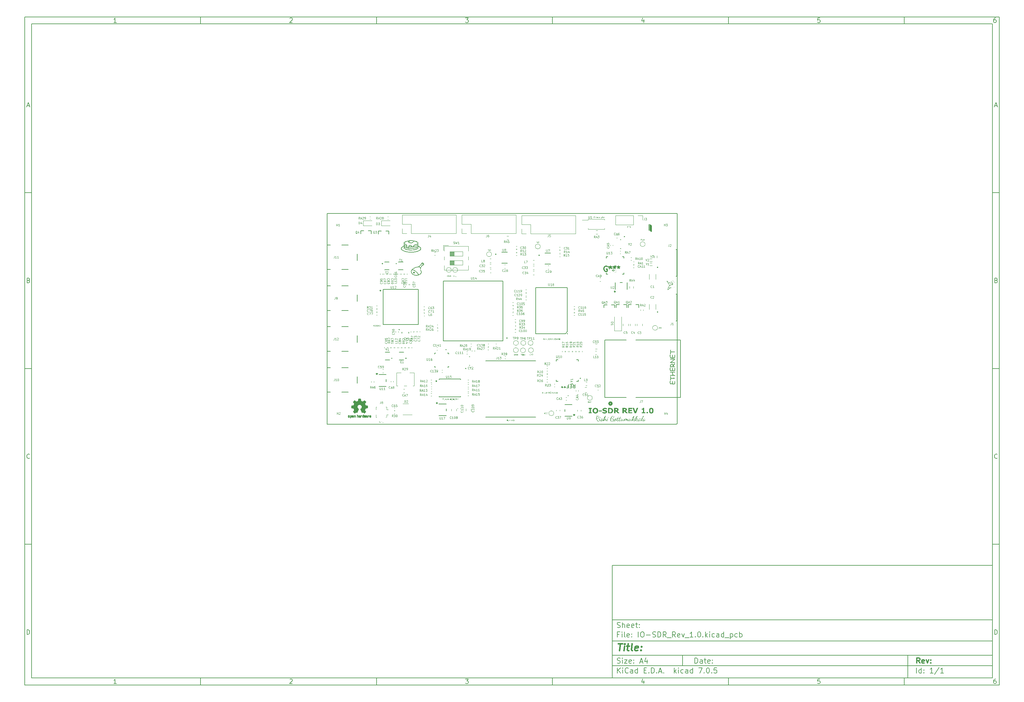
<source format=gbr>
%TF.GenerationSoftware,KiCad,Pcbnew,7.0.5*%
%TF.CreationDate,2023-12-16T19:19:43-05:00*%
%TF.ProjectId,IO-SDR_Rev_1.0,494f2d53-4452-45f5-9265-765f312e302e,rev?*%
%TF.SameCoordinates,Original*%
%TF.FileFunction,Legend,Top*%
%TF.FilePolarity,Positive*%
%FSLAX46Y46*%
G04 Gerber Fmt 4.6, Leading zero omitted, Abs format (unit mm)*
G04 Created by KiCad (PCBNEW 7.0.5) date 2023-12-16 19:19:43*
%MOMM*%
%LPD*%
G01*
G04 APERTURE LIST*
%ADD10C,0.100000*%
%ADD11C,0.150000*%
%ADD12C,0.300000*%
%ADD13C,0.400000*%
%ADD14C,0.275000*%
%ADD15C,0.120000*%
%ADD16C,0.152400*%
%ADD17C,0.127000*%
%ADD18C,0.200000*%
%ADD19C,0.508000*%
%ADD20C,0.254000*%
%ADD21C,0.010000*%
%TA.AperFunction,Profile*%
%ADD22C,0.200000*%
%TD*%
G04 APERTURE END LIST*
D10*
D11*
X177002200Y-166007200D02*
X285002200Y-166007200D01*
X285002200Y-198007200D01*
X177002200Y-198007200D01*
X177002200Y-166007200D01*
D10*
D11*
X10000000Y-10000000D02*
X287002200Y-10000000D01*
X287002200Y-200007200D01*
X10000000Y-200007200D01*
X10000000Y-10000000D01*
D10*
D11*
X12000000Y-12000000D02*
X285002200Y-12000000D01*
X285002200Y-198007200D01*
X12000000Y-198007200D01*
X12000000Y-12000000D01*
D10*
D11*
X60000000Y-12000000D02*
X60000000Y-10000000D01*
D10*
D11*
X110000000Y-12000000D02*
X110000000Y-10000000D01*
D10*
D11*
X160000000Y-12000000D02*
X160000000Y-10000000D01*
D10*
D11*
X210000000Y-12000000D02*
X210000000Y-10000000D01*
D10*
D11*
X260000000Y-12000000D02*
X260000000Y-10000000D01*
D10*
D11*
X36089160Y-11593604D02*
X35346303Y-11593604D01*
X35717731Y-11593604D02*
X35717731Y-10293604D01*
X35717731Y-10293604D02*
X35593922Y-10479319D01*
X35593922Y-10479319D02*
X35470112Y-10603128D01*
X35470112Y-10603128D02*
X35346303Y-10665033D01*
D10*
D11*
X85346303Y-10417414D02*
X85408207Y-10355509D01*
X85408207Y-10355509D02*
X85532017Y-10293604D01*
X85532017Y-10293604D02*
X85841541Y-10293604D01*
X85841541Y-10293604D02*
X85965350Y-10355509D01*
X85965350Y-10355509D02*
X86027255Y-10417414D01*
X86027255Y-10417414D02*
X86089160Y-10541223D01*
X86089160Y-10541223D02*
X86089160Y-10665033D01*
X86089160Y-10665033D02*
X86027255Y-10850747D01*
X86027255Y-10850747D02*
X85284398Y-11593604D01*
X85284398Y-11593604D02*
X86089160Y-11593604D01*
D10*
D11*
X135284398Y-10293604D02*
X136089160Y-10293604D01*
X136089160Y-10293604D02*
X135655826Y-10788842D01*
X135655826Y-10788842D02*
X135841541Y-10788842D01*
X135841541Y-10788842D02*
X135965350Y-10850747D01*
X135965350Y-10850747D02*
X136027255Y-10912652D01*
X136027255Y-10912652D02*
X136089160Y-11036461D01*
X136089160Y-11036461D02*
X136089160Y-11345985D01*
X136089160Y-11345985D02*
X136027255Y-11469795D01*
X136027255Y-11469795D02*
X135965350Y-11531700D01*
X135965350Y-11531700D02*
X135841541Y-11593604D01*
X135841541Y-11593604D02*
X135470112Y-11593604D01*
X135470112Y-11593604D02*
X135346303Y-11531700D01*
X135346303Y-11531700D02*
X135284398Y-11469795D01*
D10*
D11*
X185965350Y-10726938D02*
X185965350Y-11593604D01*
X185655826Y-10231700D02*
X185346303Y-11160271D01*
X185346303Y-11160271D02*
X186151064Y-11160271D01*
D10*
D11*
X236027255Y-10293604D02*
X235408207Y-10293604D01*
X235408207Y-10293604D02*
X235346303Y-10912652D01*
X235346303Y-10912652D02*
X235408207Y-10850747D01*
X235408207Y-10850747D02*
X235532017Y-10788842D01*
X235532017Y-10788842D02*
X235841541Y-10788842D01*
X235841541Y-10788842D02*
X235965350Y-10850747D01*
X235965350Y-10850747D02*
X236027255Y-10912652D01*
X236027255Y-10912652D02*
X236089160Y-11036461D01*
X236089160Y-11036461D02*
X236089160Y-11345985D01*
X236089160Y-11345985D02*
X236027255Y-11469795D01*
X236027255Y-11469795D02*
X235965350Y-11531700D01*
X235965350Y-11531700D02*
X235841541Y-11593604D01*
X235841541Y-11593604D02*
X235532017Y-11593604D01*
X235532017Y-11593604D02*
X235408207Y-11531700D01*
X235408207Y-11531700D02*
X235346303Y-11469795D01*
D10*
D11*
X285965350Y-10293604D02*
X285717731Y-10293604D01*
X285717731Y-10293604D02*
X285593922Y-10355509D01*
X285593922Y-10355509D02*
X285532017Y-10417414D01*
X285532017Y-10417414D02*
X285408207Y-10603128D01*
X285408207Y-10603128D02*
X285346303Y-10850747D01*
X285346303Y-10850747D02*
X285346303Y-11345985D01*
X285346303Y-11345985D02*
X285408207Y-11469795D01*
X285408207Y-11469795D02*
X285470112Y-11531700D01*
X285470112Y-11531700D02*
X285593922Y-11593604D01*
X285593922Y-11593604D02*
X285841541Y-11593604D01*
X285841541Y-11593604D02*
X285965350Y-11531700D01*
X285965350Y-11531700D02*
X286027255Y-11469795D01*
X286027255Y-11469795D02*
X286089160Y-11345985D01*
X286089160Y-11345985D02*
X286089160Y-11036461D01*
X286089160Y-11036461D02*
X286027255Y-10912652D01*
X286027255Y-10912652D02*
X285965350Y-10850747D01*
X285965350Y-10850747D02*
X285841541Y-10788842D01*
X285841541Y-10788842D02*
X285593922Y-10788842D01*
X285593922Y-10788842D02*
X285470112Y-10850747D01*
X285470112Y-10850747D02*
X285408207Y-10912652D01*
X285408207Y-10912652D02*
X285346303Y-11036461D01*
D10*
D11*
X60000000Y-198007200D02*
X60000000Y-200007200D01*
D10*
D11*
X110000000Y-198007200D02*
X110000000Y-200007200D01*
D10*
D11*
X160000000Y-198007200D02*
X160000000Y-200007200D01*
D10*
D11*
X210000000Y-198007200D02*
X210000000Y-200007200D01*
D10*
D11*
X260000000Y-198007200D02*
X260000000Y-200007200D01*
D10*
D11*
X36089160Y-199600804D02*
X35346303Y-199600804D01*
X35717731Y-199600804D02*
X35717731Y-198300804D01*
X35717731Y-198300804D02*
X35593922Y-198486519D01*
X35593922Y-198486519D02*
X35470112Y-198610328D01*
X35470112Y-198610328D02*
X35346303Y-198672233D01*
D10*
D11*
X85346303Y-198424614D02*
X85408207Y-198362709D01*
X85408207Y-198362709D02*
X85532017Y-198300804D01*
X85532017Y-198300804D02*
X85841541Y-198300804D01*
X85841541Y-198300804D02*
X85965350Y-198362709D01*
X85965350Y-198362709D02*
X86027255Y-198424614D01*
X86027255Y-198424614D02*
X86089160Y-198548423D01*
X86089160Y-198548423D02*
X86089160Y-198672233D01*
X86089160Y-198672233D02*
X86027255Y-198857947D01*
X86027255Y-198857947D02*
X85284398Y-199600804D01*
X85284398Y-199600804D02*
X86089160Y-199600804D01*
D10*
D11*
X135284398Y-198300804D02*
X136089160Y-198300804D01*
X136089160Y-198300804D02*
X135655826Y-198796042D01*
X135655826Y-198796042D02*
X135841541Y-198796042D01*
X135841541Y-198796042D02*
X135965350Y-198857947D01*
X135965350Y-198857947D02*
X136027255Y-198919852D01*
X136027255Y-198919852D02*
X136089160Y-199043661D01*
X136089160Y-199043661D02*
X136089160Y-199353185D01*
X136089160Y-199353185D02*
X136027255Y-199476995D01*
X136027255Y-199476995D02*
X135965350Y-199538900D01*
X135965350Y-199538900D02*
X135841541Y-199600804D01*
X135841541Y-199600804D02*
X135470112Y-199600804D01*
X135470112Y-199600804D02*
X135346303Y-199538900D01*
X135346303Y-199538900D02*
X135284398Y-199476995D01*
D10*
D11*
X185965350Y-198734138D02*
X185965350Y-199600804D01*
X185655826Y-198238900D02*
X185346303Y-199167471D01*
X185346303Y-199167471D02*
X186151064Y-199167471D01*
D10*
D11*
X236027255Y-198300804D02*
X235408207Y-198300804D01*
X235408207Y-198300804D02*
X235346303Y-198919852D01*
X235346303Y-198919852D02*
X235408207Y-198857947D01*
X235408207Y-198857947D02*
X235532017Y-198796042D01*
X235532017Y-198796042D02*
X235841541Y-198796042D01*
X235841541Y-198796042D02*
X235965350Y-198857947D01*
X235965350Y-198857947D02*
X236027255Y-198919852D01*
X236027255Y-198919852D02*
X236089160Y-199043661D01*
X236089160Y-199043661D02*
X236089160Y-199353185D01*
X236089160Y-199353185D02*
X236027255Y-199476995D01*
X236027255Y-199476995D02*
X235965350Y-199538900D01*
X235965350Y-199538900D02*
X235841541Y-199600804D01*
X235841541Y-199600804D02*
X235532017Y-199600804D01*
X235532017Y-199600804D02*
X235408207Y-199538900D01*
X235408207Y-199538900D02*
X235346303Y-199476995D01*
D10*
D11*
X285965350Y-198300804D02*
X285717731Y-198300804D01*
X285717731Y-198300804D02*
X285593922Y-198362709D01*
X285593922Y-198362709D02*
X285532017Y-198424614D01*
X285532017Y-198424614D02*
X285408207Y-198610328D01*
X285408207Y-198610328D02*
X285346303Y-198857947D01*
X285346303Y-198857947D02*
X285346303Y-199353185D01*
X285346303Y-199353185D02*
X285408207Y-199476995D01*
X285408207Y-199476995D02*
X285470112Y-199538900D01*
X285470112Y-199538900D02*
X285593922Y-199600804D01*
X285593922Y-199600804D02*
X285841541Y-199600804D01*
X285841541Y-199600804D02*
X285965350Y-199538900D01*
X285965350Y-199538900D02*
X286027255Y-199476995D01*
X286027255Y-199476995D02*
X286089160Y-199353185D01*
X286089160Y-199353185D02*
X286089160Y-199043661D01*
X286089160Y-199043661D02*
X286027255Y-198919852D01*
X286027255Y-198919852D02*
X285965350Y-198857947D01*
X285965350Y-198857947D02*
X285841541Y-198796042D01*
X285841541Y-198796042D02*
X285593922Y-198796042D01*
X285593922Y-198796042D02*
X285470112Y-198857947D01*
X285470112Y-198857947D02*
X285408207Y-198919852D01*
X285408207Y-198919852D02*
X285346303Y-199043661D01*
D10*
D11*
X10000000Y-60000000D02*
X12000000Y-60000000D01*
D10*
D11*
X10000000Y-110000000D02*
X12000000Y-110000000D01*
D10*
D11*
X10000000Y-160000000D02*
X12000000Y-160000000D01*
D10*
D11*
X10690476Y-35222176D02*
X11309523Y-35222176D01*
X10566666Y-35593604D02*
X10999999Y-34293604D01*
X10999999Y-34293604D02*
X11433333Y-35593604D01*
D10*
D11*
X11092857Y-84912652D02*
X11278571Y-84974557D01*
X11278571Y-84974557D02*
X11340476Y-85036461D01*
X11340476Y-85036461D02*
X11402380Y-85160271D01*
X11402380Y-85160271D02*
X11402380Y-85345985D01*
X11402380Y-85345985D02*
X11340476Y-85469795D01*
X11340476Y-85469795D02*
X11278571Y-85531700D01*
X11278571Y-85531700D02*
X11154761Y-85593604D01*
X11154761Y-85593604D02*
X10659523Y-85593604D01*
X10659523Y-85593604D02*
X10659523Y-84293604D01*
X10659523Y-84293604D02*
X11092857Y-84293604D01*
X11092857Y-84293604D02*
X11216666Y-84355509D01*
X11216666Y-84355509D02*
X11278571Y-84417414D01*
X11278571Y-84417414D02*
X11340476Y-84541223D01*
X11340476Y-84541223D02*
X11340476Y-84665033D01*
X11340476Y-84665033D02*
X11278571Y-84788842D01*
X11278571Y-84788842D02*
X11216666Y-84850747D01*
X11216666Y-84850747D02*
X11092857Y-84912652D01*
X11092857Y-84912652D02*
X10659523Y-84912652D01*
D10*
D11*
X11402380Y-135469795D02*
X11340476Y-135531700D01*
X11340476Y-135531700D02*
X11154761Y-135593604D01*
X11154761Y-135593604D02*
X11030952Y-135593604D01*
X11030952Y-135593604D02*
X10845238Y-135531700D01*
X10845238Y-135531700D02*
X10721428Y-135407890D01*
X10721428Y-135407890D02*
X10659523Y-135284080D01*
X10659523Y-135284080D02*
X10597619Y-135036461D01*
X10597619Y-135036461D02*
X10597619Y-134850747D01*
X10597619Y-134850747D02*
X10659523Y-134603128D01*
X10659523Y-134603128D02*
X10721428Y-134479319D01*
X10721428Y-134479319D02*
X10845238Y-134355509D01*
X10845238Y-134355509D02*
X11030952Y-134293604D01*
X11030952Y-134293604D02*
X11154761Y-134293604D01*
X11154761Y-134293604D02*
X11340476Y-134355509D01*
X11340476Y-134355509D02*
X11402380Y-134417414D01*
D10*
D11*
X10659523Y-185593604D02*
X10659523Y-184293604D01*
X10659523Y-184293604D02*
X10969047Y-184293604D01*
X10969047Y-184293604D02*
X11154761Y-184355509D01*
X11154761Y-184355509D02*
X11278571Y-184479319D01*
X11278571Y-184479319D02*
X11340476Y-184603128D01*
X11340476Y-184603128D02*
X11402380Y-184850747D01*
X11402380Y-184850747D02*
X11402380Y-185036461D01*
X11402380Y-185036461D02*
X11340476Y-185284080D01*
X11340476Y-185284080D02*
X11278571Y-185407890D01*
X11278571Y-185407890D02*
X11154761Y-185531700D01*
X11154761Y-185531700D02*
X10969047Y-185593604D01*
X10969047Y-185593604D02*
X10659523Y-185593604D01*
D10*
D11*
X287002200Y-60000000D02*
X285002200Y-60000000D01*
D10*
D11*
X287002200Y-110000000D02*
X285002200Y-110000000D01*
D10*
D11*
X287002200Y-160000000D02*
X285002200Y-160000000D01*
D10*
D11*
X285692676Y-35222176D02*
X286311723Y-35222176D01*
X285568866Y-35593604D02*
X286002199Y-34293604D01*
X286002199Y-34293604D02*
X286435533Y-35593604D01*
D10*
D11*
X286095057Y-84912652D02*
X286280771Y-84974557D01*
X286280771Y-84974557D02*
X286342676Y-85036461D01*
X286342676Y-85036461D02*
X286404580Y-85160271D01*
X286404580Y-85160271D02*
X286404580Y-85345985D01*
X286404580Y-85345985D02*
X286342676Y-85469795D01*
X286342676Y-85469795D02*
X286280771Y-85531700D01*
X286280771Y-85531700D02*
X286156961Y-85593604D01*
X286156961Y-85593604D02*
X285661723Y-85593604D01*
X285661723Y-85593604D02*
X285661723Y-84293604D01*
X285661723Y-84293604D02*
X286095057Y-84293604D01*
X286095057Y-84293604D02*
X286218866Y-84355509D01*
X286218866Y-84355509D02*
X286280771Y-84417414D01*
X286280771Y-84417414D02*
X286342676Y-84541223D01*
X286342676Y-84541223D02*
X286342676Y-84665033D01*
X286342676Y-84665033D02*
X286280771Y-84788842D01*
X286280771Y-84788842D02*
X286218866Y-84850747D01*
X286218866Y-84850747D02*
X286095057Y-84912652D01*
X286095057Y-84912652D02*
X285661723Y-84912652D01*
D10*
D11*
X286404580Y-135469795D02*
X286342676Y-135531700D01*
X286342676Y-135531700D02*
X286156961Y-135593604D01*
X286156961Y-135593604D02*
X286033152Y-135593604D01*
X286033152Y-135593604D02*
X285847438Y-135531700D01*
X285847438Y-135531700D02*
X285723628Y-135407890D01*
X285723628Y-135407890D02*
X285661723Y-135284080D01*
X285661723Y-135284080D02*
X285599819Y-135036461D01*
X285599819Y-135036461D02*
X285599819Y-134850747D01*
X285599819Y-134850747D02*
X285661723Y-134603128D01*
X285661723Y-134603128D02*
X285723628Y-134479319D01*
X285723628Y-134479319D02*
X285847438Y-134355509D01*
X285847438Y-134355509D02*
X286033152Y-134293604D01*
X286033152Y-134293604D02*
X286156961Y-134293604D01*
X286156961Y-134293604D02*
X286342676Y-134355509D01*
X286342676Y-134355509D02*
X286404580Y-134417414D01*
D10*
D11*
X285661723Y-185593604D02*
X285661723Y-184293604D01*
X285661723Y-184293604D02*
X285971247Y-184293604D01*
X285971247Y-184293604D02*
X286156961Y-184355509D01*
X286156961Y-184355509D02*
X286280771Y-184479319D01*
X286280771Y-184479319D02*
X286342676Y-184603128D01*
X286342676Y-184603128D02*
X286404580Y-184850747D01*
X286404580Y-184850747D02*
X286404580Y-185036461D01*
X286404580Y-185036461D02*
X286342676Y-185284080D01*
X286342676Y-185284080D02*
X286280771Y-185407890D01*
X286280771Y-185407890D02*
X286156961Y-185531700D01*
X286156961Y-185531700D02*
X285971247Y-185593604D01*
X285971247Y-185593604D02*
X285661723Y-185593604D01*
D10*
D11*
X200458026Y-193793328D02*
X200458026Y-192293328D01*
X200458026Y-192293328D02*
X200815169Y-192293328D01*
X200815169Y-192293328D02*
X201029455Y-192364757D01*
X201029455Y-192364757D02*
X201172312Y-192507614D01*
X201172312Y-192507614D02*
X201243741Y-192650471D01*
X201243741Y-192650471D02*
X201315169Y-192936185D01*
X201315169Y-192936185D02*
X201315169Y-193150471D01*
X201315169Y-193150471D02*
X201243741Y-193436185D01*
X201243741Y-193436185D02*
X201172312Y-193579042D01*
X201172312Y-193579042D02*
X201029455Y-193721900D01*
X201029455Y-193721900D02*
X200815169Y-193793328D01*
X200815169Y-193793328D02*
X200458026Y-193793328D01*
X202600884Y-193793328D02*
X202600884Y-193007614D01*
X202600884Y-193007614D02*
X202529455Y-192864757D01*
X202529455Y-192864757D02*
X202386598Y-192793328D01*
X202386598Y-192793328D02*
X202100884Y-192793328D01*
X202100884Y-192793328D02*
X201958026Y-192864757D01*
X202600884Y-193721900D02*
X202458026Y-193793328D01*
X202458026Y-193793328D02*
X202100884Y-193793328D01*
X202100884Y-193793328D02*
X201958026Y-193721900D01*
X201958026Y-193721900D02*
X201886598Y-193579042D01*
X201886598Y-193579042D02*
X201886598Y-193436185D01*
X201886598Y-193436185D02*
X201958026Y-193293328D01*
X201958026Y-193293328D02*
X202100884Y-193221900D01*
X202100884Y-193221900D02*
X202458026Y-193221900D01*
X202458026Y-193221900D02*
X202600884Y-193150471D01*
X203100884Y-192793328D02*
X203672312Y-192793328D01*
X203315169Y-192293328D02*
X203315169Y-193579042D01*
X203315169Y-193579042D02*
X203386598Y-193721900D01*
X203386598Y-193721900D02*
X203529455Y-193793328D01*
X203529455Y-193793328D02*
X203672312Y-193793328D01*
X204743741Y-193721900D02*
X204600884Y-193793328D01*
X204600884Y-193793328D02*
X204315170Y-193793328D01*
X204315170Y-193793328D02*
X204172312Y-193721900D01*
X204172312Y-193721900D02*
X204100884Y-193579042D01*
X204100884Y-193579042D02*
X204100884Y-193007614D01*
X204100884Y-193007614D02*
X204172312Y-192864757D01*
X204172312Y-192864757D02*
X204315170Y-192793328D01*
X204315170Y-192793328D02*
X204600884Y-192793328D01*
X204600884Y-192793328D02*
X204743741Y-192864757D01*
X204743741Y-192864757D02*
X204815170Y-193007614D01*
X204815170Y-193007614D02*
X204815170Y-193150471D01*
X204815170Y-193150471D02*
X204100884Y-193293328D01*
X205458026Y-193650471D02*
X205529455Y-193721900D01*
X205529455Y-193721900D02*
X205458026Y-193793328D01*
X205458026Y-193793328D02*
X205386598Y-193721900D01*
X205386598Y-193721900D02*
X205458026Y-193650471D01*
X205458026Y-193650471D02*
X205458026Y-193793328D01*
X205458026Y-192864757D02*
X205529455Y-192936185D01*
X205529455Y-192936185D02*
X205458026Y-193007614D01*
X205458026Y-193007614D02*
X205386598Y-192936185D01*
X205386598Y-192936185D02*
X205458026Y-192864757D01*
X205458026Y-192864757D02*
X205458026Y-193007614D01*
D10*
D11*
X177002200Y-194507200D02*
X285002200Y-194507200D01*
D10*
D11*
X178458026Y-196593328D02*
X178458026Y-195093328D01*
X179315169Y-196593328D02*
X178672312Y-195736185D01*
X179315169Y-195093328D02*
X178458026Y-195950471D01*
X179958026Y-196593328D02*
X179958026Y-195593328D01*
X179958026Y-195093328D02*
X179886598Y-195164757D01*
X179886598Y-195164757D02*
X179958026Y-195236185D01*
X179958026Y-195236185D02*
X180029455Y-195164757D01*
X180029455Y-195164757D02*
X179958026Y-195093328D01*
X179958026Y-195093328D02*
X179958026Y-195236185D01*
X181529455Y-196450471D02*
X181458027Y-196521900D01*
X181458027Y-196521900D02*
X181243741Y-196593328D01*
X181243741Y-196593328D02*
X181100884Y-196593328D01*
X181100884Y-196593328D02*
X180886598Y-196521900D01*
X180886598Y-196521900D02*
X180743741Y-196379042D01*
X180743741Y-196379042D02*
X180672312Y-196236185D01*
X180672312Y-196236185D02*
X180600884Y-195950471D01*
X180600884Y-195950471D02*
X180600884Y-195736185D01*
X180600884Y-195736185D02*
X180672312Y-195450471D01*
X180672312Y-195450471D02*
X180743741Y-195307614D01*
X180743741Y-195307614D02*
X180886598Y-195164757D01*
X180886598Y-195164757D02*
X181100884Y-195093328D01*
X181100884Y-195093328D02*
X181243741Y-195093328D01*
X181243741Y-195093328D02*
X181458027Y-195164757D01*
X181458027Y-195164757D02*
X181529455Y-195236185D01*
X182815170Y-196593328D02*
X182815170Y-195807614D01*
X182815170Y-195807614D02*
X182743741Y-195664757D01*
X182743741Y-195664757D02*
X182600884Y-195593328D01*
X182600884Y-195593328D02*
X182315170Y-195593328D01*
X182315170Y-195593328D02*
X182172312Y-195664757D01*
X182815170Y-196521900D02*
X182672312Y-196593328D01*
X182672312Y-196593328D02*
X182315170Y-196593328D01*
X182315170Y-196593328D02*
X182172312Y-196521900D01*
X182172312Y-196521900D02*
X182100884Y-196379042D01*
X182100884Y-196379042D02*
X182100884Y-196236185D01*
X182100884Y-196236185D02*
X182172312Y-196093328D01*
X182172312Y-196093328D02*
X182315170Y-196021900D01*
X182315170Y-196021900D02*
X182672312Y-196021900D01*
X182672312Y-196021900D02*
X182815170Y-195950471D01*
X184172313Y-196593328D02*
X184172313Y-195093328D01*
X184172313Y-196521900D02*
X184029455Y-196593328D01*
X184029455Y-196593328D02*
X183743741Y-196593328D01*
X183743741Y-196593328D02*
X183600884Y-196521900D01*
X183600884Y-196521900D02*
X183529455Y-196450471D01*
X183529455Y-196450471D02*
X183458027Y-196307614D01*
X183458027Y-196307614D02*
X183458027Y-195879042D01*
X183458027Y-195879042D02*
X183529455Y-195736185D01*
X183529455Y-195736185D02*
X183600884Y-195664757D01*
X183600884Y-195664757D02*
X183743741Y-195593328D01*
X183743741Y-195593328D02*
X184029455Y-195593328D01*
X184029455Y-195593328D02*
X184172313Y-195664757D01*
X186029455Y-195807614D02*
X186529455Y-195807614D01*
X186743741Y-196593328D02*
X186029455Y-196593328D01*
X186029455Y-196593328D02*
X186029455Y-195093328D01*
X186029455Y-195093328D02*
X186743741Y-195093328D01*
X187386598Y-196450471D02*
X187458027Y-196521900D01*
X187458027Y-196521900D02*
X187386598Y-196593328D01*
X187386598Y-196593328D02*
X187315170Y-196521900D01*
X187315170Y-196521900D02*
X187386598Y-196450471D01*
X187386598Y-196450471D02*
X187386598Y-196593328D01*
X188100884Y-196593328D02*
X188100884Y-195093328D01*
X188100884Y-195093328D02*
X188458027Y-195093328D01*
X188458027Y-195093328D02*
X188672313Y-195164757D01*
X188672313Y-195164757D02*
X188815170Y-195307614D01*
X188815170Y-195307614D02*
X188886599Y-195450471D01*
X188886599Y-195450471D02*
X188958027Y-195736185D01*
X188958027Y-195736185D02*
X188958027Y-195950471D01*
X188958027Y-195950471D02*
X188886599Y-196236185D01*
X188886599Y-196236185D02*
X188815170Y-196379042D01*
X188815170Y-196379042D02*
X188672313Y-196521900D01*
X188672313Y-196521900D02*
X188458027Y-196593328D01*
X188458027Y-196593328D02*
X188100884Y-196593328D01*
X189600884Y-196450471D02*
X189672313Y-196521900D01*
X189672313Y-196521900D02*
X189600884Y-196593328D01*
X189600884Y-196593328D02*
X189529456Y-196521900D01*
X189529456Y-196521900D02*
X189600884Y-196450471D01*
X189600884Y-196450471D02*
X189600884Y-196593328D01*
X190243742Y-196164757D02*
X190958028Y-196164757D01*
X190100885Y-196593328D02*
X190600885Y-195093328D01*
X190600885Y-195093328D02*
X191100885Y-196593328D01*
X191600884Y-196450471D02*
X191672313Y-196521900D01*
X191672313Y-196521900D02*
X191600884Y-196593328D01*
X191600884Y-196593328D02*
X191529456Y-196521900D01*
X191529456Y-196521900D02*
X191600884Y-196450471D01*
X191600884Y-196450471D02*
X191600884Y-196593328D01*
X194600884Y-196593328D02*
X194600884Y-195093328D01*
X194743742Y-196021900D02*
X195172313Y-196593328D01*
X195172313Y-195593328D02*
X194600884Y-196164757D01*
X195815170Y-196593328D02*
X195815170Y-195593328D01*
X195815170Y-195093328D02*
X195743742Y-195164757D01*
X195743742Y-195164757D02*
X195815170Y-195236185D01*
X195815170Y-195236185D02*
X195886599Y-195164757D01*
X195886599Y-195164757D02*
X195815170Y-195093328D01*
X195815170Y-195093328D02*
X195815170Y-195236185D01*
X197172314Y-196521900D02*
X197029456Y-196593328D01*
X197029456Y-196593328D02*
X196743742Y-196593328D01*
X196743742Y-196593328D02*
X196600885Y-196521900D01*
X196600885Y-196521900D02*
X196529456Y-196450471D01*
X196529456Y-196450471D02*
X196458028Y-196307614D01*
X196458028Y-196307614D02*
X196458028Y-195879042D01*
X196458028Y-195879042D02*
X196529456Y-195736185D01*
X196529456Y-195736185D02*
X196600885Y-195664757D01*
X196600885Y-195664757D02*
X196743742Y-195593328D01*
X196743742Y-195593328D02*
X197029456Y-195593328D01*
X197029456Y-195593328D02*
X197172314Y-195664757D01*
X198458028Y-196593328D02*
X198458028Y-195807614D01*
X198458028Y-195807614D02*
X198386599Y-195664757D01*
X198386599Y-195664757D02*
X198243742Y-195593328D01*
X198243742Y-195593328D02*
X197958028Y-195593328D01*
X197958028Y-195593328D02*
X197815170Y-195664757D01*
X198458028Y-196521900D02*
X198315170Y-196593328D01*
X198315170Y-196593328D02*
X197958028Y-196593328D01*
X197958028Y-196593328D02*
X197815170Y-196521900D01*
X197815170Y-196521900D02*
X197743742Y-196379042D01*
X197743742Y-196379042D02*
X197743742Y-196236185D01*
X197743742Y-196236185D02*
X197815170Y-196093328D01*
X197815170Y-196093328D02*
X197958028Y-196021900D01*
X197958028Y-196021900D02*
X198315170Y-196021900D01*
X198315170Y-196021900D02*
X198458028Y-195950471D01*
X199815171Y-196593328D02*
X199815171Y-195093328D01*
X199815171Y-196521900D02*
X199672313Y-196593328D01*
X199672313Y-196593328D02*
X199386599Y-196593328D01*
X199386599Y-196593328D02*
X199243742Y-196521900D01*
X199243742Y-196521900D02*
X199172313Y-196450471D01*
X199172313Y-196450471D02*
X199100885Y-196307614D01*
X199100885Y-196307614D02*
X199100885Y-195879042D01*
X199100885Y-195879042D02*
X199172313Y-195736185D01*
X199172313Y-195736185D02*
X199243742Y-195664757D01*
X199243742Y-195664757D02*
X199386599Y-195593328D01*
X199386599Y-195593328D02*
X199672313Y-195593328D01*
X199672313Y-195593328D02*
X199815171Y-195664757D01*
X201529456Y-195093328D02*
X202529456Y-195093328D01*
X202529456Y-195093328D02*
X201886599Y-196593328D01*
X203100884Y-196450471D02*
X203172313Y-196521900D01*
X203172313Y-196521900D02*
X203100884Y-196593328D01*
X203100884Y-196593328D02*
X203029456Y-196521900D01*
X203029456Y-196521900D02*
X203100884Y-196450471D01*
X203100884Y-196450471D02*
X203100884Y-196593328D01*
X204100885Y-195093328D02*
X204243742Y-195093328D01*
X204243742Y-195093328D02*
X204386599Y-195164757D01*
X204386599Y-195164757D02*
X204458028Y-195236185D01*
X204458028Y-195236185D02*
X204529456Y-195379042D01*
X204529456Y-195379042D02*
X204600885Y-195664757D01*
X204600885Y-195664757D02*
X204600885Y-196021900D01*
X204600885Y-196021900D02*
X204529456Y-196307614D01*
X204529456Y-196307614D02*
X204458028Y-196450471D01*
X204458028Y-196450471D02*
X204386599Y-196521900D01*
X204386599Y-196521900D02*
X204243742Y-196593328D01*
X204243742Y-196593328D02*
X204100885Y-196593328D01*
X204100885Y-196593328D02*
X203958028Y-196521900D01*
X203958028Y-196521900D02*
X203886599Y-196450471D01*
X203886599Y-196450471D02*
X203815170Y-196307614D01*
X203815170Y-196307614D02*
X203743742Y-196021900D01*
X203743742Y-196021900D02*
X203743742Y-195664757D01*
X203743742Y-195664757D02*
X203815170Y-195379042D01*
X203815170Y-195379042D02*
X203886599Y-195236185D01*
X203886599Y-195236185D02*
X203958028Y-195164757D01*
X203958028Y-195164757D02*
X204100885Y-195093328D01*
X205243741Y-196450471D02*
X205315170Y-196521900D01*
X205315170Y-196521900D02*
X205243741Y-196593328D01*
X205243741Y-196593328D02*
X205172313Y-196521900D01*
X205172313Y-196521900D02*
X205243741Y-196450471D01*
X205243741Y-196450471D02*
X205243741Y-196593328D01*
X206672313Y-195093328D02*
X205958027Y-195093328D01*
X205958027Y-195093328D02*
X205886599Y-195807614D01*
X205886599Y-195807614D02*
X205958027Y-195736185D01*
X205958027Y-195736185D02*
X206100885Y-195664757D01*
X206100885Y-195664757D02*
X206458027Y-195664757D01*
X206458027Y-195664757D02*
X206600885Y-195736185D01*
X206600885Y-195736185D02*
X206672313Y-195807614D01*
X206672313Y-195807614D02*
X206743742Y-195950471D01*
X206743742Y-195950471D02*
X206743742Y-196307614D01*
X206743742Y-196307614D02*
X206672313Y-196450471D01*
X206672313Y-196450471D02*
X206600885Y-196521900D01*
X206600885Y-196521900D02*
X206458027Y-196593328D01*
X206458027Y-196593328D02*
X206100885Y-196593328D01*
X206100885Y-196593328D02*
X205958027Y-196521900D01*
X205958027Y-196521900D02*
X205886599Y-196450471D01*
D10*
D11*
X177002200Y-191507200D02*
X285002200Y-191507200D01*
D10*
D12*
X264413853Y-193785528D02*
X263913853Y-193071242D01*
X263556710Y-193785528D02*
X263556710Y-192285528D01*
X263556710Y-192285528D02*
X264128139Y-192285528D01*
X264128139Y-192285528D02*
X264270996Y-192356957D01*
X264270996Y-192356957D02*
X264342425Y-192428385D01*
X264342425Y-192428385D02*
X264413853Y-192571242D01*
X264413853Y-192571242D02*
X264413853Y-192785528D01*
X264413853Y-192785528D02*
X264342425Y-192928385D01*
X264342425Y-192928385D02*
X264270996Y-192999814D01*
X264270996Y-192999814D02*
X264128139Y-193071242D01*
X264128139Y-193071242D02*
X263556710Y-193071242D01*
X265628139Y-193714100D02*
X265485282Y-193785528D01*
X265485282Y-193785528D02*
X265199568Y-193785528D01*
X265199568Y-193785528D02*
X265056710Y-193714100D01*
X265056710Y-193714100D02*
X264985282Y-193571242D01*
X264985282Y-193571242D02*
X264985282Y-192999814D01*
X264985282Y-192999814D02*
X265056710Y-192856957D01*
X265056710Y-192856957D02*
X265199568Y-192785528D01*
X265199568Y-192785528D02*
X265485282Y-192785528D01*
X265485282Y-192785528D02*
X265628139Y-192856957D01*
X265628139Y-192856957D02*
X265699568Y-192999814D01*
X265699568Y-192999814D02*
X265699568Y-193142671D01*
X265699568Y-193142671D02*
X264985282Y-193285528D01*
X266199567Y-192785528D02*
X266556710Y-193785528D01*
X266556710Y-193785528D02*
X266913853Y-192785528D01*
X267485281Y-193642671D02*
X267556710Y-193714100D01*
X267556710Y-193714100D02*
X267485281Y-193785528D01*
X267485281Y-193785528D02*
X267413853Y-193714100D01*
X267413853Y-193714100D02*
X267485281Y-193642671D01*
X267485281Y-193642671D02*
X267485281Y-193785528D01*
X267485281Y-192856957D02*
X267556710Y-192928385D01*
X267556710Y-192928385D02*
X267485281Y-192999814D01*
X267485281Y-192999814D02*
X267413853Y-192928385D01*
X267413853Y-192928385D02*
X267485281Y-192856957D01*
X267485281Y-192856957D02*
X267485281Y-192999814D01*
D10*
D11*
X178386598Y-193721900D02*
X178600884Y-193793328D01*
X178600884Y-193793328D02*
X178958026Y-193793328D01*
X178958026Y-193793328D02*
X179100884Y-193721900D01*
X179100884Y-193721900D02*
X179172312Y-193650471D01*
X179172312Y-193650471D02*
X179243741Y-193507614D01*
X179243741Y-193507614D02*
X179243741Y-193364757D01*
X179243741Y-193364757D02*
X179172312Y-193221900D01*
X179172312Y-193221900D02*
X179100884Y-193150471D01*
X179100884Y-193150471D02*
X178958026Y-193079042D01*
X178958026Y-193079042D02*
X178672312Y-193007614D01*
X178672312Y-193007614D02*
X178529455Y-192936185D01*
X178529455Y-192936185D02*
X178458026Y-192864757D01*
X178458026Y-192864757D02*
X178386598Y-192721900D01*
X178386598Y-192721900D02*
X178386598Y-192579042D01*
X178386598Y-192579042D02*
X178458026Y-192436185D01*
X178458026Y-192436185D02*
X178529455Y-192364757D01*
X178529455Y-192364757D02*
X178672312Y-192293328D01*
X178672312Y-192293328D02*
X179029455Y-192293328D01*
X179029455Y-192293328D02*
X179243741Y-192364757D01*
X179886597Y-193793328D02*
X179886597Y-192793328D01*
X179886597Y-192293328D02*
X179815169Y-192364757D01*
X179815169Y-192364757D02*
X179886597Y-192436185D01*
X179886597Y-192436185D02*
X179958026Y-192364757D01*
X179958026Y-192364757D02*
X179886597Y-192293328D01*
X179886597Y-192293328D02*
X179886597Y-192436185D01*
X180458026Y-192793328D02*
X181243741Y-192793328D01*
X181243741Y-192793328D02*
X180458026Y-193793328D01*
X180458026Y-193793328D02*
X181243741Y-193793328D01*
X182386598Y-193721900D02*
X182243741Y-193793328D01*
X182243741Y-193793328D02*
X181958027Y-193793328D01*
X181958027Y-193793328D02*
X181815169Y-193721900D01*
X181815169Y-193721900D02*
X181743741Y-193579042D01*
X181743741Y-193579042D02*
X181743741Y-193007614D01*
X181743741Y-193007614D02*
X181815169Y-192864757D01*
X181815169Y-192864757D02*
X181958027Y-192793328D01*
X181958027Y-192793328D02*
X182243741Y-192793328D01*
X182243741Y-192793328D02*
X182386598Y-192864757D01*
X182386598Y-192864757D02*
X182458027Y-193007614D01*
X182458027Y-193007614D02*
X182458027Y-193150471D01*
X182458027Y-193150471D02*
X181743741Y-193293328D01*
X183100883Y-193650471D02*
X183172312Y-193721900D01*
X183172312Y-193721900D02*
X183100883Y-193793328D01*
X183100883Y-193793328D02*
X183029455Y-193721900D01*
X183029455Y-193721900D02*
X183100883Y-193650471D01*
X183100883Y-193650471D02*
X183100883Y-193793328D01*
X183100883Y-192864757D02*
X183172312Y-192936185D01*
X183172312Y-192936185D02*
X183100883Y-193007614D01*
X183100883Y-193007614D02*
X183029455Y-192936185D01*
X183029455Y-192936185D02*
X183100883Y-192864757D01*
X183100883Y-192864757D02*
X183100883Y-193007614D01*
X184886598Y-193364757D02*
X185600884Y-193364757D01*
X184743741Y-193793328D02*
X185243741Y-192293328D01*
X185243741Y-192293328D02*
X185743741Y-193793328D01*
X186886598Y-192793328D02*
X186886598Y-193793328D01*
X186529455Y-192221900D02*
X186172312Y-193293328D01*
X186172312Y-193293328D02*
X187100883Y-193293328D01*
D10*
D11*
X263458026Y-196593328D02*
X263458026Y-195093328D01*
X264815170Y-196593328D02*
X264815170Y-195093328D01*
X264815170Y-196521900D02*
X264672312Y-196593328D01*
X264672312Y-196593328D02*
X264386598Y-196593328D01*
X264386598Y-196593328D02*
X264243741Y-196521900D01*
X264243741Y-196521900D02*
X264172312Y-196450471D01*
X264172312Y-196450471D02*
X264100884Y-196307614D01*
X264100884Y-196307614D02*
X264100884Y-195879042D01*
X264100884Y-195879042D02*
X264172312Y-195736185D01*
X264172312Y-195736185D02*
X264243741Y-195664757D01*
X264243741Y-195664757D02*
X264386598Y-195593328D01*
X264386598Y-195593328D02*
X264672312Y-195593328D01*
X264672312Y-195593328D02*
X264815170Y-195664757D01*
X265529455Y-196450471D02*
X265600884Y-196521900D01*
X265600884Y-196521900D02*
X265529455Y-196593328D01*
X265529455Y-196593328D02*
X265458027Y-196521900D01*
X265458027Y-196521900D02*
X265529455Y-196450471D01*
X265529455Y-196450471D02*
X265529455Y-196593328D01*
X265529455Y-195664757D02*
X265600884Y-195736185D01*
X265600884Y-195736185D02*
X265529455Y-195807614D01*
X265529455Y-195807614D02*
X265458027Y-195736185D01*
X265458027Y-195736185D02*
X265529455Y-195664757D01*
X265529455Y-195664757D02*
X265529455Y-195807614D01*
X268172313Y-196593328D02*
X267315170Y-196593328D01*
X267743741Y-196593328D02*
X267743741Y-195093328D01*
X267743741Y-195093328D02*
X267600884Y-195307614D01*
X267600884Y-195307614D02*
X267458027Y-195450471D01*
X267458027Y-195450471D02*
X267315170Y-195521900D01*
X269886598Y-195021900D02*
X268600884Y-196950471D01*
X271172313Y-196593328D02*
X270315170Y-196593328D01*
X270743741Y-196593328D02*
X270743741Y-195093328D01*
X270743741Y-195093328D02*
X270600884Y-195307614D01*
X270600884Y-195307614D02*
X270458027Y-195450471D01*
X270458027Y-195450471D02*
X270315170Y-195521900D01*
D10*
D11*
X177002200Y-187507200D02*
X285002200Y-187507200D01*
D10*
D13*
X178693928Y-188211638D02*
X179836785Y-188211638D01*
X179015357Y-190211638D02*
X179265357Y-188211638D01*
X180253452Y-190211638D02*
X180420119Y-188878304D01*
X180503452Y-188211638D02*
X180396309Y-188306876D01*
X180396309Y-188306876D02*
X180479643Y-188402114D01*
X180479643Y-188402114D02*
X180586786Y-188306876D01*
X180586786Y-188306876D02*
X180503452Y-188211638D01*
X180503452Y-188211638D02*
X180479643Y-188402114D01*
X181086786Y-188878304D02*
X181848690Y-188878304D01*
X181455833Y-188211638D02*
X181241548Y-189925923D01*
X181241548Y-189925923D02*
X181312976Y-190116400D01*
X181312976Y-190116400D02*
X181491548Y-190211638D01*
X181491548Y-190211638D02*
X181682024Y-190211638D01*
X182634405Y-190211638D02*
X182455833Y-190116400D01*
X182455833Y-190116400D02*
X182384405Y-189925923D01*
X182384405Y-189925923D02*
X182598690Y-188211638D01*
X184170119Y-190116400D02*
X183967738Y-190211638D01*
X183967738Y-190211638D02*
X183586785Y-190211638D01*
X183586785Y-190211638D02*
X183408214Y-190116400D01*
X183408214Y-190116400D02*
X183336785Y-189925923D01*
X183336785Y-189925923D02*
X183432024Y-189164019D01*
X183432024Y-189164019D02*
X183551071Y-188973542D01*
X183551071Y-188973542D02*
X183753452Y-188878304D01*
X183753452Y-188878304D02*
X184134404Y-188878304D01*
X184134404Y-188878304D02*
X184312976Y-188973542D01*
X184312976Y-188973542D02*
X184384404Y-189164019D01*
X184384404Y-189164019D02*
X184360595Y-189354495D01*
X184360595Y-189354495D02*
X183384404Y-189544971D01*
X185134405Y-190021161D02*
X185217738Y-190116400D01*
X185217738Y-190116400D02*
X185110595Y-190211638D01*
X185110595Y-190211638D02*
X185027262Y-190116400D01*
X185027262Y-190116400D02*
X185134405Y-190021161D01*
X185134405Y-190021161D02*
X185110595Y-190211638D01*
X185265357Y-188973542D02*
X185348690Y-189068780D01*
X185348690Y-189068780D02*
X185241548Y-189164019D01*
X185241548Y-189164019D02*
X185158214Y-189068780D01*
X185158214Y-189068780D02*
X185265357Y-188973542D01*
X185265357Y-188973542D02*
X185241548Y-189164019D01*
D10*
D11*
X178958026Y-185607614D02*
X178458026Y-185607614D01*
X178458026Y-186393328D02*
X178458026Y-184893328D01*
X178458026Y-184893328D02*
X179172312Y-184893328D01*
X179743740Y-186393328D02*
X179743740Y-185393328D01*
X179743740Y-184893328D02*
X179672312Y-184964757D01*
X179672312Y-184964757D02*
X179743740Y-185036185D01*
X179743740Y-185036185D02*
X179815169Y-184964757D01*
X179815169Y-184964757D02*
X179743740Y-184893328D01*
X179743740Y-184893328D02*
X179743740Y-185036185D01*
X180672312Y-186393328D02*
X180529455Y-186321900D01*
X180529455Y-186321900D02*
X180458026Y-186179042D01*
X180458026Y-186179042D02*
X180458026Y-184893328D01*
X181815169Y-186321900D02*
X181672312Y-186393328D01*
X181672312Y-186393328D02*
X181386598Y-186393328D01*
X181386598Y-186393328D02*
X181243740Y-186321900D01*
X181243740Y-186321900D02*
X181172312Y-186179042D01*
X181172312Y-186179042D02*
X181172312Y-185607614D01*
X181172312Y-185607614D02*
X181243740Y-185464757D01*
X181243740Y-185464757D02*
X181386598Y-185393328D01*
X181386598Y-185393328D02*
X181672312Y-185393328D01*
X181672312Y-185393328D02*
X181815169Y-185464757D01*
X181815169Y-185464757D02*
X181886598Y-185607614D01*
X181886598Y-185607614D02*
X181886598Y-185750471D01*
X181886598Y-185750471D02*
X181172312Y-185893328D01*
X182529454Y-186250471D02*
X182600883Y-186321900D01*
X182600883Y-186321900D02*
X182529454Y-186393328D01*
X182529454Y-186393328D02*
X182458026Y-186321900D01*
X182458026Y-186321900D02*
X182529454Y-186250471D01*
X182529454Y-186250471D02*
X182529454Y-186393328D01*
X182529454Y-185464757D02*
X182600883Y-185536185D01*
X182600883Y-185536185D02*
X182529454Y-185607614D01*
X182529454Y-185607614D02*
X182458026Y-185536185D01*
X182458026Y-185536185D02*
X182529454Y-185464757D01*
X182529454Y-185464757D02*
X182529454Y-185607614D01*
X184386597Y-186393328D02*
X184386597Y-184893328D01*
X185386598Y-184893328D02*
X185672312Y-184893328D01*
X185672312Y-184893328D02*
X185815169Y-184964757D01*
X185815169Y-184964757D02*
X185958026Y-185107614D01*
X185958026Y-185107614D02*
X186029455Y-185393328D01*
X186029455Y-185393328D02*
X186029455Y-185893328D01*
X186029455Y-185893328D02*
X185958026Y-186179042D01*
X185958026Y-186179042D02*
X185815169Y-186321900D01*
X185815169Y-186321900D02*
X185672312Y-186393328D01*
X185672312Y-186393328D02*
X185386598Y-186393328D01*
X185386598Y-186393328D02*
X185243741Y-186321900D01*
X185243741Y-186321900D02*
X185100883Y-186179042D01*
X185100883Y-186179042D02*
X185029455Y-185893328D01*
X185029455Y-185893328D02*
X185029455Y-185393328D01*
X185029455Y-185393328D02*
X185100883Y-185107614D01*
X185100883Y-185107614D02*
X185243741Y-184964757D01*
X185243741Y-184964757D02*
X185386598Y-184893328D01*
X186672312Y-185821900D02*
X187815170Y-185821900D01*
X188458027Y-186321900D02*
X188672313Y-186393328D01*
X188672313Y-186393328D02*
X189029455Y-186393328D01*
X189029455Y-186393328D02*
X189172313Y-186321900D01*
X189172313Y-186321900D02*
X189243741Y-186250471D01*
X189243741Y-186250471D02*
X189315170Y-186107614D01*
X189315170Y-186107614D02*
X189315170Y-185964757D01*
X189315170Y-185964757D02*
X189243741Y-185821900D01*
X189243741Y-185821900D02*
X189172313Y-185750471D01*
X189172313Y-185750471D02*
X189029455Y-185679042D01*
X189029455Y-185679042D02*
X188743741Y-185607614D01*
X188743741Y-185607614D02*
X188600884Y-185536185D01*
X188600884Y-185536185D02*
X188529455Y-185464757D01*
X188529455Y-185464757D02*
X188458027Y-185321900D01*
X188458027Y-185321900D02*
X188458027Y-185179042D01*
X188458027Y-185179042D02*
X188529455Y-185036185D01*
X188529455Y-185036185D02*
X188600884Y-184964757D01*
X188600884Y-184964757D02*
X188743741Y-184893328D01*
X188743741Y-184893328D02*
X189100884Y-184893328D01*
X189100884Y-184893328D02*
X189315170Y-184964757D01*
X189958026Y-186393328D02*
X189958026Y-184893328D01*
X189958026Y-184893328D02*
X190315169Y-184893328D01*
X190315169Y-184893328D02*
X190529455Y-184964757D01*
X190529455Y-184964757D02*
X190672312Y-185107614D01*
X190672312Y-185107614D02*
X190743741Y-185250471D01*
X190743741Y-185250471D02*
X190815169Y-185536185D01*
X190815169Y-185536185D02*
X190815169Y-185750471D01*
X190815169Y-185750471D02*
X190743741Y-186036185D01*
X190743741Y-186036185D02*
X190672312Y-186179042D01*
X190672312Y-186179042D02*
X190529455Y-186321900D01*
X190529455Y-186321900D02*
X190315169Y-186393328D01*
X190315169Y-186393328D02*
X189958026Y-186393328D01*
X192315169Y-186393328D02*
X191815169Y-185679042D01*
X191458026Y-186393328D02*
X191458026Y-184893328D01*
X191458026Y-184893328D02*
X192029455Y-184893328D01*
X192029455Y-184893328D02*
X192172312Y-184964757D01*
X192172312Y-184964757D02*
X192243741Y-185036185D01*
X192243741Y-185036185D02*
X192315169Y-185179042D01*
X192315169Y-185179042D02*
X192315169Y-185393328D01*
X192315169Y-185393328D02*
X192243741Y-185536185D01*
X192243741Y-185536185D02*
X192172312Y-185607614D01*
X192172312Y-185607614D02*
X192029455Y-185679042D01*
X192029455Y-185679042D02*
X191458026Y-185679042D01*
X192600884Y-186536185D02*
X193743741Y-186536185D01*
X194958026Y-186393328D02*
X194458026Y-185679042D01*
X194100883Y-186393328D02*
X194100883Y-184893328D01*
X194100883Y-184893328D02*
X194672312Y-184893328D01*
X194672312Y-184893328D02*
X194815169Y-184964757D01*
X194815169Y-184964757D02*
X194886598Y-185036185D01*
X194886598Y-185036185D02*
X194958026Y-185179042D01*
X194958026Y-185179042D02*
X194958026Y-185393328D01*
X194958026Y-185393328D02*
X194886598Y-185536185D01*
X194886598Y-185536185D02*
X194815169Y-185607614D01*
X194815169Y-185607614D02*
X194672312Y-185679042D01*
X194672312Y-185679042D02*
X194100883Y-185679042D01*
X196172312Y-186321900D02*
X196029455Y-186393328D01*
X196029455Y-186393328D02*
X195743741Y-186393328D01*
X195743741Y-186393328D02*
X195600883Y-186321900D01*
X195600883Y-186321900D02*
X195529455Y-186179042D01*
X195529455Y-186179042D02*
X195529455Y-185607614D01*
X195529455Y-185607614D02*
X195600883Y-185464757D01*
X195600883Y-185464757D02*
X195743741Y-185393328D01*
X195743741Y-185393328D02*
X196029455Y-185393328D01*
X196029455Y-185393328D02*
X196172312Y-185464757D01*
X196172312Y-185464757D02*
X196243741Y-185607614D01*
X196243741Y-185607614D02*
X196243741Y-185750471D01*
X196243741Y-185750471D02*
X195529455Y-185893328D01*
X196743740Y-185393328D02*
X197100883Y-186393328D01*
X197100883Y-186393328D02*
X197458026Y-185393328D01*
X197672312Y-186536185D02*
X198815169Y-186536185D01*
X199958026Y-186393328D02*
X199100883Y-186393328D01*
X199529454Y-186393328D02*
X199529454Y-184893328D01*
X199529454Y-184893328D02*
X199386597Y-185107614D01*
X199386597Y-185107614D02*
X199243740Y-185250471D01*
X199243740Y-185250471D02*
X199100883Y-185321900D01*
X200600882Y-186250471D02*
X200672311Y-186321900D01*
X200672311Y-186321900D02*
X200600882Y-186393328D01*
X200600882Y-186393328D02*
X200529454Y-186321900D01*
X200529454Y-186321900D02*
X200600882Y-186250471D01*
X200600882Y-186250471D02*
X200600882Y-186393328D01*
X201600883Y-184893328D02*
X201743740Y-184893328D01*
X201743740Y-184893328D02*
X201886597Y-184964757D01*
X201886597Y-184964757D02*
X201958026Y-185036185D01*
X201958026Y-185036185D02*
X202029454Y-185179042D01*
X202029454Y-185179042D02*
X202100883Y-185464757D01*
X202100883Y-185464757D02*
X202100883Y-185821900D01*
X202100883Y-185821900D02*
X202029454Y-186107614D01*
X202029454Y-186107614D02*
X201958026Y-186250471D01*
X201958026Y-186250471D02*
X201886597Y-186321900D01*
X201886597Y-186321900D02*
X201743740Y-186393328D01*
X201743740Y-186393328D02*
X201600883Y-186393328D01*
X201600883Y-186393328D02*
X201458026Y-186321900D01*
X201458026Y-186321900D02*
X201386597Y-186250471D01*
X201386597Y-186250471D02*
X201315168Y-186107614D01*
X201315168Y-186107614D02*
X201243740Y-185821900D01*
X201243740Y-185821900D02*
X201243740Y-185464757D01*
X201243740Y-185464757D02*
X201315168Y-185179042D01*
X201315168Y-185179042D02*
X201386597Y-185036185D01*
X201386597Y-185036185D02*
X201458026Y-184964757D01*
X201458026Y-184964757D02*
X201600883Y-184893328D01*
X202743739Y-186250471D02*
X202815168Y-186321900D01*
X202815168Y-186321900D02*
X202743739Y-186393328D01*
X202743739Y-186393328D02*
X202672311Y-186321900D01*
X202672311Y-186321900D02*
X202743739Y-186250471D01*
X202743739Y-186250471D02*
X202743739Y-186393328D01*
X203458025Y-186393328D02*
X203458025Y-184893328D01*
X203600883Y-185821900D02*
X204029454Y-186393328D01*
X204029454Y-185393328D02*
X203458025Y-185964757D01*
X204672311Y-186393328D02*
X204672311Y-185393328D01*
X204672311Y-184893328D02*
X204600883Y-184964757D01*
X204600883Y-184964757D02*
X204672311Y-185036185D01*
X204672311Y-185036185D02*
X204743740Y-184964757D01*
X204743740Y-184964757D02*
X204672311Y-184893328D01*
X204672311Y-184893328D02*
X204672311Y-185036185D01*
X206029455Y-186321900D02*
X205886597Y-186393328D01*
X205886597Y-186393328D02*
X205600883Y-186393328D01*
X205600883Y-186393328D02*
X205458026Y-186321900D01*
X205458026Y-186321900D02*
X205386597Y-186250471D01*
X205386597Y-186250471D02*
X205315169Y-186107614D01*
X205315169Y-186107614D02*
X205315169Y-185679042D01*
X205315169Y-185679042D02*
X205386597Y-185536185D01*
X205386597Y-185536185D02*
X205458026Y-185464757D01*
X205458026Y-185464757D02*
X205600883Y-185393328D01*
X205600883Y-185393328D02*
X205886597Y-185393328D01*
X205886597Y-185393328D02*
X206029455Y-185464757D01*
X207315169Y-186393328D02*
X207315169Y-185607614D01*
X207315169Y-185607614D02*
X207243740Y-185464757D01*
X207243740Y-185464757D02*
X207100883Y-185393328D01*
X207100883Y-185393328D02*
X206815169Y-185393328D01*
X206815169Y-185393328D02*
X206672311Y-185464757D01*
X207315169Y-186321900D02*
X207172311Y-186393328D01*
X207172311Y-186393328D02*
X206815169Y-186393328D01*
X206815169Y-186393328D02*
X206672311Y-186321900D01*
X206672311Y-186321900D02*
X206600883Y-186179042D01*
X206600883Y-186179042D02*
X206600883Y-186036185D01*
X206600883Y-186036185D02*
X206672311Y-185893328D01*
X206672311Y-185893328D02*
X206815169Y-185821900D01*
X206815169Y-185821900D02*
X207172311Y-185821900D01*
X207172311Y-185821900D02*
X207315169Y-185750471D01*
X208672312Y-186393328D02*
X208672312Y-184893328D01*
X208672312Y-186321900D02*
X208529454Y-186393328D01*
X208529454Y-186393328D02*
X208243740Y-186393328D01*
X208243740Y-186393328D02*
X208100883Y-186321900D01*
X208100883Y-186321900D02*
X208029454Y-186250471D01*
X208029454Y-186250471D02*
X207958026Y-186107614D01*
X207958026Y-186107614D02*
X207958026Y-185679042D01*
X207958026Y-185679042D02*
X208029454Y-185536185D01*
X208029454Y-185536185D02*
X208100883Y-185464757D01*
X208100883Y-185464757D02*
X208243740Y-185393328D01*
X208243740Y-185393328D02*
X208529454Y-185393328D01*
X208529454Y-185393328D02*
X208672312Y-185464757D01*
X209029455Y-186536185D02*
X210172312Y-186536185D01*
X210529454Y-185393328D02*
X210529454Y-186893328D01*
X210529454Y-185464757D02*
X210672312Y-185393328D01*
X210672312Y-185393328D02*
X210958026Y-185393328D01*
X210958026Y-185393328D02*
X211100883Y-185464757D01*
X211100883Y-185464757D02*
X211172312Y-185536185D01*
X211172312Y-185536185D02*
X211243740Y-185679042D01*
X211243740Y-185679042D02*
X211243740Y-186107614D01*
X211243740Y-186107614D02*
X211172312Y-186250471D01*
X211172312Y-186250471D02*
X211100883Y-186321900D01*
X211100883Y-186321900D02*
X210958026Y-186393328D01*
X210958026Y-186393328D02*
X210672312Y-186393328D01*
X210672312Y-186393328D02*
X210529454Y-186321900D01*
X212529455Y-186321900D02*
X212386597Y-186393328D01*
X212386597Y-186393328D02*
X212100883Y-186393328D01*
X212100883Y-186393328D02*
X211958026Y-186321900D01*
X211958026Y-186321900D02*
X211886597Y-186250471D01*
X211886597Y-186250471D02*
X211815169Y-186107614D01*
X211815169Y-186107614D02*
X211815169Y-185679042D01*
X211815169Y-185679042D02*
X211886597Y-185536185D01*
X211886597Y-185536185D02*
X211958026Y-185464757D01*
X211958026Y-185464757D02*
X212100883Y-185393328D01*
X212100883Y-185393328D02*
X212386597Y-185393328D01*
X212386597Y-185393328D02*
X212529455Y-185464757D01*
X213172311Y-186393328D02*
X213172311Y-184893328D01*
X213172311Y-185464757D02*
X213315169Y-185393328D01*
X213315169Y-185393328D02*
X213600883Y-185393328D01*
X213600883Y-185393328D02*
X213743740Y-185464757D01*
X213743740Y-185464757D02*
X213815169Y-185536185D01*
X213815169Y-185536185D02*
X213886597Y-185679042D01*
X213886597Y-185679042D02*
X213886597Y-186107614D01*
X213886597Y-186107614D02*
X213815169Y-186250471D01*
X213815169Y-186250471D02*
X213743740Y-186321900D01*
X213743740Y-186321900D02*
X213600883Y-186393328D01*
X213600883Y-186393328D02*
X213315169Y-186393328D01*
X213315169Y-186393328D02*
X213172311Y-186321900D01*
D10*
D11*
X177002200Y-181507200D02*
X285002200Y-181507200D01*
D10*
D11*
X178386598Y-183621900D02*
X178600884Y-183693328D01*
X178600884Y-183693328D02*
X178958026Y-183693328D01*
X178958026Y-183693328D02*
X179100884Y-183621900D01*
X179100884Y-183621900D02*
X179172312Y-183550471D01*
X179172312Y-183550471D02*
X179243741Y-183407614D01*
X179243741Y-183407614D02*
X179243741Y-183264757D01*
X179243741Y-183264757D02*
X179172312Y-183121900D01*
X179172312Y-183121900D02*
X179100884Y-183050471D01*
X179100884Y-183050471D02*
X178958026Y-182979042D01*
X178958026Y-182979042D02*
X178672312Y-182907614D01*
X178672312Y-182907614D02*
X178529455Y-182836185D01*
X178529455Y-182836185D02*
X178458026Y-182764757D01*
X178458026Y-182764757D02*
X178386598Y-182621900D01*
X178386598Y-182621900D02*
X178386598Y-182479042D01*
X178386598Y-182479042D02*
X178458026Y-182336185D01*
X178458026Y-182336185D02*
X178529455Y-182264757D01*
X178529455Y-182264757D02*
X178672312Y-182193328D01*
X178672312Y-182193328D02*
X179029455Y-182193328D01*
X179029455Y-182193328D02*
X179243741Y-182264757D01*
X179886597Y-183693328D02*
X179886597Y-182193328D01*
X180529455Y-183693328D02*
X180529455Y-182907614D01*
X180529455Y-182907614D02*
X180458026Y-182764757D01*
X180458026Y-182764757D02*
X180315169Y-182693328D01*
X180315169Y-182693328D02*
X180100883Y-182693328D01*
X180100883Y-182693328D02*
X179958026Y-182764757D01*
X179958026Y-182764757D02*
X179886597Y-182836185D01*
X181815169Y-183621900D02*
X181672312Y-183693328D01*
X181672312Y-183693328D02*
X181386598Y-183693328D01*
X181386598Y-183693328D02*
X181243740Y-183621900D01*
X181243740Y-183621900D02*
X181172312Y-183479042D01*
X181172312Y-183479042D02*
X181172312Y-182907614D01*
X181172312Y-182907614D02*
X181243740Y-182764757D01*
X181243740Y-182764757D02*
X181386598Y-182693328D01*
X181386598Y-182693328D02*
X181672312Y-182693328D01*
X181672312Y-182693328D02*
X181815169Y-182764757D01*
X181815169Y-182764757D02*
X181886598Y-182907614D01*
X181886598Y-182907614D02*
X181886598Y-183050471D01*
X181886598Y-183050471D02*
X181172312Y-183193328D01*
X183100883Y-183621900D02*
X182958026Y-183693328D01*
X182958026Y-183693328D02*
X182672312Y-183693328D01*
X182672312Y-183693328D02*
X182529454Y-183621900D01*
X182529454Y-183621900D02*
X182458026Y-183479042D01*
X182458026Y-183479042D02*
X182458026Y-182907614D01*
X182458026Y-182907614D02*
X182529454Y-182764757D01*
X182529454Y-182764757D02*
X182672312Y-182693328D01*
X182672312Y-182693328D02*
X182958026Y-182693328D01*
X182958026Y-182693328D02*
X183100883Y-182764757D01*
X183100883Y-182764757D02*
X183172312Y-182907614D01*
X183172312Y-182907614D02*
X183172312Y-183050471D01*
X183172312Y-183050471D02*
X182458026Y-183193328D01*
X183600883Y-182693328D02*
X184172311Y-182693328D01*
X183815168Y-182193328D02*
X183815168Y-183479042D01*
X183815168Y-183479042D02*
X183886597Y-183621900D01*
X183886597Y-183621900D02*
X184029454Y-183693328D01*
X184029454Y-183693328D02*
X184172311Y-183693328D01*
X184672311Y-183550471D02*
X184743740Y-183621900D01*
X184743740Y-183621900D02*
X184672311Y-183693328D01*
X184672311Y-183693328D02*
X184600883Y-183621900D01*
X184600883Y-183621900D02*
X184672311Y-183550471D01*
X184672311Y-183550471D02*
X184672311Y-183693328D01*
X184672311Y-182764757D02*
X184743740Y-182836185D01*
X184743740Y-182836185D02*
X184672311Y-182907614D01*
X184672311Y-182907614D02*
X184600883Y-182836185D01*
X184600883Y-182836185D02*
X184672311Y-182764757D01*
X184672311Y-182764757D02*
X184672311Y-182907614D01*
D10*
D12*
D10*
D11*
D10*
D11*
D10*
D11*
D10*
D11*
D10*
D11*
X197002200Y-191507200D02*
X197002200Y-194507200D01*
D10*
D11*
X261002200Y-191507200D02*
X261002200Y-198007200D01*
D10*
G36*
X170166280Y-119744505D02*
G01*
X170161123Y-119744435D01*
X170156034Y-119744225D01*
X170151012Y-119743876D01*
X170146057Y-119743387D01*
X170141169Y-119742759D01*
X170136348Y-119741991D01*
X170131594Y-119741083D01*
X170126908Y-119740035D01*
X170122289Y-119738848D01*
X170117737Y-119737521D01*
X170113252Y-119736054D01*
X170108834Y-119734448D01*
X170104484Y-119732702D01*
X170100200Y-119730816D01*
X170095984Y-119728791D01*
X170091835Y-119726626D01*
X170087289Y-119723960D01*
X170082932Y-119721163D01*
X170078765Y-119718235D01*
X170074787Y-119715177D01*
X170070998Y-119711989D01*
X170067398Y-119708670D01*
X170063988Y-119705220D01*
X170060767Y-119701640D01*
X170057735Y-119697930D01*
X170054893Y-119694088D01*
X170052240Y-119690117D01*
X170049776Y-119686015D01*
X170047502Y-119681782D01*
X170045416Y-119677419D01*
X170043521Y-119672925D01*
X170041814Y-119668301D01*
X170040739Y-119664222D01*
X170040211Y-119660239D01*
X170040153Y-119658434D01*
X170040445Y-119654284D01*
X170041321Y-119650410D01*
X170043081Y-119646237D01*
X170045222Y-119642958D01*
X170047946Y-119639954D01*
X170048457Y-119639480D01*
X170051701Y-119636924D01*
X170055130Y-119634896D01*
X170058744Y-119633398D01*
X170062544Y-119632428D01*
X170066529Y-119631987D01*
X170067899Y-119631958D01*
X170071899Y-119632315D01*
X170075693Y-119633386D01*
X170079281Y-119635172D01*
X170082663Y-119637673D01*
X170085839Y-119640888D01*
X170086852Y-119642118D01*
X170099455Y-119661169D01*
X170102029Y-119664457D01*
X170104816Y-119667532D01*
X170107817Y-119670392D01*
X170111032Y-119673039D01*
X170114461Y-119675473D01*
X170118103Y-119677692D01*
X170121959Y-119679698D01*
X170126029Y-119681490D01*
X170130332Y-119683070D01*
X170134840Y-119684439D01*
X170139552Y-119685598D01*
X170144469Y-119686546D01*
X170149591Y-119687283D01*
X170153566Y-119687698D01*
X170157656Y-119687994D01*
X170161862Y-119688172D01*
X170166182Y-119688231D01*
X170171740Y-119688067D01*
X170177165Y-119687575D01*
X170182458Y-119686755D01*
X170187619Y-119685607D01*
X170192648Y-119684131D01*
X170197544Y-119682327D01*
X170202308Y-119680195D01*
X170206940Y-119677735D01*
X170211440Y-119674947D01*
X170215808Y-119671831D01*
X170218646Y-119669571D01*
X170222923Y-119665811D01*
X170226780Y-119661895D01*
X170230216Y-119657822D01*
X170233232Y-119653593D01*
X170235826Y-119649208D01*
X170238000Y-119644666D01*
X170239753Y-119639969D01*
X170241086Y-119635114D01*
X170241997Y-119630104D01*
X170242488Y-119624938D01*
X170242581Y-119621406D01*
X170242462Y-119616306D01*
X170242105Y-119611336D01*
X170241510Y-119606496D01*
X170240676Y-119601788D01*
X170239605Y-119597209D01*
X170238295Y-119592761D01*
X170236747Y-119588444D01*
X170234961Y-119584257D01*
X170232937Y-119580201D01*
X170230675Y-119576275D01*
X170228174Y-119572480D01*
X170225436Y-119568815D01*
X170222459Y-119565280D01*
X170219244Y-119561877D01*
X170215791Y-119558603D01*
X170212100Y-119555461D01*
X170208661Y-119552863D01*
X170205086Y-119550396D01*
X170201374Y-119548058D01*
X170197525Y-119545850D01*
X170193539Y-119543771D01*
X170189417Y-119541823D01*
X170185159Y-119540004D01*
X170180764Y-119538315D01*
X170176232Y-119536756D01*
X170171563Y-119535326D01*
X170166758Y-119534026D01*
X170161816Y-119532856D01*
X170156738Y-119531816D01*
X170151523Y-119530905D01*
X170146172Y-119530124D01*
X170140683Y-119529473D01*
X170135236Y-119528742D01*
X170130324Y-119527685D01*
X170125949Y-119526301D01*
X170122109Y-119524592D01*
X170117822Y-119521804D01*
X170114488Y-119518437D01*
X170112107Y-119514489D01*
X170110678Y-119509961D01*
X170110202Y-119504854D01*
X170110576Y-119500943D01*
X170112095Y-119496389D01*
X170114152Y-119493014D01*
X170116957Y-119489877D01*
X170120510Y-119486978D01*
X170124811Y-119484317D01*
X170128528Y-119482478D01*
X170132665Y-119480773D01*
X170134138Y-119480234D01*
X170199692Y-119464114D01*
X170204284Y-119462329D01*
X170208583Y-119460395D01*
X170212588Y-119458312D01*
X170216301Y-119456078D01*
X170219720Y-119453695D01*
X170222847Y-119451163D01*
X170226342Y-119447787D01*
X170228220Y-119445649D01*
X170231014Y-119441892D01*
X170233349Y-119437887D01*
X170235227Y-119433634D01*
X170236646Y-119429132D01*
X170237608Y-119424383D01*
X170238048Y-119420405D01*
X170238185Y-119417317D01*
X170238121Y-119412875D01*
X170237708Y-119408598D01*
X170236946Y-119404485D01*
X170235836Y-119400538D01*
X170234377Y-119396755D01*
X170232569Y-119393137D01*
X170230413Y-119389684D01*
X170227909Y-119386396D01*
X170225055Y-119383273D01*
X170221853Y-119380314D01*
X170219525Y-119378434D01*
X170215626Y-119375692D01*
X170211441Y-119373221D01*
X170206969Y-119371019D01*
X170202210Y-119369087D01*
X170197164Y-119367424D01*
X170191831Y-119366031D01*
X170186212Y-119364908D01*
X170182306Y-119364308D01*
X170178273Y-119363829D01*
X170174113Y-119363470D01*
X170169825Y-119363230D01*
X170165409Y-119363110D01*
X170163154Y-119363095D01*
X170158505Y-119363249D01*
X170153891Y-119363712D01*
X170149310Y-119364483D01*
X170144762Y-119365562D01*
X170140248Y-119366950D01*
X170135768Y-119368646D01*
X170131321Y-119370650D01*
X170126908Y-119372963D01*
X170095938Y-119394260D01*
X170092658Y-119396419D01*
X170089152Y-119398372D01*
X170085154Y-119399991D01*
X170081381Y-119400611D01*
X170077355Y-119400295D01*
X170073555Y-119399347D01*
X170069408Y-119397442D01*
X170066099Y-119395125D01*
X170063017Y-119392176D01*
X170062526Y-119391623D01*
X170059870Y-119388130D01*
X170057763Y-119384465D01*
X170056206Y-119380628D01*
X170055198Y-119376620D01*
X170054740Y-119372440D01*
X170054710Y-119371009D01*
X170055079Y-119366646D01*
X170056187Y-119362314D01*
X170058033Y-119358014D01*
X170060618Y-119353744D01*
X170063941Y-119349505D01*
X170068002Y-119345297D01*
X170071120Y-119342508D01*
X170074566Y-119339734D01*
X170078340Y-119336973D01*
X170082443Y-119334226D01*
X170086874Y-119331493D01*
X170091633Y-119328774D01*
X170096720Y-119326068D01*
X170101237Y-119323737D01*
X170105653Y-119321557D01*
X170109968Y-119319527D01*
X170114183Y-119317648D01*
X170118297Y-119315918D01*
X170122310Y-119314340D01*
X170126223Y-119312911D01*
X170130034Y-119311633D01*
X170135563Y-119309998D01*
X170140865Y-119308701D01*
X170145940Y-119307743D01*
X170150789Y-119307122D01*
X170155411Y-119306840D01*
X170156901Y-119306822D01*
X170164194Y-119306925D01*
X170171295Y-119307235D01*
X170178204Y-119307752D01*
X170184922Y-119308476D01*
X170191448Y-119309407D01*
X170197783Y-119310545D01*
X170203926Y-119311889D01*
X170209877Y-119313441D01*
X170215637Y-119315199D01*
X170221206Y-119317164D01*
X170226582Y-119319336D01*
X170231768Y-119321714D01*
X170236761Y-119324300D01*
X170241563Y-119327092D01*
X170246174Y-119330091D01*
X170250593Y-119333297D01*
X170255088Y-119336946D01*
X170259294Y-119340785D01*
X170263209Y-119344814D01*
X170266835Y-119349033D01*
X170270170Y-119353442D01*
X170273216Y-119358041D01*
X170275971Y-119362830D01*
X170278436Y-119367809D01*
X170280612Y-119372978D01*
X170282497Y-119378337D01*
X170284092Y-119383887D01*
X170285397Y-119389626D01*
X170286412Y-119395555D01*
X170287137Y-119401675D01*
X170287573Y-119407984D01*
X170287718Y-119414484D01*
X170287667Y-119418537D01*
X170287513Y-119422504D01*
X170286901Y-119430175D01*
X170285880Y-119437497D01*
X170284451Y-119444471D01*
X170282613Y-119451095D01*
X170280367Y-119457371D01*
X170277713Y-119463298D01*
X170274651Y-119468877D01*
X170271180Y-119474106D01*
X170267300Y-119478987D01*
X170263013Y-119483519D01*
X170258317Y-119487702D01*
X170253213Y-119491536D01*
X170247700Y-119495021D01*
X170241779Y-119498158D01*
X170235450Y-119500946D01*
X170231800Y-119502411D01*
X170228092Y-119503755D01*
X170224801Y-119504854D01*
X170229296Y-119506604D01*
X170233647Y-119508461D01*
X170237853Y-119510424D01*
X170241916Y-119512492D01*
X170245834Y-119514667D01*
X170249608Y-119516948D01*
X170253238Y-119519335D01*
X170256723Y-119521829D01*
X170260064Y-119524428D01*
X170263261Y-119527133D01*
X170266314Y-119529945D01*
X170269222Y-119532862D01*
X170271986Y-119535886D01*
X170274606Y-119539016D01*
X170277082Y-119542251D01*
X170279413Y-119545593D01*
X170281614Y-119549029D01*
X170283672Y-119552571D01*
X170285589Y-119556219D01*
X170287363Y-119559973D01*
X170288996Y-119563833D01*
X170290487Y-119567800D01*
X170291835Y-119571872D01*
X170293042Y-119576050D01*
X170294107Y-119580335D01*
X170295030Y-119584726D01*
X170295810Y-119589222D01*
X170296449Y-119593825D01*
X170296946Y-119598534D01*
X170297301Y-119603349D01*
X170297514Y-119608270D01*
X170297585Y-119613297D01*
X170297436Y-119620072D01*
X170296988Y-119626719D01*
X170296242Y-119633237D01*
X170295198Y-119639627D01*
X170293855Y-119645889D01*
X170292213Y-119652022D01*
X170290273Y-119658028D01*
X170288035Y-119663905D01*
X170285498Y-119669653D01*
X170282663Y-119675274D01*
X170279530Y-119680767D01*
X170276098Y-119686131D01*
X170272367Y-119691367D01*
X170268338Y-119696474D01*
X170264011Y-119701454D01*
X170259385Y-119706305D01*
X170254545Y-119710931D01*
X170249574Y-119715258D01*
X170244473Y-119719287D01*
X170239241Y-119723017D01*
X170233879Y-119726449D01*
X170228386Y-119729583D01*
X170222763Y-119732418D01*
X170217009Y-119734955D01*
X170211125Y-119737193D01*
X170205110Y-119739133D01*
X170198965Y-119740774D01*
X170192689Y-119742117D01*
X170186282Y-119743162D01*
X170179745Y-119743908D01*
X170173078Y-119744356D01*
X170166280Y-119744505D01*
G37*
G36*
X170540657Y-119307093D02*
G01*
X170545089Y-119308095D01*
X170549259Y-119309836D01*
X170552625Y-119311917D01*
X170555799Y-119314540D01*
X170558631Y-119317534D01*
X170560900Y-119320727D01*
X170562836Y-119324704D01*
X170564004Y-119328952D01*
X170564396Y-119332809D01*
X170563589Y-119337075D01*
X170561910Y-119340629D01*
X170559318Y-119344750D01*
X170556774Y-119348214D01*
X170553718Y-119351997D01*
X170550148Y-119356100D01*
X170547483Y-119359013D01*
X170544589Y-119362067D01*
X170541467Y-119365264D01*
X170538117Y-119368602D01*
X170536357Y-119370325D01*
X170480279Y-119424156D01*
X170477519Y-119427017D01*
X170474809Y-119430054D01*
X170472149Y-119433269D01*
X170469538Y-119436661D01*
X170466977Y-119440230D01*
X170464465Y-119443976D01*
X170462004Y-119447899D01*
X170459591Y-119452000D01*
X170457229Y-119456277D01*
X170454916Y-119460731D01*
X170452652Y-119465363D01*
X170450438Y-119470171D01*
X170448274Y-119475157D01*
X170446159Y-119480319D01*
X170444094Y-119485659D01*
X170442079Y-119491176D01*
X170446513Y-119489156D01*
X170450839Y-119487235D01*
X170455056Y-119485414D01*
X170459165Y-119483693D01*
X170463166Y-119482071D01*
X170467059Y-119480549D01*
X170470844Y-119479127D01*
X170475722Y-119477385D01*
X170480408Y-119475820D01*
X170483796Y-119474763D01*
X170488168Y-119473504D01*
X170492344Y-119472412D01*
X170496325Y-119471489D01*
X170501027Y-119470570D01*
X170505423Y-119469914D01*
X170509515Y-119469521D01*
X170513300Y-119469390D01*
X170517289Y-119469422D01*
X170521219Y-119469521D01*
X170528903Y-119469915D01*
X170536353Y-119470571D01*
X170543568Y-119471490D01*
X170550549Y-119472672D01*
X170557296Y-119474116D01*
X170563809Y-119475822D01*
X170570087Y-119477792D01*
X170576131Y-119480023D01*
X170581940Y-119482518D01*
X170587515Y-119485275D01*
X170592856Y-119488294D01*
X170597963Y-119491576D01*
X170602835Y-119495121D01*
X170607473Y-119498928D01*
X170611877Y-119502997D01*
X170616041Y-119507294D01*
X170619937Y-119511807D01*
X170623564Y-119516536D01*
X170626922Y-119521480D01*
X170630012Y-119526641D01*
X170632833Y-119532018D01*
X170635385Y-119537611D01*
X170637669Y-119543420D01*
X170639684Y-119549444D01*
X170641430Y-119555685D01*
X170642908Y-119562142D01*
X170644117Y-119568815D01*
X170645057Y-119575704D01*
X170645729Y-119582808D01*
X170646132Y-119590129D01*
X170646266Y-119597666D01*
X170646230Y-119601655D01*
X170646121Y-119605597D01*
X170645686Y-119613343D01*
X170644961Y-119620905D01*
X170643946Y-119628282D01*
X170642641Y-119635474D01*
X170641045Y-119642481D01*
X170639160Y-119649304D01*
X170636985Y-119655942D01*
X170634520Y-119662396D01*
X170631764Y-119668664D01*
X170628719Y-119674748D01*
X170625383Y-119680647D01*
X170621758Y-119686362D01*
X170617842Y-119691892D01*
X170613637Y-119697237D01*
X170609141Y-119702397D01*
X170604203Y-119707496D01*
X170599060Y-119712266D01*
X170593713Y-119716707D01*
X170588161Y-119720819D01*
X170582404Y-119724602D01*
X170576443Y-119728057D01*
X170570278Y-119731182D01*
X170563907Y-119733978D01*
X170557333Y-119736445D01*
X170550553Y-119738583D01*
X170543570Y-119740393D01*
X170536381Y-119741873D01*
X170528988Y-119743024D01*
X170521391Y-119743847D01*
X170513589Y-119744340D01*
X170509611Y-119744464D01*
X170505582Y-119744505D01*
X170501137Y-119744455D01*
X170496767Y-119744304D01*
X170492470Y-119744053D01*
X170488247Y-119743702D01*
X170484098Y-119743250D01*
X170480024Y-119742698D01*
X170476023Y-119742046D01*
X170472096Y-119741293D01*
X170468244Y-119740440D01*
X170460761Y-119738432D01*
X170453574Y-119736024D01*
X170446683Y-119733213D01*
X170440089Y-119730001D01*
X170433790Y-119726388D01*
X170427788Y-119722373D01*
X170422082Y-119717957D01*
X170416672Y-119713140D01*
X170411558Y-119707920D01*
X170406741Y-119702300D01*
X170402219Y-119696278D01*
X170400069Y-119693116D01*
X170396674Y-119687730D01*
X170393498Y-119682124D01*
X170390540Y-119676296D01*
X170387802Y-119670249D01*
X170385283Y-119663981D01*
X170382983Y-119657492D01*
X170380902Y-119650782D01*
X170379040Y-119643852D01*
X170377397Y-119636702D01*
X170375973Y-119629330D01*
X170374768Y-119621739D01*
X170374248Y-119617860D01*
X170373783Y-119613926D01*
X170373372Y-119609938D01*
X170373016Y-119605893D01*
X170372715Y-119601794D01*
X170372468Y-119597640D01*
X170372277Y-119593431D01*
X170372140Y-119589166D01*
X170372058Y-119584846D01*
X170372030Y-119580471D01*
X170372053Y-119578713D01*
X170425666Y-119578713D01*
X170425730Y-119584266D01*
X170425924Y-119589690D01*
X170426246Y-119594985D01*
X170426698Y-119600151D01*
X170427278Y-119605188D01*
X170427988Y-119610096D01*
X170428826Y-119614876D01*
X170429794Y-119619526D01*
X170430890Y-119624047D01*
X170432115Y-119628439D01*
X170433470Y-119632702D01*
X170434953Y-119636836D01*
X170436566Y-119640842D01*
X170438307Y-119644718D01*
X170440177Y-119648465D01*
X170442177Y-119652083D01*
X170444881Y-119656461D01*
X170447767Y-119660555D01*
X170450834Y-119664368D01*
X170454084Y-119667898D01*
X170457514Y-119671146D01*
X170461127Y-119674111D01*
X170464921Y-119676794D01*
X170468897Y-119679194D01*
X170473054Y-119681312D01*
X170477394Y-119683148D01*
X170481914Y-119684701D01*
X170486617Y-119685972D01*
X170491501Y-119686960D01*
X170496567Y-119687666D01*
X170501814Y-119688090D01*
X170507243Y-119688231D01*
X170512360Y-119688125D01*
X170517330Y-119687807D01*
X170522154Y-119687276D01*
X170526831Y-119686534D01*
X170531362Y-119685579D01*
X170535746Y-119684412D01*
X170539984Y-119683033D01*
X170544075Y-119681441D01*
X170548019Y-119679638D01*
X170551817Y-119677622D01*
X170555469Y-119675394D01*
X170558974Y-119672954D01*
X170562332Y-119670301D01*
X170565544Y-119667437D01*
X170568609Y-119664360D01*
X170571528Y-119661071D01*
X170574095Y-119657869D01*
X170576497Y-119654539D01*
X170578733Y-119651082D01*
X170580803Y-119647498D01*
X170582708Y-119643785D01*
X170584447Y-119639946D01*
X170586020Y-119635979D01*
X170587428Y-119631884D01*
X170588670Y-119627662D01*
X170589747Y-119623313D01*
X170590658Y-119618836D01*
X170591403Y-119614232D01*
X170591983Y-119609500D01*
X170592397Y-119604641D01*
X170592645Y-119599654D01*
X170592728Y-119594540D01*
X170592643Y-119590296D01*
X170592389Y-119586188D01*
X170591966Y-119582215D01*
X170591012Y-119576508D01*
X170589678Y-119571106D01*
X170587962Y-119566008D01*
X170585866Y-119561213D01*
X170583387Y-119556723D01*
X170580528Y-119552536D01*
X170577288Y-119548653D01*
X170573666Y-119545075D01*
X170571039Y-119542858D01*
X170566779Y-119539785D01*
X170562133Y-119537014D01*
X170557101Y-119534546D01*
X170551682Y-119532380D01*
X170547854Y-119531104D01*
X170543855Y-119529962D01*
X170539684Y-119528954D01*
X170535342Y-119528081D01*
X170530827Y-119527342D01*
X170526141Y-119526738D01*
X170521284Y-119526268D01*
X170516254Y-119525932D01*
X170511053Y-119525730D01*
X170505680Y-119525663D01*
X170501290Y-119525729D01*
X170496986Y-119525928D01*
X170492767Y-119526258D01*
X170488635Y-119526721D01*
X170484588Y-119527316D01*
X170480627Y-119528043D01*
X170476753Y-119528903D01*
X170472964Y-119529895D01*
X170468045Y-119531423D01*
X170463279Y-119533186D01*
X170459121Y-119535147D01*
X170454880Y-119537326D01*
X170450725Y-119539536D01*
X170447164Y-119541466D01*
X170443222Y-119543630D01*
X170438898Y-119546028D01*
X170434193Y-119548659D01*
X170429107Y-119551523D01*
X170427327Y-119552530D01*
X170426848Y-119556672D01*
X170426451Y-119560796D01*
X170426135Y-119564900D01*
X170425899Y-119568986D01*
X170425745Y-119573052D01*
X170425672Y-119577099D01*
X170425666Y-119578713D01*
X170372053Y-119578713D01*
X170372138Y-119572207D01*
X170372461Y-119564012D01*
X170372999Y-119555886D01*
X170373752Y-119547828D01*
X170374721Y-119539839D01*
X170375905Y-119531919D01*
X170377304Y-119524067D01*
X170378918Y-119516284D01*
X170380747Y-119508570D01*
X170382792Y-119500924D01*
X170385052Y-119493348D01*
X170387527Y-119485839D01*
X170390218Y-119478400D01*
X170393124Y-119471029D01*
X170396245Y-119463727D01*
X170399581Y-119456494D01*
X170403132Y-119449329D01*
X170406899Y-119442233D01*
X170410881Y-119435206D01*
X170415078Y-119428247D01*
X170419490Y-119421357D01*
X170424118Y-119414536D01*
X170428961Y-119407783D01*
X170434019Y-119401099D01*
X170439292Y-119394484D01*
X170444781Y-119387938D01*
X170450485Y-119381460D01*
X170456404Y-119375051D01*
X170462538Y-119368710D01*
X170468888Y-119362439D01*
X170475453Y-119356236D01*
X170482233Y-119350101D01*
X170508025Y-119324602D01*
X170511497Y-119321425D01*
X170514806Y-119318560D01*
X170517952Y-119316007D01*
X170521892Y-119313090D01*
X170525543Y-119310728D01*
X170529699Y-119308558D01*
X170533401Y-119307256D01*
X170536650Y-119306822D01*
X170540657Y-119307093D01*
G37*
G36*
X171041939Y-119350785D02*
G01*
X171038807Y-119355495D01*
X171035785Y-119360247D01*
X171032872Y-119365039D01*
X171030069Y-119369873D01*
X171027377Y-119374748D01*
X171024794Y-119379664D01*
X171022321Y-119384621D01*
X171019958Y-119389620D01*
X171017704Y-119394660D01*
X171015561Y-119399741D01*
X171014193Y-119403151D01*
X170993286Y-119464407D01*
X170919330Y-119667617D01*
X170917700Y-119672080D01*
X170916037Y-119676530D01*
X170914339Y-119680968D01*
X170912607Y-119685392D01*
X170910840Y-119689803D01*
X170909039Y-119694201D01*
X170907204Y-119698587D01*
X170905334Y-119702959D01*
X170903431Y-119707318D01*
X170901492Y-119711665D01*
X170899520Y-119715998D01*
X170897513Y-119720319D01*
X170895471Y-119724626D01*
X170893396Y-119728921D01*
X170891286Y-119733202D01*
X170889141Y-119737471D01*
X170885593Y-119739861D01*
X170881544Y-119741757D01*
X170877786Y-119742959D01*
X170873680Y-119743818D01*
X170869226Y-119744333D01*
X170864424Y-119744505D01*
X170859345Y-119744309D01*
X170854660Y-119743723D01*
X170850369Y-119742746D01*
X170846472Y-119741378D01*
X170842969Y-119739620D01*
X170839143Y-119736872D01*
X170835933Y-119733514D01*
X170834822Y-119732000D01*
X170832738Y-119726621D01*
X170830640Y-119721096D01*
X170828527Y-119715427D01*
X170826400Y-119709612D01*
X170824258Y-119703651D01*
X170822101Y-119697545D01*
X170819929Y-119691294D01*
X170817743Y-119684897D01*
X170815542Y-119678355D01*
X170813326Y-119671668D01*
X170811096Y-119664835D01*
X170808851Y-119657857D01*
X170806591Y-119650733D01*
X170804317Y-119643464D01*
X170802028Y-119636049D01*
X170799724Y-119628489D01*
X170797405Y-119620784D01*
X170795072Y-119612933D01*
X170792724Y-119604937D01*
X170790362Y-119596796D01*
X170787984Y-119588509D01*
X170785592Y-119580077D01*
X170783186Y-119571499D01*
X170780765Y-119562776D01*
X170778328Y-119553907D01*
X170775878Y-119544893D01*
X170773412Y-119535734D01*
X170770932Y-119526429D01*
X170768437Y-119516979D01*
X170765928Y-119507384D01*
X170763404Y-119497643D01*
X170760865Y-119487757D01*
X170739176Y-119410967D01*
X170737212Y-119403870D01*
X170735375Y-119397086D01*
X170733665Y-119390616D01*
X170732081Y-119384460D01*
X170730624Y-119378618D01*
X170729293Y-119373089D01*
X170728090Y-119367874D01*
X170727013Y-119362973D01*
X170726063Y-119358385D01*
X170725239Y-119354112D01*
X170724542Y-119350151D01*
X170723734Y-119344799D01*
X170723212Y-119340153D01*
X170722974Y-119336213D01*
X170722958Y-119335056D01*
X170723267Y-119330488D01*
X170724195Y-119326236D01*
X170725740Y-119322300D01*
X170727904Y-119318680D01*
X170730686Y-119315375D01*
X170731751Y-119314344D01*
X170734839Y-119311788D01*
X170738745Y-119309474D01*
X170742979Y-119307879D01*
X170746868Y-119307086D01*
X170750997Y-119306822D01*
X170755969Y-119307179D01*
X170760480Y-119308250D01*
X170764530Y-119310036D01*
X170768119Y-119312537D01*
X170771247Y-119315752D01*
X170773913Y-119319681D01*
X170776119Y-119324325D01*
X170777471Y-119328276D01*
X170777864Y-119329683D01*
X170788025Y-119378238D01*
X170814403Y-119473200D01*
X170816050Y-119479662D01*
X170817695Y-119486069D01*
X170819337Y-119492420D01*
X170820976Y-119498714D01*
X170822613Y-119504952D01*
X170824247Y-119511135D01*
X170825878Y-119517261D01*
X170827506Y-119523331D01*
X170829132Y-119529345D01*
X170830756Y-119535302D01*
X170832376Y-119541204D01*
X170833994Y-119547050D01*
X170835609Y-119552839D01*
X170837222Y-119558573D01*
X170838832Y-119564250D01*
X170840439Y-119569871D01*
X170842044Y-119575436D01*
X170843646Y-119580945D01*
X170845245Y-119586398D01*
X170846841Y-119591795D01*
X170848435Y-119597136D01*
X170850026Y-119602420D01*
X170851615Y-119607649D01*
X170853201Y-119612821D01*
X170854784Y-119617938D01*
X170856365Y-119622998D01*
X170857942Y-119628002D01*
X170859518Y-119632950D01*
X170861090Y-119637842D01*
X170862660Y-119642678D01*
X170864227Y-119647457D01*
X170865792Y-119652181D01*
X170867452Y-119647687D01*
X170941116Y-119444965D01*
X170964466Y-119376577D01*
X170966427Y-119371766D01*
X170968404Y-119367104D01*
X170970396Y-119362589D01*
X170972404Y-119358222D01*
X170974426Y-119354004D01*
X170976464Y-119349933D01*
X170978517Y-119346011D01*
X170980586Y-119342237D01*
X170982669Y-119338611D01*
X170984768Y-119335132D01*
X170986883Y-119331802D01*
X170990083Y-119327085D01*
X170993317Y-119322700D01*
X170996585Y-119318649D01*
X170997683Y-119317373D01*
X171000601Y-119314333D01*
X171003676Y-119311809D01*
X171007575Y-119309459D01*
X171011700Y-119307852D01*
X171016051Y-119306986D01*
X171019078Y-119306822D01*
X171023132Y-119307110D01*
X171027015Y-119307976D01*
X171030725Y-119309418D01*
X171034264Y-119311438D01*
X171037631Y-119314034D01*
X171038715Y-119315028D01*
X171041670Y-119318222D01*
X171044014Y-119321650D01*
X171045746Y-119325311D01*
X171046867Y-119329206D01*
X171047377Y-119333335D01*
X171047411Y-119334763D01*
X171047069Y-119338769D01*
X171046043Y-119342774D01*
X171044333Y-119346780D01*
X171042276Y-119350285D01*
X171041939Y-119350785D01*
G37*
G36*
X157539341Y-101400807D02*
G01*
X157544347Y-101401520D01*
X157548807Y-101402710D01*
X157552721Y-101404375D01*
X157556088Y-101406515D01*
X157559729Y-101410109D01*
X157562399Y-101414549D01*
X157563764Y-101418434D01*
X157564583Y-101422795D01*
X157564856Y-101427631D01*
X157564856Y-101656926D01*
X157568973Y-101656736D01*
X157572935Y-101656651D01*
X157576092Y-101656633D01*
X157582220Y-101656745D01*
X157587953Y-101657082D01*
X157593290Y-101657643D01*
X157598232Y-101658428D01*
X157602779Y-101659438D01*
X157606930Y-101660672D01*
X157610686Y-101662131D01*
X157615579Y-101664740D01*
X157619582Y-101667853D01*
X157622696Y-101671471D01*
X157624920Y-101675595D01*
X157626254Y-101680223D01*
X157626699Y-101685356D01*
X157626372Y-101690342D01*
X157625392Y-101694845D01*
X157623759Y-101698866D01*
X157621472Y-101702404D01*
X157618532Y-101705460D01*
X157614938Y-101708034D01*
X157610692Y-101710125D01*
X157605792Y-101711734D01*
X157601525Y-101712560D01*
X157596767Y-101713054D01*
X157592175Y-101713321D01*
X157586883Y-101713476D01*
X157582455Y-101713518D01*
X157577634Y-101713497D01*
X157572420Y-101713412D01*
X157566813Y-101713263D01*
X157564856Y-101713200D01*
X157564856Y-101813144D01*
X157564637Y-101817631D01*
X157563977Y-101821677D01*
X157562414Y-101826385D01*
X157560069Y-101830308D01*
X157556943Y-101833446D01*
X157553035Y-101835800D01*
X157548346Y-101837369D01*
X157544316Y-101838031D01*
X157539846Y-101838252D01*
X157534643Y-101837911D01*
X157529952Y-101836889D01*
X157525772Y-101835184D01*
X157522105Y-101832798D01*
X157518949Y-101829730D01*
X157516305Y-101825980D01*
X157514172Y-101821548D01*
X157512552Y-101816435D01*
X157511443Y-101810640D01*
X157510988Y-101806398D01*
X157510761Y-101801853D01*
X157510732Y-101799466D01*
X157510815Y-101795313D01*
X157511009Y-101790991D01*
X157511247Y-101786970D01*
X157511318Y-101785886D01*
X157511575Y-101781838D01*
X157511792Y-101777757D01*
X157511905Y-101773870D01*
X157511612Y-101713200D01*
X157390369Y-101709780D01*
X157385758Y-101709769D01*
X157381326Y-101709736D01*
X157377075Y-101709681D01*
X157373004Y-101709603D01*
X157367235Y-101709446D01*
X157361871Y-101709238D01*
X157356912Y-101708981D01*
X157352359Y-101708674D01*
X157348211Y-101708317D01*
X157343311Y-101707763D01*
X157339131Y-101707121D01*
X157338199Y-101706947D01*
X157333729Y-101706059D01*
X157329699Y-101704970D01*
X157325010Y-101703205D01*
X157321102Y-101701083D01*
X157317976Y-101698604D01*
X157315167Y-101695003D01*
X157313579Y-101690844D01*
X157313189Y-101687115D01*
X157313558Y-101683042D01*
X157314667Y-101678641D01*
X157316087Y-101674882D01*
X157317980Y-101670913D01*
X157320346Y-101666734D01*
X157323185Y-101662343D01*
X157325625Y-101658913D01*
X157327140Y-101656926D01*
X157397013Y-101656926D01*
X157511612Y-101656926D01*
X157511612Y-101478727D01*
X157507057Y-101486105D01*
X157502566Y-101493367D01*
X157498137Y-101500513D01*
X157493771Y-101507541D01*
X157489468Y-101514453D01*
X157485228Y-101521248D01*
X157481050Y-101527926D01*
X157476935Y-101534487D01*
X157472883Y-101540932D01*
X157468894Y-101547260D01*
X157464967Y-101553471D01*
X157461104Y-101559565D01*
X157457303Y-101565542D01*
X157453565Y-101571403D01*
X157449889Y-101577147D01*
X157446277Y-101582774D01*
X157442727Y-101588284D01*
X157439240Y-101593678D01*
X157435815Y-101598955D01*
X157432454Y-101604115D01*
X157429155Y-101609158D01*
X157425919Y-101614085D01*
X157422746Y-101618894D01*
X157419636Y-101623587D01*
X157416588Y-101628163D01*
X157413603Y-101632623D01*
X157410681Y-101636965D01*
X157407822Y-101641191D01*
X157405026Y-101645300D01*
X157402292Y-101649292D01*
X157399621Y-101653168D01*
X157397013Y-101656926D01*
X157327140Y-101656926D01*
X157328332Y-101655363D01*
X157351974Y-101626836D01*
X157487090Y-101426556D01*
X157489436Y-101423409D01*
X157493098Y-101419070D01*
X157496933Y-101415187D01*
X157500938Y-101411761D01*
X157505116Y-101408792D01*
X157509466Y-101406279D01*
X157513987Y-101404223D01*
X157518680Y-101402625D01*
X157523544Y-101401483D01*
X157528581Y-101400797D01*
X157533789Y-101400569D01*
X157539341Y-101400807D01*
G37*
G36*
X157998729Y-101660248D02*
G01*
X157997630Y-101665460D01*
X157996458Y-101670606D01*
X157995211Y-101675687D01*
X157993892Y-101680702D01*
X157992499Y-101685651D01*
X157991032Y-101690534D01*
X157989492Y-101695351D01*
X157987879Y-101700102D01*
X157986192Y-101704788D01*
X157984432Y-101709408D01*
X157982598Y-101713961D01*
X157980691Y-101718449D01*
X157978710Y-101722872D01*
X157976656Y-101727228D01*
X157974528Y-101731519D01*
X157972327Y-101735743D01*
X157970052Y-101739902D01*
X157967704Y-101743995D01*
X157965283Y-101748023D01*
X157962788Y-101751984D01*
X157960219Y-101755880D01*
X157957577Y-101759709D01*
X157954862Y-101763473D01*
X157952073Y-101767171D01*
X157949211Y-101770804D01*
X157946275Y-101774370D01*
X157943266Y-101777871D01*
X157940183Y-101781305D01*
X157937027Y-101784674D01*
X157933797Y-101787977D01*
X157930494Y-101791215D01*
X157927117Y-101794386D01*
X157923691Y-101797470D01*
X157920226Y-101800455D01*
X157916723Y-101803343D01*
X157913182Y-101806133D01*
X157909602Y-101808825D01*
X157905984Y-101811419D01*
X157902327Y-101813915D01*
X157898633Y-101816313D01*
X157894899Y-101818613D01*
X157891128Y-101820816D01*
X157887318Y-101822920D01*
X157883470Y-101824927D01*
X157879583Y-101826836D01*
X157875658Y-101828647D01*
X157871695Y-101830360D01*
X157867693Y-101831975D01*
X157863653Y-101833492D01*
X157859575Y-101834912D01*
X157855458Y-101836233D01*
X157851303Y-101837457D01*
X157847109Y-101838583D01*
X157842878Y-101839610D01*
X157838608Y-101840540D01*
X157834299Y-101841372D01*
X157829952Y-101842106D01*
X157825567Y-101842743D01*
X157821143Y-101843281D01*
X157816682Y-101843722D01*
X157812181Y-101844064D01*
X157807643Y-101844309D01*
X157803066Y-101844456D01*
X157798450Y-101844505D01*
X157794258Y-101844469D01*
X157790132Y-101844362D01*
X157786071Y-101844183D01*
X157782077Y-101843932D01*
X157778149Y-101843610D01*
X157770490Y-101842752D01*
X157763096Y-101841607D01*
X157755965Y-101840176D01*
X157749099Y-101838458D01*
X157742497Y-101836455D01*
X157736159Y-101834165D01*
X157730085Y-101831589D01*
X157724275Y-101828727D01*
X157718729Y-101825578D01*
X157713447Y-101822144D01*
X157708429Y-101818423D01*
X157703676Y-101814416D01*
X157699186Y-101810122D01*
X157697041Y-101807868D01*
X157692947Y-101803133D01*
X157689118Y-101798112D01*
X157685553Y-101792805D01*
X157682252Y-101787211D01*
X157679215Y-101781332D01*
X157676442Y-101775166D01*
X157673933Y-101768714D01*
X157671688Y-101761975D01*
X157669708Y-101754950D01*
X157667991Y-101747640D01*
X157666539Y-101740042D01*
X157665911Y-101736137D01*
X157665350Y-101732159D01*
X157664855Y-101728110D01*
X157664426Y-101723990D01*
X157664063Y-101719797D01*
X157663766Y-101715534D01*
X157663535Y-101711199D01*
X157663370Y-101706792D01*
X157663270Y-101702314D01*
X157663237Y-101697764D01*
X157663270Y-101693437D01*
X157663369Y-101689101D01*
X157663533Y-101684758D01*
X157663763Y-101680407D01*
X157664058Y-101676048D01*
X157664419Y-101671681D01*
X157664846Y-101667306D01*
X157665338Y-101662922D01*
X157665896Y-101658531D01*
X157666519Y-101654132D01*
X157667209Y-101649725D01*
X157667964Y-101645309D01*
X157668784Y-101640886D01*
X157669670Y-101636455D01*
X157670622Y-101632016D01*
X157671639Y-101627568D01*
X157672722Y-101623113D01*
X157673871Y-101618650D01*
X157675086Y-101614178D01*
X157676366Y-101609699D01*
X157677711Y-101605211D01*
X157679122Y-101600716D01*
X157680599Y-101596213D01*
X157682142Y-101591701D01*
X157683750Y-101587182D01*
X157685424Y-101582654D01*
X157687163Y-101578119D01*
X157688968Y-101573575D01*
X157690839Y-101569024D01*
X157692776Y-101564464D01*
X157694778Y-101559897D01*
X157696845Y-101555321D01*
X157698970Y-101550769D01*
X157701133Y-101546272D01*
X157703333Y-101541831D01*
X157705569Y-101537444D01*
X157707843Y-101533113D01*
X157710155Y-101528837D01*
X157712503Y-101524615D01*
X157714889Y-101520449D01*
X157717312Y-101516339D01*
X157719772Y-101512283D01*
X157722269Y-101508282D01*
X157724803Y-101504337D01*
X157727375Y-101500447D01*
X157729984Y-101496612D01*
X157732630Y-101492832D01*
X157735314Y-101489107D01*
X157738034Y-101485437D01*
X157740792Y-101481823D01*
X157743587Y-101478263D01*
X157746419Y-101474759D01*
X157749288Y-101471310D01*
X157752195Y-101467916D01*
X157755139Y-101464577D01*
X157758120Y-101461294D01*
X157761138Y-101458065D01*
X157764193Y-101454892D01*
X157767286Y-101451774D01*
X157770416Y-101448711D01*
X157773583Y-101445703D01*
X157776787Y-101442750D01*
X157780029Y-101439852D01*
X157783307Y-101437010D01*
X157787720Y-101433354D01*
X157792164Y-101429935D01*
X157796641Y-101426751D01*
X157801149Y-101423803D01*
X157805690Y-101421090D01*
X157810262Y-101418614D01*
X157814867Y-101416373D01*
X157819504Y-101414369D01*
X157824173Y-101412600D01*
X157828874Y-101411067D01*
X157833607Y-101409770D01*
X157838372Y-101408708D01*
X157843169Y-101407883D01*
X157847998Y-101407293D01*
X157852859Y-101406939D01*
X157857752Y-101406822D01*
X157862582Y-101406964D01*
X157867691Y-101407392D01*
X157873081Y-101408104D01*
X157878750Y-101409102D01*
X157882685Y-101409926D01*
X157886744Y-101410876D01*
X157890928Y-101411953D01*
X157895236Y-101413157D01*
X157899669Y-101414487D01*
X157904226Y-101415944D01*
X157908907Y-101417528D01*
X157913713Y-101419238D01*
X157918643Y-101421075D01*
X157923698Y-101423039D01*
X157929755Y-101425486D01*
X157935422Y-101427964D01*
X157940697Y-101430474D01*
X157945582Y-101433017D01*
X157950076Y-101435591D01*
X157954180Y-101438198D01*
X157957892Y-101440836D01*
X157961214Y-101443507D01*
X157964145Y-101446210D01*
X157967808Y-101450324D01*
X157970593Y-101454510D01*
X157972498Y-101458768D01*
X157973524Y-101463099D01*
X157973719Y-101466026D01*
X157973427Y-101470084D01*
X157972551Y-101473976D01*
X157971091Y-101477704D01*
X157969048Y-101481267D01*
X157966420Y-101484665D01*
X157965415Y-101485761D01*
X157962220Y-101488683D01*
X157958793Y-101491000D01*
X157955131Y-101492713D01*
X157951236Y-101493821D01*
X157947108Y-101494325D01*
X157945680Y-101494358D01*
X157941417Y-101493709D01*
X157937320Y-101492256D01*
X157933234Y-101490303D01*
X157929360Y-101488124D01*
X157928681Y-101487715D01*
X157923469Y-101484733D01*
X157918361Y-101481945D01*
X157913357Y-101479348D01*
X157908457Y-101476944D01*
X157903661Y-101474732D01*
X157898968Y-101472712D01*
X157894380Y-101470885D01*
X157889895Y-101469250D01*
X157885514Y-101467807D01*
X157881236Y-101466557D01*
X157877063Y-101465499D01*
X157872993Y-101464634D01*
X157869027Y-101463961D01*
X157863273Y-101463311D01*
X157857752Y-101463095D01*
X157852570Y-101463417D01*
X157848645Y-101464082D01*
X157844687Y-101465108D01*
X157840697Y-101466497D01*
X157836674Y-101468249D01*
X157832619Y-101470362D01*
X157828531Y-101472838D01*
X157824410Y-101475677D01*
X157820257Y-101478878D01*
X157816071Y-101482441D01*
X157814668Y-101483709D01*
X157811682Y-101486562D01*
X157808391Y-101489943D01*
X157805722Y-101492826D01*
X157802882Y-101496006D01*
X157799870Y-101499482D01*
X157796686Y-101503256D01*
X157793330Y-101507327D01*
X157789803Y-101511695D01*
X157787356Y-101514772D01*
X157784832Y-101517981D01*
X157782233Y-101521323D01*
X157778326Y-101526392D01*
X157774543Y-101531488D01*
X157770884Y-101536612D01*
X157767349Y-101541763D01*
X157763938Y-101546940D01*
X157760651Y-101552145D01*
X157757489Y-101557377D01*
X157754450Y-101562636D01*
X157751535Y-101567922D01*
X157748745Y-101573236D01*
X157746078Y-101578576D01*
X157743535Y-101583943D01*
X157741117Y-101589338D01*
X157738822Y-101594760D01*
X157736652Y-101600208D01*
X157734605Y-101605684D01*
X157732683Y-101611187D01*
X157730884Y-101616717D01*
X157729210Y-101622274D01*
X157727660Y-101627858D01*
X157726233Y-101633470D01*
X157724931Y-101639108D01*
X157723753Y-101644773D01*
X157722698Y-101650466D01*
X157721768Y-101656186D01*
X157720962Y-101661932D01*
X157720280Y-101667706D01*
X157719722Y-101673507D01*
X157719288Y-101679335D01*
X157718977Y-101685190D01*
X157718791Y-101691073D01*
X157718729Y-101696982D01*
X157718792Y-101703081D01*
X157718978Y-101708947D01*
X157719289Y-101714579D01*
X157719725Y-101719978D01*
X157720285Y-101725142D01*
X157720969Y-101730074D01*
X157721778Y-101734772D01*
X157722711Y-101739236D01*
X157723768Y-101743467D01*
X157724950Y-101747464D01*
X157726256Y-101751228D01*
X157728449Y-101756435D01*
X157730922Y-101761117D01*
X157733674Y-101765274D01*
X157734654Y-101766542D01*
X157738153Y-101770418D01*
X157742166Y-101773913D01*
X157746692Y-101777027D01*
X157751731Y-101779759D01*
X157755376Y-101781369D01*
X157759249Y-101782809D01*
X157763351Y-101784080D01*
X157767680Y-101785181D01*
X157772238Y-101786113D01*
X157777024Y-101786876D01*
X157782038Y-101787469D01*
X157787281Y-101787892D01*
X157792751Y-101788146D01*
X157798450Y-101788231D01*
X157804543Y-101788110D01*
X157810534Y-101787747D01*
X157816425Y-101787142D01*
X157822215Y-101786296D01*
X157827904Y-101785207D01*
X157833493Y-101783876D01*
X157838981Y-101782303D01*
X157844368Y-101780489D01*
X157849654Y-101778432D01*
X157854840Y-101776134D01*
X157859925Y-101773593D01*
X157864909Y-101770811D01*
X157869792Y-101767786D01*
X157874575Y-101764520D01*
X157879257Y-101761011D01*
X157883838Y-101757261D01*
X157888522Y-101753035D01*
X157893027Y-101748589D01*
X157897352Y-101743922D01*
X157901496Y-101739035D01*
X157905461Y-101733926D01*
X157909245Y-101728598D01*
X157912849Y-101723048D01*
X157916273Y-101717279D01*
X157919517Y-101711288D01*
X157922581Y-101705077D01*
X157925464Y-101698646D01*
X157928168Y-101691993D01*
X157930691Y-101685121D01*
X157933034Y-101678027D01*
X157935197Y-101670713D01*
X157937180Y-101663179D01*
X157932445Y-101663431D01*
X157927752Y-101663725D01*
X157923102Y-101664059D01*
X157918494Y-101664434D01*
X157913929Y-101664849D01*
X157909406Y-101665306D01*
X157904926Y-101665804D01*
X157900489Y-101666342D01*
X157896094Y-101666921D01*
X157891742Y-101667541D01*
X157887432Y-101668202D01*
X157883164Y-101668903D01*
X157878940Y-101669646D01*
X157874757Y-101670429D01*
X157870618Y-101671253D01*
X157866521Y-101672118D01*
X157862466Y-101673024D01*
X157858454Y-101673971D01*
X157854485Y-101674958D01*
X157850558Y-101675986D01*
X157846674Y-101677055D01*
X157842832Y-101678165D01*
X157839033Y-101679316D01*
X157835276Y-101680508D01*
X157831562Y-101681740D01*
X157824261Y-101684328D01*
X157817131Y-101687079D01*
X157810171Y-101689993D01*
X157806755Y-101691511D01*
X157802814Y-101693057D01*
X157798931Y-101694030D01*
X157794726Y-101694439D01*
X157794347Y-101694442D01*
X157789952Y-101694095D01*
X157785852Y-101693054D01*
X157782047Y-101691320D01*
X157778538Y-101688892D01*
X157775325Y-101685769D01*
X157774319Y-101684575D01*
X157771796Y-101681101D01*
X157769795Y-101677421D01*
X157768315Y-101673536D01*
X157767358Y-101669444D01*
X157766923Y-101665146D01*
X157766894Y-101663667D01*
X157767250Y-101658846D01*
X157768316Y-101654335D01*
X157770093Y-101650133D01*
X157772580Y-101646242D01*
X157775779Y-101642661D01*
X157778850Y-101640019D01*
X157781451Y-101638168D01*
X157785241Y-101636245D01*
X157789200Y-101634383D01*
X157793327Y-101632581D01*
X157797621Y-101630841D01*
X157802084Y-101629162D01*
X157806715Y-101627544D01*
X157811514Y-101625987D01*
X157816482Y-101624491D01*
X157821617Y-101623056D01*
X157826920Y-101621682D01*
X157832392Y-101620369D01*
X157838031Y-101619117D01*
X157843839Y-101617927D01*
X157849815Y-101616797D01*
X157855959Y-101615729D01*
X157862271Y-101614721D01*
X157868751Y-101613775D01*
X157875399Y-101612889D01*
X157882216Y-101612065D01*
X157889200Y-101611302D01*
X157896353Y-101610599D01*
X157903674Y-101609958D01*
X157911162Y-101609378D01*
X157918819Y-101608859D01*
X157926644Y-101608401D01*
X157934637Y-101608004D01*
X157942799Y-101607669D01*
X157951128Y-101607394D01*
X157959625Y-101607180D01*
X157968291Y-101607027D01*
X157977125Y-101606936D01*
X157986127Y-101606905D01*
X157990422Y-101607183D01*
X157994443Y-101608018D01*
X157998189Y-101609409D01*
X158001660Y-101611357D01*
X158004857Y-101613860D01*
X158005861Y-101614819D01*
X158008584Y-101617931D01*
X158010743Y-101621331D01*
X158012339Y-101625020D01*
X158013372Y-101628997D01*
X158013841Y-101633263D01*
X158013872Y-101634749D01*
X158013636Y-101639037D01*
X158012926Y-101643010D01*
X158011373Y-101647535D01*
X158009081Y-101651569D01*
X158006050Y-101655111D01*
X158002279Y-101658161D01*
X157998729Y-101660248D01*
G37*
G36*
X158101453Y-101400941D02*
G01*
X158105641Y-101402059D01*
X158109184Y-101403921D01*
X158112707Y-101407297D01*
X158114800Y-101410835D01*
X158116250Y-101415119D01*
X158117055Y-101420147D01*
X158117236Y-101424407D01*
X158116974Y-101428433D01*
X158116401Y-101432567D01*
X158115868Y-101435642D01*
X158115207Y-101439533D01*
X158114693Y-101443511D01*
X158114501Y-101446877D01*
X158113719Y-101506863D01*
X158113133Y-101576815D01*
X158117599Y-101573845D01*
X158122023Y-101571018D01*
X158126403Y-101568334D01*
X158130741Y-101565792D01*
X158135036Y-101563392D01*
X158139288Y-101561135D01*
X158143497Y-101559021D01*
X158147663Y-101557049D01*
X158151786Y-101555220D01*
X158155866Y-101553533D01*
X158158562Y-101552488D01*
X158162587Y-101551039D01*
X158166566Y-101549732D01*
X158170498Y-101548568D01*
X158174384Y-101547547D01*
X158178224Y-101546668D01*
X158183271Y-101545717D01*
X158188236Y-101545021D01*
X158193119Y-101544577D01*
X158197919Y-101544387D01*
X158199106Y-101544379D01*
X158206408Y-101544556D01*
X158213535Y-101545087D01*
X158220488Y-101545973D01*
X158227267Y-101547212D01*
X158233873Y-101548806D01*
X158240304Y-101550754D01*
X158246561Y-101553056D01*
X158252644Y-101555712D01*
X158258553Y-101558722D01*
X158264289Y-101562087D01*
X158269850Y-101565805D01*
X158275237Y-101569878D01*
X158280450Y-101574305D01*
X158285489Y-101579086D01*
X158290354Y-101584221D01*
X158295045Y-101589711D01*
X158299233Y-101595111D01*
X158303151Y-101600665D01*
X158306798Y-101606371D01*
X158310176Y-101612230D01*
X158313283Y-101618241D01*
X158316120Y-101624405D01*
X158318687Y-101630722D01*
X158320983Y-101637191D01*
X158323010Y-101643813D01*
X158324766Y-101650588D01*
X158326252Y-101657515D01*
X158327468Y-101664595D01*
X158328414Y-101671828D01*
X158329089Y-101679213D01*
X158329495Y-101686751D01*
X158329630Y-101694442D01*
X158329472Y-101702196D01*
X158328998Y-101709803D01*
X158328208Y-101717263D01*
X158327102Y-101724575D01*
X158325680Y-101731740D01*
X158323942Y-101738758D01*
X158321888Y-101745629D01*
X158319518Y-101752352D01*
X158316832Y-101758928D01*
X158313830Y-101765356D01*
X158310512Y-101771638D01*
X158306878Y-101777771D01*
X158302929Y-101783758D01*
X158298663Y-101789597D01*
X158294081Y-101795289D01*
X158289183Y-101800834D01*
X158284062Y-101806122D01*
X158278786Y-101811069D01*
X158273355Y-101815675D01*
X158267769Y-101819940D01*
X158262028Y-101823864D01*
X158256132Y-101827446D01*
X158250082Y-101830687D01*
X158243876Y-101833587D01*
X158237515Y-101836146D01*
X158231000Y-101838364D01*
X158224329Y-101840240D01*
X158217504Y-101841775D01*
X158210523Y-101842969D01*
X158203388Y-101843822D01*
X158196098Y-101844334D01*
X158188653Y-101844505D01*
X158183431Y-101844429D01*
X158178269Y-101844201D01*
X158173167Y-101843821D01*
X158168124Y-101843290D01*
X158163141Y-101842606D01*
X158158217Y-101841771D01*
X158153353Y-101840783D01*
X158148548Y-101839644D01*
X158143803Y-101838353D01*
X158139117Y-101836910D01*
X158134491Y-101835315D01*
X158129924Y-101833569D01*
X158125417Y-101831670D01*
X158120970Y-101829620D01*
X158116582Y-101827417D01*
X158112254Y-101825063D01*
X158109413Y-101828863D01*
X158106386Y-101832018D01*
X158103173Y-101834530D01*
X158099072Y-101836694D01*
X158094703Y-101837930D01*
X158090858Y-101838252D01*
X158086434Y-101837906D01*
X158082309Y-101836868D01*
X158078484Y-101835139D01*
X158074958Y-101832717D01*
X158073077Y-101831023D01*
X158070260Y-101827682D01*
X158068135Y-101823986D01*
X158066702Y-101819935D01*
X158065960Y-101815528D01*
X158065847Y-101812851D01*
X158065890Y-101808906D01*
X158065998Y-101804754D01*
X158066142Y-101800673D01*
X158066334Y-101796112D01*
X158066531Y-101791944D01*
X158066728Y-101787747D01*
X158066921Y-101783158D01*
X158067065Y-101779057D01*
X158067172Y-101774889D01*
X158067215Y-101770939D01*
X158067201Y-101765264D01*
X158067177Y-101761201D01*
X158067140Y-101756913D01*
X158067091Y-101752400D01*
X158067030Y-101747663D01*
X158066957Y-101742702D01*
X158066872Y-101737517D01*
X158066774Y-101732107D01*
X158066664Y-101726472D01*
X158066542Y-101720614D01*
X158066408Y-101714530D01*
X158066261Y-101708223D01*
X158066102Y-101701691D01*
X158065931Y-101694934D01*
X158065748Y-101687954D01*
X158065652Y-101684379D01*
X158065650Y-101684281D01*
X158112840Y-101684281D01*
X158113133Y-101725314D01*
X158113426Y-101768496D01*
X158117810Y-101770376D01*
X158121695Y-101771994D01*
X158125916Y-101773712D01*
X158130472Y-101775531D01*
X158134110Y-101776961D01*
X158137937Y-101778448D01*
X158141953Y-101779991D01*
X158146157Y-101781592D01*
X158150551Y-101783249D01*
X158154865Y-101784416D01*
X158159307Y-101785428D01*
X158163877Y-101786285D01*
X158168576Y-101786986D01*
X158173403Y-101787531D01*
X158178358Y-101787920D01*
X158183441Y-101788153D01*
X158188653Y-101788231D01*
X158193579Y-101788127D01*
X158198393Y-101787813D01*
X158203095Y-101787290D01*
X158207685Y-101786558D01*
X158212163Y-101785617D01*
X158216528Y-101784467D01*
X158220782Y-101783107D01*
X158224923Y-101781539D01*
X158228952Y-101779761D01*
X158232868Y-101777775D01*
X158236673Y-101775579D01*
X158240365Y-101773174D01*
X158243945Y-101770559D01*
X158247413Y-101767736D01*
X158250769Y-101764704D01*
X158254012Y-101761462D01*
X158257112Y-101758052D01*
X158260011Y-101754539D01*
X158262711Y-101750923D01*
X158265211Y-101747204D01*
X158267510Y-101743382D01*
X158269610Y-101739457D01*
X158271510Y-101735429D01*
X158273210Y-101731298D01*
X158274709Y-101727064D01*
X158276009Y-101722727D01*
X158277109Y-101718287D01*
X158278009Y-101713743D01*
X158278709Y-101709097D01*
X158279209Y-101704348D01*
X158279509Y-101699495D01*
X158279609Y-101694540D01*
X158279528Y-101689693D01*
X158279287Y-101684947D01*
X158278884Y-101680302D01*
X158278320Y-101675757D01*
X158277596Y-101671314D01*
X158276710Y-101666971D01*
X158275663Y-101662729D01*
X158274455Y-101658587D01*
X158273086Y-101654546D01*
X158271556Y-101650606D01*
X158269865Y-101646767D01*
X158268013Y-101643029D01*
X158266000Y-101639391D01*
X158263826Y-101635854D01*
X158261491Y-101632418D01*
X158258995Y-101629083D01*
X158256150Y-101625640D01*
X158253186Y-101622419D01*
X158250102Y-101619421D01*
X158246898Y-101616644D01*
X158243575Y-101614090D01*
X158240131Y-101611758D01*
X158236568Y-101609648D01*
X158232885Y-101607760D01*
X158229082Y-101606094D01*
X158225159Y-101604651D01*
X158221117Y-101603429D01*
X158216954Y-101602430D01*
X158212672Y-101601652D01*
X158208270Y-101601097D01*
X158203748Y-101600764D01*
X158199106Y-101600653D01*
X158194883Y-101600759D01*
X158190639Y-101601079D01*
X158186374Y-101601611D01*
X158182089Y-101602356D01*
X158177783Y-101603315D01*
X158173456Y-101604486D01*
X158169109Y-101605870D01*
X158164741Y-101607467D01*
X158160353Y-101609277D01*
X158155944Y-101611300D01*
X158152993Y-101612767D01*
X158148988Y-101614999D01*
X158145203Y-101617272D01*
X158140902Y-101619978D01*
X158137337Y-101622293D01*
X158133483Y-101624851D01*
X158129338Y-101627653D01*
X158124903Y-101630699D01*
X158120178Y-101633989D01*
X158116866Y-101636317D01*
X158113426Y-101638755D01*
X158112840Y-101684281D01*
X158065650Y-101684281D01*
X158065475Y-101677274D01*
X158065309Y-101670395D01*
X158065154Y-101663740D01*
X158065011Y-101657311D01*
X158064879Y-101651107D01*
X158064759Y-101645128D01*
X158064650Y-101639374D01*
X158064553Y-101633845D01*
X158064467Y-101628542D01*
X158064393Y-101623463D01*
X158064330Y-101618610D01*
X158064278Y-101613982D01*
X158064238Y-101609579D01*
X158064209Y-101605402D01*
X158064192Y-101601449D01*
X158064187Y-101597722D01*
X158064189Y-101593672D01*
X158064197Y-101588998D01*
X158064210Y-101583698D01*
X158064228Y-101577773D01*
X158064243Y-101573476D01*
X158064260Y-101568901D01*
X158064279Y-101564048D01*
X158064301Y-101558918D01*
X158064325Y-101553509D01*
X158064351Y-101547823D01*
X158064380Y-101541859D01*
X158064411Y-101535617D01*
X158064444Y-101529097D01*
X158064480Y-101522300D01*
X158064515Y-101515501D01*
X158064548Y-101508979D01*
X158064579Y-101502733D01*
X158064608Y-101496764D01*
X158064634Y-101491071D01*
X158064658Y-101485654D01*
X158064680Y-101480513D01*
X158064699Y-101475649D01*
X158064717Y-101471061D01*
X158064731Y-101466750D01*
X158064744Y-101462714D01*
X158064759Y-101457179D01*
X158064768Y-101452266D01*
X158064772Y-101447974D01*
X158064773Y-101446682D01*
X158064880Y-101442631D01*
X158065200Y-101438683D01*
X158065901Y-101433895D01*
X158066937Y-101429268D01*
X158068306Y-101424804D01*
X158070009Y-101420502D01*
X158071612Y-101417177D01*
X158073990Y-101413285D01*
X158076582Y-101409911D01*
X158079388Y-101407057D01*
X158083195Y-101404218D01*
X158087337Y-101402191D01*
X158091812Y-101400974D01*
X158096622Y-101400569D01*
X158101453Y-101400941D01*
G37*
G36*
X158613613Y-101407696D02*
G01*
X158617431Y-101408980D01*
X158622208Y-101410836D01*
X158626419Y-101412602D01*
X158631170Y-101414690D01*
X158636460Y-101417098D01*
X158640286Y-101418882D01*
X158644352Y-101420809D01*
X158648657Y-101422879D01*
X158653203Y-101425091D01*
X158658351Y-101427560D01*
X158663221Y-101429889D01*
X158667812Y-101432076D01*
X158672125Y-101434122D01*
X158676159Y-101436027D01*
X158679915Y-101437790D01*
X158685026Y-101440171D01*
X158689510Y-101442233D01*
X158693368Y-101443978D01*
X158697536Y-101445811D01*
X158701179Y-101447307D01*
X158702149Y-101447659D01*
X158707005Y-101449335D01*
X158711816Y-101451067D01*
X158716582Y-101452853D01*
X158721302Y-101454695D01*
X158725977Y-101456591D01*
X158730607Y-101458543D01*
X158735192Y-101460550D01*
X158739732Y-101462613D01*
X158744226Y-101464730D01*
X158748675Y-101466903D01*
X158753079Y-101469130D01*
X158757438Y-101471413D01*
X158761751Y-101473751D01*
X158766019Y-101476144D01*
X158770243Y-101478592D01*
X158774420Y-101481096D01*
X158778553Y-101483654D01*
X158782640Y-101486268D01*
X158786682Y-101488937D01*
X158790679Y-101491661D01*
X158794631Y-101494440D01*
X158798537Y-101497274D01*
X158802399Y-101500164D01*
X158806215Y-101503108D01*
X158809985Y-101506108D01*
X158813711Y-101509163D01*
X158817391Y-101512273D01*
X158821026Y-101515438D01*
X158824616Y-101518658D01*
X158828161Y-101521934D01*
X158831660Y-101525264D01*
X158835115Y-101528650D01*
X158839088Y-101532692D01*
X158842935Y-101536760D01*
X158846655Y-101540852D01*
X158850250Y-101544970D01*
X158853719Y-101549112D01*
X158857061Y-101553280D01*
X158860277Y-101557472D01*
X158863367Y-101561690D01*
X158866331Y-101565932D01*
X158869169Y-101570200D01*
X158871881Y-101574492D01*
X158874467Y-101578810D01*
X158876926Y-101583152D01*
X158879260Y-101587520D01*
X158881467Y-101591912D01*
X158883548Y-101596330D01*
X158885503Y-101600772D01*
X158887332Y-101605239D01*
X158889035Y-101609732D01*
X158890611Y-101614249D01*
X158892062Y-101618792D01*
X158893386Y-101623359D01*
X158894584Y-101627952D01*
X158895656Y-101632569D01*
X158896602Y-101637212D01*
X158897422Y-101641879D01*
X158898116Y-101646571D01*
X158898683Y-101651289D01*
X158899125Y-101656031D01*
X158899440Y-101660799D01*
X158899629Y-101665591D01*
X158899692Y-101670408D01*
X158899606Y-101676207D01*
X158899346Y-101681975D01*
X158898913Y-101687713D01*
X158898306Y-101693422D01*
X158897527Y-101699101D01*
X158896574Y-101704751D01*
X158895448Y-101710370D01*
X158894148Y-101715960D01*
X158892675Y-101721520D01*
X158891029Y-101727050D01*
X158889210Y-101732550D01*
X158887218Y-101738021D01*
X158885052Y-101743462D01*
X158882713Y-101748873D01*
X158880201Y-101754254D01*
X158877515Y-101759606D01*
X158874692Y-101764877D01*
X158871743Y-101770017D01*
X158868669Y-101775025D01*
X158865468Y-101779903D01*
X158862141Y-101784648D01*
X158858689Y-101789263D01*
X158855110Y-101793746D01*
X158851406Y-101798099D01*
X158847575Y-101802319D01*
X158843619Y-101806409D01*
X158839537Y-101810367D01*
X158835328Y-101814194D01*
X158830994Y-101817890D01*
X158826534Y-101821454D01*
X158821948Y-101824887D01*
X158817236Y-101828189D01*
X158811767Y-101831679D01*
X158806009Y-101834944D01*
X158799961Y-101837984D01*
X158793624Y-101840798D01*
X158786998Y-101843388D01*
X158780082Y-101845752D01*
X158772877Y-101847891D01*
X158765383Y-101849805D01*
X158761528Y-101850677D01*
X158757600Y-101851494D01*
X158753600Y-101852253D01*
X158749527Y-101852957D01*
X158745383Y-101853604D01*
X158741165Y-101854195D01*
X158736876Y-101854730D01*
X158732514Y-101855209D01*
X158728080Y-101855631D01*
X158723574Y-101855997D01*
X158718995Y-101856306D01*
X158714344Y-101856560D01*
X158709621Y-101856757D01*
X158704825Y-101856897D01*
X158699957Y-101856982D01*
X158695017Y-101857010D01*
X158689918Y-101856912D01*
X158685974Y-101856711D01*
X158681927Y-101856399D01*
X158677777Y-101855978D01*
X158673524Y-101855447D01*
X158669167Y-101854806D01*
X158664708Y-101854055D01*
X158660146Y-101853194D01*
X158655480Y-101852223D01*
X158650712Y-101851142D01*
X158649099Y-101850757D01*
X158645276Y-101849824D01*
X158639767Y-101848360D01*
X158634530Y-101846819D01*
X158629564Y-101845200D01*
X158624870Y-101843504D01*
X158620446Y-101841731D01*
X158616294Y-101839881D01*
X158612414Y-101837953D01*
X158608805Y-101835948D01*
X158605467Y-101833866D01*
X158602400Y-101831706D01*
X158599665Y-101831706D01*
X158595365Y-101831421D01*
X158591334Y-101830566D01*
X158587571Y-101829141D01*
X158584076Y-101827145D01*
X158580848Y-101824579D01*
X158579832Y-101823598D01*
X158577143Y-101820396D01*
X158575010Y-101816948D01*
X158573433Y-101813252D01*
X158572413Y-101809309D01*
X158571949Y-101805119D01*
X158571919Y-101803667D01*
X158571941Y-101798069D01*
X158571981Y-101794058D01*
X158572040Y-101789826D01*
X158572119Y-101785372D01*
X158572210Y-101781099D01*
X158627899Y-101781099D01*
X158631463Y-101783139D01*
X158633663Y-101784616D01*
X158638317Y-101787497D01*
X158643192Y-101790095D01*
X158648289Y-101792409D01*
X158653607Y-101794440D01*
X158659147Y-101796187D01*
X158662963Y-101797194D01*
X158666878Y-101798076D01*
X158670891Y-101798832D01*
X158675003Y-101799461D01*
X158679213Y-101799965D01*
X158683522Y-101800343D01*
X158687929Y-101800595D01*
X158692434Y-101800721D01*
X158694724Y-101800736D01*
X158702419Y-101800662D01*
X158709849Y-101800439D01*
X158717013Y-101800067D01*
X158723911Y-101799546D01*
X158730544Y-101798876D01*
X158736911Y-101798057D01*
X158743012Y-101797090D01*
X158748848Y-101795974D01*
X158754418Y-101794709D01*
X158759723Y-101793295D01*
X158764762Y-101791732D01*
X158769535Y-101790020D01*
X158774043Y-101788160D01*
X158778285Y-101786151D01*
X158782262Y-101783992D01*
X158785973Y-101781685D01*
X158789253Y-101779390D01*
X158792448Y-101776998D01*
X158795560Y-101774508D01*
X158798588Y-101771922D01*
X158801532Y-101769239D01*
X158804392Y-101766458D01*
X158807168Y-101763581D01*
X158809860Y-101760607D01*
X158812468Y-101757536D01*
X158814992Y-101754368D01*
X158817432Y-101751104D01*
X158819788Y-101747742D01*
X158822061Y-101744283D01*
X158824249Y-101740727D01*
X158826353Y-101737075D01*
X158828374Y-101733325D01*
X158830290Y-101729517D01*
X158832083Y-101725688D01*
X158833752Y-101721839D01*
X158835298Y-101717969D01*
X158836720Y-101714078D01*
X158838018Y-101710167D01*
X158839193Y-101706235D01*
X158840244Y-101702282D01*
X158841171Y-101698309D01*
X158841975Y-101694315D01*
X158842655Y-101690301D01*
X158843211Y-101686266D01*
X158843644Y-101682210D01*
X158843953Y-101678134D01*
X158844139Y-101674037D01*
X158844200Y-101669920D01*
X158844118Y-101665136D01*
X158843870Y-101660396D01*
X158843457Y-101655698D01*
X158842879Y-101651045D01*
X158842135Y-101646434D01*
X158841226Y-101641867D01*
X158840152Y-101637343D01*
X158838913Y-101632862D01*
X158837508Y-101628425D01*
X158835938Y-101624031D01*
X158834203Y-101619680D01*
X158832303Y-101615373D01*
X158830237Y-101611109D01*
X158828006Y-101606888D01*
X158825610Y-101602711D01*
X158823049Y-101598577D01*
X158820322Y-101594486D01*
X158817431Y-101590438D01*
X158814374Y-101586434D01*
X158811151Y-101582473D01*
X158807764Y-101578556D01*
X158804211Y-101574682D01*
X158800493Y-101570851D01*
X158796610Y-101567063D01*
X158792561Y-101563319D01*
X158788347Y-101559618D01*
X158783968Y-101555960D01*
X158779424Y-101552346D01*
X158774715Y-101548775D01*
X158769840Y-101545247D01*
X158764800Y-101541763D01*
X158759595Y-101538322D01*
X158755803Y-101535936D01*
X158751439Y-101533345D01*
X158746501Y-101530550D01*
X158740990Y-101527551D01*
X158734905Y-101524347D01*
X158728248Y-101520938D01*
X158724704Y-101519157D01*
X158721017Y-101517325D01*
X158717187Y-101515441D01*
X158713213Y-101513507D01*
X158709096Y-101511521D01*
X158704836Y-101509484D01*
X158700432Y-101507397D01*
X158695886Y-101505258D01*
X158691195Y-101503067D01*
X158686362Y-101500826D01*
X158681385Y-101498534D01*
X158676265Y-101496190D01*
X158671002Y-101493795D01*
X158665595Y-101491349D01*
X158660045Y-101488852D01*
X158654352Y-101486304D01*
X158648515Y-101483705D01*
X158642536Y-101481055D01*
X158636412Y-101478353D01*
X158630146Y-101475600D01*
X158631514Y-101554051D01*
X158632295Y-101632307D01*
X158627899Y-101781099D01*
X158572210Y-101781099D01*
X158572219Y-101780695D01*
X158572338Y-101775797D01*
X158572477Y-101770676D01*
X158572635Y-101765333D01*
X158572814Y-101759768D01*
X158573012Y-101753981D01*
X158573231Y-101747972D01*
X158573469Y-101741741D01*
X158573727Y-101735287D01*
X158574005Y-101728612D01*
X158574302Y-101721714D01*
X158574459Y-101718182D01*
X158574778Y-101711162D01*
X158575077Y-101704364D01*
X158575355Y-101697790D01*
X158575613Y-101691438D01*
X158575850Y-101685309D01*
X158576066Y-101679403D01*
X158576262Y-101673719D01*
X158576437Y-101668259D01*
X158576592Y-101663022D01*
X158576726Y-101658007D01*
X158576839Y-101653215D01*
X158576932Y-101648646D01*
X158577004Y-101644300D01*
X158577055Y-101640177D01*
X158577094Y-101634410D01*
X158577096Y-101632600D01*
X158577092Y-101628496D01*
X158577077Y-101624147D01*
X158577052Y-101619554D01*
X158577017Y-101614715D01*
X158576972Y-101609631D01*
X158576918Y-101604303D01*
X158576853Y-101598729D01*
X158576779Y-101592910D01*
X158576695Y-101586846D01*
X158576600Y-101580538D01*
X158576496Y-101573984D01*
X158576382Y-101567185D01*
X158576258Y-101560142D01*
X158576124Y-101552853D01*
X158575980Y-101545319D01*
X158575826Y-101537540D01*
X158575754Y-101533620D01*
X158575617Y-101525964D01*
X158575489Y-101518553D01*
X158575370Y-101511387D01*
X158575260Y-101504465D01*
X158575159Y-101497789D01*
X158575067Y-101491358D01*
X158574985Y-101485172D01*
X158574912Y-101479230D01*
X158574848Y-101473534D01*
X158574793Y-101468083D01*
X158574747Y-101462877D01*
X158574710Y-101457916D01*
X158574683Y-101453200D01*
X158574664Y-101448728D01*
X158574655Y-101444502D01*
X158574654Y-101442481D01*
X158575059Y-101438267D01*
X158576275Y-101433977D01*
X158577908Y-101430344D01*
X158580103Y-101426659D01*
X158582861Y-101422921D01*
X158585473Y-101419894D01*
X158586182Y-101419131D01*
X158589064Y-101416246D01*
X158592667Y-101413181D01*
X158596270Y-101410716D01*
X158599872Y-101408853D01*
X158604195Y-101407411D01*
X158608518Y-101406834D01*
X158609239Y-101406822D01*
X158613613Y-101407696D01*
G37*
G36*
X159017689Y-101407696D02*
G01*
X159021506Y-101408980D01*
X159026283Y-101410836D01*
X159030494Y-101412602D01*
X159035245Y-101414690D01*
X159040535Y-101417098D01*
X159044361Y-101418882D01*
X159048427Y-101420809D01*
X159052733Y-101422879D01*
X159057278Y-101425091D01*
X159062426Y-101427560D01*
X159067296Y-101429889D01*
X159071888Y-101432076D01*
X159076201Y-101434122D01*
X159080235Y-101436027D01*
X159083990Y-101437790D01*
X159089102Y-101440171D01*
X159093586Y-101442233D01*
X159097443Y-101443978D01*
X159101611Y-101445811D01*
X159105254Y-101447307D01*
X159106224Y-101447659D01*
X159111080Y-101449335D01*
X159115891Y-101451067D01*
X159120657Y-101452853D01*
X159125377Y-101454695D01*
X159130053Y-101456591D01*
X159134683Y-101458543D01*
X159139267Y-101460550D01*
X159143807Y-101462613D01*
X159148301Y-101464730D01*
X159152751Y-101466903D01*
X159157154Y-101469130D01*
X159161513Y-101471413D01*
X159165827Y-101473751D01*
X159170095Y-101476144D01*
X159174318Y-101478592D01*
X159178496Y-101481096D01*
X159182628Y-101483654D01*
X159186716Y-101486268D01*
X159190758Y-101488937D01*
X159194755Y-101491661D01*
X159198706Y-101494440D01*
X159202613Y-101497274D01*
X159206474Y-101500164D01*
X159210290Y-101503108D01*
X159214061Y-101506108D01*
X159217786Y-101509163D01*
X159221467Y-101512273D01*
X159225102Y-101515438D01*
X159228692Y-101518658D01*
X159232236Y-101521934D01*
X159235736Y-101525264D01*
X159239190Y-101528650D01*
X159243163Y-101532692D01*
X159247010Y-101536760D01*
X159250731Y-101540852D01*
X159254325Y-101544970D01*
X159257794Y-101549112D01*
X159261136Y-101553280D01*
X159264353Y-101557472D01*
X159267443Y-101561690D01*
X159270407Y-101565932D01*
X159273245Y-101570200D01*
X159275956Y-101574492D01*
X159278542Y-101578810D01*
X159281002Y-101583152D01*
X159283335Y-101587520D01*
X159285542Y-101591912D01*
X159287623Y-101596330D01*
X159289578Y-101600772D01*
X159291407Y-101605239D01*
X159293110Y-101609732D01*
X159294687Y-101614249D01*
X159296137Y-101618792D01*
X159297461Y-101623359D01*
X159298660Y-101627952D01*
X159299732Y-101632569D01*
X159300678Y-101637212D01*
X159301498Y-101641879D01*
X159302191Y-101646571D01*
X159302759Y-101651289D01*
X159303200Y-101656031D01*
X159303516Y-101660799D01*
X159303705Y-101665591D01*
X159303768Y-101670408D01*
X159303681Y-101676207D01*
X159303421Y-101681975D01*
X159302988Y-101687713D01*
X159302382Y-101693422D01*
X159301602Y-101699101D01*
X159300649Y-101704751D01*
X159299523Y-101710370D01*
X159298224Y-101715960D01*
X159296751Y-101721520D01*
X159295105Y-101727050D01*
X159293286Y-101732550D01*
X159291293Y-101738021D01*
X159289127Y-101743462D01*
X159286788Y-101748873D01*
X159284276Y-101754254D01*
X159281591Y-101759606D01*
X159278768Y-101764877D01*
X159275819Y-101770017D01*
X159272744Y-101775025D01*
X159269543Y-101779903D01*
X159266217Y-101784648D01*
X159262764Y-101789263D01*
X159259185Y-101793746D01*
X159255481Y-101798099D01*
X159251651Y-101802319D01*
X159247694Y-101806409D01*
X159243612Y-101810367D01*
X159239404Y-101814194D01*
X159235070Y-101817890D01*
X159230609Y-101821454D01*
X159226023Y-101824887D01*
X159221311Y-101828189D01*
X159215842Y-101831679D01*
X159210084Y-101834944D01*
X159204036Y-101837984D01*
X159197699Y-101840798D01*
X159191073Y-101843388D01*
X159184158Y-101845752D01*
X159176953Y-101847891D01*
X159169459Y-101849805D01*
X159165603Y-101850677D01*
X159161675Y-101851494D01*
X159157675Y-101852253D01*
X159153603Y-101852957D01*
X159149458Y-101853604D01*
X159145241Y-101854195D01*
X159140951Y-101854730D01*
X159136590Y-101855209D01*
X159132156Y-101855631D01*
X159127649Y-101855997D01*
X159123071Y-101856306D01*
X159118420Y-101856560D01*
X159113696Y-101856757D01*
X159108901Y-101856897D01*
X159104033Y-101856982D01*
X159099092Y-101857010D01*
X159093994Y-101856912D01*
X159090050Y-101856711D01*
X159086002Y-101856399D01*
X159081852Y-101855978D01*
X159077599Y-101855447D01*
X159073243Y-101854806D01*
X159068783Y-101854055D01*
X159064221Y-101853194D01*
X159059556Y-101852223D01*
X159054787Y-101851142D01*
X159053175Y-101850757D01*
X159049351Y-101849824D01*
X159043843Y-101848360D01*
X159038606Y-101846819D01*
X159033640Y-101845200D01*
X159028945Y-101843504D01*
X159024522Y-101841731D01*
X159020370Y-101839881D01*
X159016489Y-101837953D01*
X159012880Y-101835948D01*
X159009542Y-101833866D01*
X159006475Y-101831706D01*
X159003740Y-101831706D01*
X158999441Y-101831421D01*
X158995410Y-101830566D01*
X158991646Y-101829141D01*
X158988151Y-101827145D01*
X158984924Y-101824579D01*
X158983907Y-101823598D01*
X158981218Y-101820396D01*
X158979085Y-101816948D01*
X158977509Y-101813252D01*
X158976489Y-101809309D01*
X158976025Y-101805119D01*
X158975994Y-101803667D01*
X158976016Y-101798069D01*
X158976056Y-101794058D01*
X158976115Y-101789826D01*
X158976195Y-101785372D01*
X158976285Y-101781099D01*
X159031974Y-101781099D01*
X159035538Y-101783139D01*
X159037739Y-101784616D01*
X159042392Y-101787497D01*
X159047267Y-101790095D01*
X159052364Y-101792409D01*
X159057682Y-101794440D01*
X159063222Y-101796187D01*
X159067039Y-101797194D01*
X159070953Y-101798076D01*
X159074967Y-101798832D01*
X159079078Y-101799461D01*
X159083288Y-101799965D01*
X159087597Y-101800343D01*
X159092004Y-101800595D01*
X159096510Y-101800721D01*
X159098799Y-101800736D01*
X159106494Y-101800662D01*
X159113924Y-101800439D01*
X159121088Y-101800067D01*
X159127986Y-101799546D01*
X159134619Y-101798876D01*
X159140986Y-101798057D01*
X159147088Y-101797090D01*
X159152923Y-101795974D01*
X159158494Y-101794709D01*
X159163798Y-101793295D01*
X159168837Y-101791732D01*
X159173611Y-101790020D01*
X159178119Y-101788160D01*
X159182361Y-101786151D01*
X159186337Y-101783992D01*
X159190048Y-101781685D01*
X159193328Y-101779390D01*
X159196524Y-101776998D01*
X159199636Y-101774508D01*
X159202663Y-101771922D01*
X159205607Y-101769239D01*
X159208467Y-101766458D01*
X159211243Y-101763581D01*
X159213935Y-101760607D01*
X159216543Y-101757536D01*
X159219067Y-101754368D01*
X159221508Y-101751104D01*
X159223864Y-101747742D01*
X159226136Y-101744283D01*
X159228324Y-101740727D01*
X159230429Y-101737075D01*
X159232449Y-101733325D01*
X159234365Y-101729517D01*
X159236158Y-101725688D01*
X159237828Y-101721839D01*
X159239373Y-101717969D01*
X159240795Y-101714078D01*
X159242093Y-101710167D01*
X159243268Y-101706235D01*
X159244319Y-101702282D01*
X159245246Y-101698309D01*
X159246050Y-101694315D01*
X159246730Y-101690301D01*
X159247287Y-101686266D01*
X159247719Y-101682210D01*
X159248029Y-101678134D01*
X159248214Y-101674037D01*
X159248276Y-101669920D01*
X159248193Y-101665136D01*
X159247945Y-101660396D01*
X159247532Y-101655698D01*
X159246954Y-101651045D01*
X159246210Y-101646434D01*
X159245301Y-101641867D01*
X159244227Y-101637343D01*
X159242988Y-101632862D01*
X159241583Y-101628425D01*
X159240014Y-101624031D01*
X159238278Y-101619680D01*
X159236378Y-101615373D01*
X159234313Y-101611109D01*
X159232082Y-101606888D01*
X159229686Y-101602711D01*
X159227124Y-101598577D01*
X159224398Y-101594486D01*
X159221506Y-101590438D01*
X159218449Y-101586434D01*
X159215227Y-101582473D01*
X159211839Y-101578556D01*
X159208286Y-101574682D01*
X159204568Y-101570851D01*
X159200685Y-101567063D01*
X159196637Y-101563319D01*
X159192423Y-101559618D01*
X159188044Y-101555960D01*
X159183500Y-101552346D01*
X159178790Y-101548775D01*
X159173915Y-101545247D01*
X159168875Y-101541763D01*
X159163670Y-101538322D01*
X159159879Y-101535936D01*
X159155514Y-101533345D01*
X159150576Y-101530550D01*
X159145065Y-101527551D01*
X159138981Y-101524347D01*
X159132323Y-101520938D01*
X159128779Y-101519157D01*
X159125092Y-101517325D01*
X159121262Y-101515441D01*
X159117288Y-101513507D01*
X159113171Y-101511521D01*
X159108911Y-101509484D01*
X159104508Y-101507397D01*
X159099961Y-101505258D01*
X159095271Y-101503067D01*
X159090437Y-101500826D01*
X159085461Y-101498534D01*
X159080341Y-101496190D01*
X159075077Y-101493795D01*
X159069671Y-101491349D01*
X159064121Y-101488852D01*
X159058427Y-101486304D01*
X159052591Y-101483705D01*
X159046611Y-101481055D01*
X159040488Y-101478353D01*
X159034221Y-101475600D01*
X159035589Y-101554051D01*
X159036371Y-101632307D01*
X159031974Y-101781099D01*
X158976285Y-101781099D01*
X158976294Y-101780695D01*
X158976413Y-101775797D01*
X158976552Y-101770676D01*
X158976711Y-101765333D01*
X158976889Y-101759768D01*
X158977088Y-101753981D01*
X158977306Y-101747972D01*
X158977544Y-101741741D01*
X158977802Y-101735287D01*
X158978080Y-101728612D01*
X158978378Y-101721714D01*
X158978534Y-101718182D01*
X158978853Y-101711162D01*
X158979152Y-101704364D01*
X158979430Y-101697790D01*
X158979688Y-101691438D01*
X158979925Y-101685309D01*
X158980141Y-101679403D01*
X158980337Y-101673719D01*
X158980512Y-101668259D01*
X158980667Y-101663022D01*
X158980801Y-101658007D01*
X158980914Y-101653215D01*
X158981007Y-101648646D01*
X158981079Y-101644300D01*
X158981131Y-101640177D01*
X158981169Y-101634410D01*
X158981172Y-101632600D01*
X158981167Y-101628496D01*
X158981152Y-101624147D01*
X158981127Y-101619554D01*
X158981092Y-101614715D01*
X158981048Y-101609631D01*
X158980993Y-101604303D01*
X158980929Y-101598729D01*
X158980854Y-101592910D01*
X158980770Y-101586846D01*
X158980676Y-101580538D01*
X158980572Y-101573984D01*
X158980457Y-101567185D01*
X158980333Y-101560142D01*
X158980199Y-101552853D01*
X158980056Y-101545319D01*
X158979902Y-101537540D01*
X158979830Y-101533620D01*
X158979692Y-101525964D01*
X158979564Y-101518553D01*
X158979445Y-101511387D01*
X158979335Y-101504465D01*
X158979234Y-101497789D01*
X158979143Y-101491358D01*
X158979060Y-101485172D01*
X158978987Y-101479230D01*
X158978923Y-101473534D01*
X158978868Y-101468083D01*
X158978822Y-101462877D01*
X158978786Y-101457916D01*
X158978758Y-101453200D01*
X158978740Y-101448728D01*
X158978731Y-101444502D01*
X158978729Y-101442481D01*
X158979135Y-101438267D01*
X158980351Y-101433977D01*
X158981983Y-101430344D01*
X158984178Y-101426659D01*
X158986937Y-101422921D01*
X158989548Y-101419894D01*
X158990258Y-101419131D01*
X158993140Y-101416246D01*
X158996742Y-101413181D01*
X159000345Y-101410716D01*
X159003948Y-101408853D01*
X159008271Y-101407411D01*
X159012594Y-101406834D01*
X159013314Y-101406822D01*
X159017689Y-101407696D01*
G37*
G36*
X159405275Y-101406822D02*
G01*
X159471514Y-101412000D01*
X159476181Y-101412621D01*
X159480755Y-101413312D01*
X159485236Y-101414074D01*
X159489624Y-101414906D01*
X159493919Y-101415808D01*
X159498121Y-101416781D01*
X159502230Y-101417823D01*
X159506245Y-101418936D01*
X159510168Y-101420119D01*
X159513997Y-101421372D01*
X159517733Y-101422696D01*
X159523163Y-101424813D01*
X159528383Y-101427088D01*
X159533393Y-101429520D01*
X159535017Y-101430367D01*
X159541863Y-101434080D01*
X159548492Y-101437844D01*
X159554903Y-101441659D01*
X159561098Y-101445525D01*
X159567074Y-101449441D01*
X159572834Y-101453409D01*
X159578376Y-101457427D01*
X159583701Y-101461495D01*
X159588808Y-101465615D01*
X159593698Y-101469785D01*
X159598371Y-101474006D01*
X159602826Y-101478278D01*
X159607064Y-101482600D01*
X159611085Y-101486974D01*
X159614889Y-101491398D01*
X159618475Y-101495872D01*
X159621843Y-101500398D01*
X159624995Y-101504974D01*
X159627929Y-101509601D01*
X159630646Y-101514279D01*
X159633145Y-101519008D01*
X159635427Y-101523787D01*
X159637492Y-101528617D01*
X159639339Y-101533498D01*
X159640969Y-101538430D01*
X159642382Y-101543412D01*
X159643577Y-101548445D01*
X159644555Y-101553529D01*
X159645316Y-101558664D01*
X159645859Y-101563849D01*
X159646185Y-101569085D01*
X159646294Y-101574372D01*
X159646146Y-101579549D01*
X159645702Y-101584652D01*
X159644961Y-101589679D01*
X159643925Y-101594632D01*
X159642592Y-101599510D01*
X159640963Y-101604313D01*
X159639038Y-101609042D01*
X159636817Y-101613695D01*
X159634300Y-101618274D01*
X159631487Y-101622778D01*
X159628377Y-101627207D01*
X159624972Y-101631562D01*
X159621270Y-101635841D01*
X159617272Y-101640046D01*
X159612978Y-101644176D01*
X159608387Y-101648231D01*
X159604518Y-101651395D01*
X159600531Y-101654464D01*
X159596425Y-101657437D01*
X159592200Y-101660315D01*
X159587858Y-101663098D01*
X159583397Y-101665785D01*
X159578818Y-101668376D01*
X159574120Y-101670872D01*
X159569304Y-101673273D01*
X159564370Y-101675579D01*
X159559318Y-101677789D01*
X159554147Y-101679903D01*
X159548858Y-101681923D01*
X159543451Y-101683846D01*
X159537925Y-101685675D01*
X159532281Y-101687408D01*
X159537582Y-101690295D01*
X159542798Y-101693191D01*
X159547930Y-101696097D01*
X159552978Y-101699012D01*
X159557941Y-101701937D01*
X159562820Y-101704872D01*
X159567615Y-101707816D01*
X159572325Y-101710770D01*
X159576951Y-101713733D01*
X159581493Y-101716705D01*
X159585950Y-101719688D01*
X159590323Y-101722679D01*
X159594611Y-101725681D01*
X159598815Y-101728692D01*
X159602935Y-101731712D01*
X159606971Y-101734742D01*
X159610922Y-101737781D01*
X159614789Y-101740831D01*
X159618571Y-101743889D01*
X159622270Y-101746957D01*
X159625883Y-101750035D01*
X159629413Y-101753122D01*
X159632858Y-101756219D01*
X159636219Y-101759325D01*
X159639495Y-101762441D01*
X159642688Y-101765566D01*
X159645795Y-101768701D01*
X159648819Y-101771846D01*
X159651758Y-101775000D01*
X159654613Y-101778163D01*
X159657383Y-101781336D01*
X159660069Y-101784519D01*
X159662493Y-101787887D01*
X159664415Y-101791324D01*
X159666024Y-101795421D01*
X159666950Y-101799611D01*
X159667201Y-101803277D01*
X159666906Y-101807530D01*
X159666020Y-101811570D01*
X159664543Y-101815397D01*
X159662475Y-101819012D01*
X159659817Y-101822413D01*
X159658799Y-101823500D01*
X159655549Y-101826388D01*
X159652099Y-101828679D01*
X159648451Y-101830373D01*
X159644603Y-101831468D01*
X159640555Y-101831966D01*
X159639162Y-101832000D01*
X159634654Y-101831574D01*
X159630277Y-101830298D01*
X159626629Y-101828527D01*
X159623078Y-101826130D01*
X159619623Y-101823109D01*
X159613918Y-101817482D01*
X159608174Y-101811972D01*
X159602390Y-101806578D01*
X159596566Y-101801300D01*
X159590703Y-101796138D01*
X159584800Y-101791092D01*
X159578857Y-101786163D01*
X159572875Y-101781350D01*
X159566852Y-101776653D01*
X159560791Y-101772072D01*
X159554689Y-101767607D01*
X159548548Y-101763259D01*
X159542367Y-101759027D01*
X159536147Y-101754911D01*
X159529886Y-101750911D01*
X159523586Y-101747027D01*
X159517247Y-101743260D01*
X159510867Y-101739609D01*
X159504448Y-101736074D01*
X159497990Y-101732655D01*
X159491491Y-101729353D01*
X159484953Y-101726166D01*
X159478376Y-101723096D01*
X159471758Y-101720142D01*
X159465101Y-101717305D01*
X159458404Y-101714583D01*
X159451668Y-101711978D01*
X159444891Y-101709489D01*
X159438075Y-101707116D01*
X159431220Y-101704859D01*
X159424325Y-101702719D01*
X159417390Y-101700695D01*
X159419637Y-101755014D01*
X159421004Y-101809725D01*
X159420730Y-101814163D01*
X159419905Y-101818320D01*
X159418531Y-101822196D01*
X159416608Y-101825790D01*
X159414135Y-101829102D01*
X159413189Y-101830143D01*
X159410117Y-101832899D01*
X159406764Y-101835085D01*
X159403128Y-101836700D01*
X159399212Y-101837745D01*
X159395014Y-101838220D01*
X159393551Y-101838252D01*
X159389226Y-101837967D01*
X159385189Y-101837112D01*
X159381441Y-101835686D01*
X159377981Y-101833691D01*
X159374810Y-101831125D01*
X159373817Y-101830143D01*
X159371161Y-101826962D01*
X159369054Y-101823498D01*
X159367497Y-101819753D01*
X159366489Y-101815727D01*
X159366031Y-101811419D01*
X159366001Y-101809920D01*
X159365983Y-101805667D01*
X159365929Y-101801041D01*
X159365839Y-101796043D01*
X159365712Y-101790672D01*
X159365550Y-101784928D01*
X159365422Y-101780892D01*
X159365278Y-101776691D01*
X159365117Y-101772323D01*
X159364941Y-101767790D01*
X159364749Y-101763092D01*
X159364540Y-101758227D01*
X159364316Y-101753198D01*
X159364075Y-101748002D01*
X159363949Y-101745342D01*
X159363701Y-101740052D01*
X159363468Y-101734928D01*
X159363252Y-101729971D01*
X159363052Y-101725180D01*
X159362867Y-101720555D01*
X159362699Y-101716097D01*
X159362547Y-101711805D01*
X159362411Y-101707680D01*
X159362290Y-101703721D01*
X159362140Y-101698094D01*
X159362026Y-101692842D01*
X159361948Y-101687964D01*
X159361906Y-101683461D01*
X159361898Y-101680667D01*
X159361946Y-101675706D01*
X159362090Y-101670312D01*
X159362330Y-101664486D01*
X159362544Y-101660361D01*
X159362801Y-101656044D01*
X159363100Y-101651535D01*
X159363442Y-101646833D01*
X159363677Y-101643835D01*
X159418757Y-101643835D01*
X159422914Y-101643891D01*
X159426891Y-101644000D01*
X159430676Y-101644128D01*
X159434929Y-101644270D01*
X159438928Y-101644373D01*
X159442986Y-101644421D01*
X159447330Y-101644402D01*
X159451605Y-101644346D01*
X159455811Y-101644252D01*
X159459949Y-101644120D01*
X159464018Y-101643951D01*
X159468018Y-101643744D01*
X159471950Y-101643500D01*
X159479607Y-101642899D01*
X159486989Y-101642147D01*
X159494096Y-101641245D01*
X159500929Y-101640192D01*
X159507487Y-101638989D01*
X159513770Y-101637636D01*
X159519778Y-101636132D01*
X159525512Y-101634478D01*
X159530971Y-101632674D01*
X159536155Y-101630719D01*
X159541064Y-101628614D01*
X159545699Y-101626359D01*
X159547913Y-101625175D01*
X159551737Y-101622915D01*
X159555491Y-101620485D01*
X159559174Y-101617884D01*
X159562787Y-101615112D01*
X159566330Y-101612169D01*
X159569803Y-101609055D01*
X159573206Y-101605770D01*
X159576538Y-101602314D01*
X159579140Y-101599389D01*
X159582210Y-101595623D01*
X159584826Y-101592010D01*
X159586987Y-101588549D01*
X159589048Y-101584438D01*
X159590399Y-101580565D01*
X159591081Y-101576233D01*
X159591095Y-101575545D01*
X159590926Y-101570656D01*
X159590417Y-101565810D01*
X159589570Y-101561006D01*
X159588384Y-101556243D01*
X159586859Y-101551523D01*
X159584995Y-101546844D01*
X159582792Y-101542208D01*
X159580251Y-101537614D01*
X159577370Y-101533061D01*
X159574151Y-101528551D01*
X159570592Y-101524082D01*
X159566695Y-101519656D01*
X159562459Y-101515271D01*
X159557884Y-101510929D01*
X159552970Y-101506628D01*
X159547718Y-101502369D01*
X159542720Y-101498589D01*
X159537691Y-101495013D01*
X159532633Y-101491643D01*
X159527543Y-101488478D01*
X159522423Y-101485519D01*
X159517273Y-101482764D01*
X159512092Y-101480215D01*
X159506880Y-101477872D01*
X159501638Y-101475734D01*
X159496366Y-101473801D01*
X159491062Y-101472073D01*
X159485729Y-101470551D01*
X159480365Y-101469234D01*
X159474970Y-101468122D01*
X159469545Y-101467216D01*
X159464089Y-101466515D01*
X159423447Y-101463095D01*
X159426182Y-101497289D01*
X159426640Y-101502397D01*
X159427037Y-101507266D01*
X159427373Y-101511898D01*
X159427648Y-101516291D01*
X159427862Y-101520446D01*
X159428014Y-101524363D01*
X159428119Y-101528925D01*
X159428136Y-101531483D01*
X159428105Y-101535812D01*
X159428009Y-101540334D01*
X159427850Y-101545051D01*
X159427628Y-101549962D01*
X159427342Y-101555066D01*
X159426993Y-101560365D01*
X159426580Y-101565858D01*
X159426103Y-101571545D01*
X159425750Y-101575444D01*
X159425369Y-101579429D01*
X159424959Y-101583501D01*
X159424521Y-101587659D01*
X159418757Y-101643835D01*
X159363677Y-101643835D01*
X159363826Y-101641939D01*
X159364254Y-101636853D01*
X159364724Y-101631574D01*
X159365237Y-101626103D01*
X159365793Y-101620440D01*
X159366391Y-101614584D01*
X159367032Y-101608536D01*
X159367369Y-101605440D01*
X159368043Y-101599285D01*
X159368674Y-101593325D01*
X159369261Y-101587561D01*
X159369805Y-101581993D01*
X159370305Y-101576619D01*
X159370762Y-101571441D01*
X159371175Y-101566459D01*
X159371545Y-101561672D01*
X159371872Y-101557080D01*
X159372154Y-101552683D01*
X159372394Y-101548482D01*
X159372589Y-101544477D01*
X159372801Y-101538835D01*
X159372916Y-101533632D01*
X159372937Y-101530408D01*
X159372873Y-101525713D01*
X159372729Y-101521483D01*
X159372502Y-101516832D01*
X159372193Y-101511760D01*
X159371907Y-101507679D01*
X159371575Y-101503361D01*
X159371196Y-101498806D01*
X159370771Y-101494014D01*
X159370300Y-101488985D01*
X159369828Y-101483938D01*
X159369403Y-101479131D01*
X159369024Y-101474562D01*
X159368692Y-101470232D01*
X159368406Y-101466140D01*
X159368097Y-101461056D01*
X159367870Y-101456396D01*
X159367726Y-101452161D01*
X159367662Y-101447464D01*
X159367876Y-101442672D01*
X159368520Y-101438066D01*
X159369594Y-101433646D01*
X159371096Y-101429412D01*
X159373028Y-101425365D01*
X159375390Y-101421503D01*
X159376454Y-101420011D01*
X159379192Y-101416620D01*
X159382176Y-101413728D01*
X159385408Y-101411332D01*
X159388886Y-101409435D01*
X159392613Y-101408035D01*
X159396586Y-101407133D01*
X159400807Y-101406728D01*
X159405275Y-101406822D01*
G37*
G36*
X159847745Y-101844505D02*
G01*
X159842589Y-101844435D01*
X159837500Y-101844225D01*
X159832477Y-101843876D01*
X159827522Y-101843387D01*
X159822634Y-101842759D01*
X159817814Y-101841991D01*
X159813060Y-101841083D01*
X159808374Y-101840035D01*
X159803754Y-101838848D01*
X159799202Y-101837521D01*
X159794717Y-101836054D01*
X159790300Y-101834448D01*
X159785949Y-101832702D01*
X159781666Y-101830816D01*
X159777449Y-101828791D01*
X159773300Y-101826626D01*
X159768754Y-101823960D01*
X159764398Y-101821163D01*
X159760230Y-101818235D01*
X159756252Y-101815177D01*
X159752463Y-101811989D01*
X159748864Y-101808670D01*
X159745454Y-101805220D01*
X159742233Y-101801640D01*
X159739201Y-101797930D01*
X159736359Y-101794088D01*
X159733705Y-101790117D01*
X159731242Y-101786015D01*
X159728967Y-101781782D01*
X159726882Y-101777419D01*
X159724986Y-101772925D01*
X159723279Y-101768301D01*
X159722204Y-101764222D01*
X159721677Y-101760239D01*
X159721618Y-101758434D01*
X159721910Y-101754284D01*
X159722786Y-101750410D01*
X159724546Y-101746237D01*
X159726687Y-101742958D01*
X159729412Y-101739954D01*
X159729923Y-101739480D01*
X159733166Y-101736924D01*
X159736595Y-101734896D01*
X159740210Y-101733398D01*
X159744009Y-101732428D01*
X159747995Y-101731987D01*
X159749364Y-101731958D01*
X159753365Y-101732315D01*
X159757159Y-101733386D01*
X159760747Y-101735172D01*
X159764129Y-101737673D01*
X159767305Y-101740888D01*
X159768318Y-101742118D01*
X159780921Y-101761169D01*
X159783494Y-101764457D01*
X159786282Y-101767532D01*
X159789283Y-101770392D01*
X159792498Y-101773039D01*
X159795926Y-101775473D01*
X159799569Y-101777692D01*
X159803425Y-101779698D01*
X159807494Y-101781490D01*
X159811798Y-101783070D01*
X159816305Y-101784439D01*
X159821018Y-101785598D01*
X159825935Y-101786546D01*
X159831056Y-101787283D01*
X159835031Y-101787698D01*
X159839122Y-101787994D01*
X159843327Y-101788172D01*
X159847648Y-101788231D01*
X159853205Y-101788067D01*
X159858631Y-101787575D01*
X159863924Y-101786755D01*
X159869085Y-101785607D01*
X159874113Y-101784131D01*
X159879010Y-101782327D01*
X159883774Y-101780195D01*
X159888406Y-101777735D01*
X159892906Y-101774947D01*
X159897273Y-101771831D01*
X159900111Y-101769571D01*
X159904389Y-101765811D01*
X159908246Y-101761895D01*
X159911682Y-101757822D01*
X159914697Y-101753593D01*
X159917292Y-101749208D01*
X159919465Y-101744666D01*
X159921219Y-101739969D01*
X159922551Y-101735114D01*
X159923463Y-101730104D01*
X159923953Y-101724938D01*
X159924047Y-101721406D01*
X159923928Y-101716306D01*
X159923571Y-101711336D01*
X159922975Y-101706496D01*
X159922142Y-101701788D01*
X159921070Y-101697209D01*
X159919760Y-101692761D01*
X159918213Y-101688444D01*
X159916427Y-101684257D01*
X159914402Y-101680201D01*
X159912140Y-101676275D01*
X159909640Y-101672480D01*
X159906901Y-101668815D01*
X159903924Y-101665280D01*
X159900710Y-101661877D01*
X159897257Y-101658603D01*
X159893565Y-101655461D01*
X159890127Y-101652863D01*
X159886551Y-101650396D01*
X159882839Y-101648058D01*
X159878990Y-101645850D01*
X159875005Y-101643771D01*
X159870883Y-101641823D01*
X159866624Y-101640004D01*
X159862229Y-101638315D01*
X159857697Y-101636756D01*
X159853029Y-101635326D01*
X159848224Y-101634026D01*
X159843282Y-101632856D01*
X159838204Y-101631816D01*
X159832989Y-101630905D01*
X159827637Y-101630124D01*
X159822149Y-101629473D01*
X159816701Y-101628742D01*
X159811790Y-101627685D01*
X159807414Y-101626301D01*
X159803574Y-101624592D01*
X159799288Y-101621804D01*
X159795954Y-101618437D01*
X159793572Y-101614489D01*
X159792144Y-101609961D01*
X159791667Y-101604854D01*
X159792041Y-101600943D01*
X159793561Y-101596389D01*
X159795618Y-101593014D01*
X159798423Y-101589877D01*
X159801976Y-101586978D01*
X159806277Y-101584317D01*
X159809993Y-101582478D01*
X159814131Y-101580773D01*
X159815603Y-101580234D01*
X159881158Y-101564114D01*
X159885750Y-101562329D01*
X159890048Y-101560395D01*
X159894054Y-101558312D01*
X159897766Y-101556078D01*
X159901186Y-101553695D01*
X159904312Y-101551163D01*
X159907808Y-101547787D01*
X159909685Y-101545649D01*
X159912479Y-101541892D01*
X159914815Y-101537887D01*
X159916692Y-101533634D01*
X159918112Y-101529132D01*
X159919074Y-101524383D01*
X159919513Y-101520405D01*
X159919651Y-101517317D01*
X159919586Y-101512875D01*
X159919173Y-101508598D01*
X159918412Y-101504485D01*
X159917301Y-101500538D01*
X159915842Y-101496755D01*
X159914035Y-101493137D01*
X159911879Y-101489684D01*
X159909374Y-101486396D01*
X159906521Y-101483273D01*
X159903319Y-101480314D01*
X159900990Y-101478434D01*
X159897092Y-101475692D01*
X159892906Y-101473221D01*
X159888434Y-101471019D01*
X159883675Y-101469087D01*
X159878629Y-101467424D01*
X159873297Y-101466031D01*
X159867677Y-101464908D01*
X159863772Y-101464308D01*
X159859739Y-101463829D01*
X159855578Y-101463470D01*
X159851290Y-101463230D01*
X159846875Y-101463110D01*
X159844619Y-101463095D01*
X159839971Y-101463249D01*
X159835356Y-101463712D01*
X159830775Y-101464483D01*
X159826228Y-101465562D01*
X159821714Y-101466950D01*
X159817233Y-101468646D01*
X159812787Y-101470650D01*
X159808374Y-101472963D01*
X159777404Y-101494260D01*
X159774123Y-101496419D01*
X159770618Y-101498372D01*
X159766619Y-101499991D01*
X159762847Y-101500611D01*
X159758820Y-101500295D01*
X159755020Y-101499347D01*
X159750874Y-101497442D01*
X159747565Y-101495125D01*
X159744483Y-101492176D01*
X159743991Y-101491623D01*
X159741335Y-101488130D01*
X159739228Y-101484465D01*
X159737671Y-101480628D01*
X159736664Y-101476620D01*
X159736206Y-101472440D01*
X159736175Y-101471009D01*
X159736545Y-101466646D01*
X159737652Y-101462314D01*
X159739498Y-101458014D01*
X159742083Y-101453744D01*
X159745406Y-101449505D01*
X159749468Y-101445297D01*
X159752585Y-101442508D01*
X159756032Y-101439734D01*
X159759806Y-101436973D01*
X159763908Y-101434226D01*
X159768339Y-101431493D01*
X159773098Y-101428774D01*
X159778185Y-101426068D01*
X159782702Y-101423737D01*
X159787118Y-101421557D01*
X159791434Y-101419527D01*
X159795648Y-101417648D01*
X159799762Y-101415918D01*
X159803776Y-101414340D01*
X159807688Y-101412911D01*
X159811500Y-101411633D01*
X159817029Y-101409998D01*
X159822330Y-101408701D01*
X159827406Y-101407743D01*
X159832254Y-101407122D01*
X159836876Y-101406840D01*
X159838367Y-101406822D01*
X159845659Y-101406925D01*
X159852760Y-101407235D01*
X159859669Y-101407752D01*
X159866387Y-101408476D01*
X159872914Y-101409407D01*
X159879248Y-101410545D01*
X159885391Y-101411889D01*
X159891343Y-101413441D01*
X159897103Y-101415199D01*
X159902671Y-101417164D01*
X159908048Y-101419336D01*
X159913233Y-101421714D01*
X159918227Y-101424300D01*
X159923029Y-101427092D01*
X159927639Y-101430091D01*
X159932058Y-101433297D01*
X159936554Y-101436946D01*
X159940759Y-101440785D01*
X159944675Y-101444814D01*
X159948300Y-101449033D01*
X159951636Y-101453442D01*
X159954681Y-101458041D01*
X159957436Y-101462830D01*
X159959902Y-101467809D01*
X159962077Y-101472978D01*
X159963962Y-101478337D01*
X159965558Y-101483887D01*
X159966863Y-101489626D01*
X159967878Y-101495555D01*
X159968603Y-101501675D01*
X159969038Y-101507984D01*
X159969183Y-101514484D01*
X159969132Y-101518537D01*
X159968979Y-101522504D01*
X159968366Y-101530175D01*
X159967345Y-101537497D01*
X159965916Y-101544471D01*
X159964079Y-101551095D01*
X159961833Y-101557371D01*
X159959179Y-101563298D01*
X159956116Y-101568877D01*
X159952645Y-101574106D01*
X159948766Y-101578987D01*
X159944478Y-101583519D01*
X159939782Y-101587702D01*
X159934678Y-101591536D01*
X159929165Y-101595021D01*
X159923244Y-101598158D01*
X159916915Y-101600946D01*
X159913265Y-101602411D01*
X159909557Y-101603755D01*
X159906266Y-101604854D01*
X159910761Y-101606604D01*
X159915112Y-101608461D01*
X159919319Y-101610424D01*
X159923381Y-101612492D01*
X159927300Y-101614667D01*
X159931074Y-101616948D01*
X159934703Y-101619335D01*
X159938189Y-101621829D01*
X159941530Y-101624428D01*
X159944727Y-101627133D01*
X159947779Y-101629945D01*
X159950688Y-101632862D01*
X159953452Y-101635886D01*
X159956072Y-101639016D01*
X159958547Y-101642251D01*
X159960879Y-101645593D01*
X159963079Y-101649029D01*
X159965138Y-101652571D01*
X159967054Y-101656219D01*
X159968829Y-101659973D01*
X159970461Y-101663833D01*
X159971952Y-101667800D01*
X159973301Y-101671872D01*
X159974508Y-101676050D01*
X159975572Y-101680335D01*
X159976495Y-101684726D01*
X159977276Y-101689222D01*
X159977915Y-101693825D01*
X159978412Y-101698534D01*
X159978767Y-101703349D01*
X159978979Y-101708270D01*
X159979050Y-101713297D01*
X159978901Y-101720072D01*
X159978454Y-101726719D01*
X159977707Y-101733237D01*
X159976663Y-101739627D01*
X159975320Y-101745889D01*
X159973679Y-101752022D01*
X159971739Y-101758028D01*
X159969501Y-101763905D01*
X159966964Y-101769653D01*
X159964129Y-101775274D01*
X159960995Y-101780767D01*
X159957563Y-101786131D01*
X159953833Y-101791367D01*
X159949804Y-101796474D01*
X159945477Y-101801454D01*
X159940851Y-101806305D01*
X159936011Y-101810931D01*
X159931040Y-101815258D01*
X159925939Y-101819287D01*
X159920707Y-101823017D01*
X159915345Y-101826449D01*
X159909852Y-101829583D01*
X159904229Y-101832418D01*
X159898475Y-101834955D01*
X159892590Y-101837193D01*
X159886576Y-101839133D01*
X159880430Y-101840774D01*
X159874154Y-101842117D01*
X159867748Y-101843162D01*
X159861211Y-101843908D01*
X159854543Y-101844356D01*
X159847745Y-101844505D01*
G37*
G36*
X160227103Y-101758629D02*
G01*
X160227289Y-101754351D01*
X160228065Y-101750381D01*
X160229717Y-101746141D01*
X160232174Y-101742322D01*
X160234919Y-101739383D01*
X160238091Y-101736859D01*
X160241523Y-101734858D01*
X160245216Y-101733379D01*
X160249171Y-101732422D01*
X160253386Y-101731987D01*
X160254849Y-101731958D01*
X160258982Y-101732315D01*
X160262951Y-101733389D01*
X160266759Y-101735178D01*
X160270405Y-101737682D01*
X160273888Y-101740902D01*
X160276558Y-101743993D01*
X160278492Y-101746612D01*
X160281086Y-101750236D01*
X160283628Y-101753633D01*
X160286119Y-101756803D01*
X160289360Y-101760677D01*
X160292509Y-101764148D01*
X160295566Y-101767217D01*
X160298532Y-101769882D01*
X160302111Y-101772647D01*
X160303503Y-101773577D01*
X160308067Y-101776196D01*
X160313004Y-101778557D01*
X160318314Y-101780661D01*
X160322061Y-101781920D01*
X160325973Y-101783065D01*
X160330051Y-101784095D01*
X160334295Y-101785011D01*
X160338704Y-101785813D01*
X160343279Y-101786500D01*
X160348020Y-101787072D01*
X160352926Y-101787530D01*
X160357998Y-101787873D01*
X160363235Y-101788102D01*
X160368638Y-101788217D01*
X160371402Y-101788231D01*
X160376703Y-101788166D01*
X160381956Y-101787969D01*
X160387163Y-101787640D01*
X160392322Y-101787181D01*
X160397433Y-101786590D01*
X160402497Y-101785868D01*
X160407514Y-101785015D01*
X160412484Y-101784030D01*
X160417406Y-101782914D01*
X160422281Y-101781667D01*
X160427109Y-101780289D01*
X160431889Y-101778779D01*
X160436622Y-101777138D01*
X160441308Y-101775366D01*
X160445946Y-101773462D01*
X160450537Y-101771427D01*
X160456192Y-101768663D01*
X160461482Y-101765767D01*
X160466407Y-101762740D01*
X160470968Y-101759581D01*
X160475163Y-101756292D01*
X160478994Y-101752871D01*
X160482460Y-101749319D01*
X160485561Y-101745635D01*
X160488298Y-101741820D01*
X160490669Y-101737874D01*
X160492676Y-101733797D01*
X160494317Y-101729588D01*
X160495594Y-101725249D01*
X160496506Y-101720777D01*
X160497054Y-101716175D01*
X160497236Y-101711441D01*
X160496891Y-101705624D01*
X160495855Y-101700042D01*
X160494129Y-101694695D01*
X160491713Y-101689583D01*
X160488606Y-101684707D01*
X160486152Y-101681586D01*
X160483390Y-101678571D01*
X160480322Y-101675660D01*
X160476947Y-101672853D01*
X160473265Y-101670151D01*
X160469276Y-101667554D01*
X160464981Y-101665061D01*
X160460378Y-101662673D01*
X160457962Y-101661518D01*
X160453748Y-101659596D01*
X160449412Y-101657789D01*
X160444952Y-101656095D01*
X160440370Y-101654514D01*
X160435665Y-101653048D01*
X160430837Y-101651695D01*
X160425886Y-101650456D01*
X160420812Y-101649330D01*
X160415616Y-101648319D01*
X160410296Y-101647421D01*
X160404854Y-101646636D01*
X160399289Y-101645966D01*
X160393600Y-101645409D01*
X160387789Y-101644966D01*
X160381855Y-101644637D01*
X160375799Y-101644421D01*
X160370426Y-101644152D01*
X160365154Y-101643758D01*
X160359982Y-101643242D01*
X160354910Y-101642601D01*
X160349937Y-101641837D01*
X160345065Y-101640950D01*
X160340293Y-101639938D01*
X160335621Y-101638803D01*
X160331048Y-101637545D01*
X160326576Y-101636163D01*
X160322204Y-101634657D01*
X160317931Y-101633027D01*
X160313759Y-101631274D01*
X160309687Y-101629397D01*
X160305714Y-101627397D01*
X160301842Y-101625272D01*
X160297121Y-101622376D01*
X160292706Y-101619328D01*
X160288594Y-101616129D01*
X160284788Y-101612779D01*
X160281285Y-101609278D01*
X160278088Y-101605626D01*
X160275195Y-101601823D01*
X160272606Y-101597868D01*
X160270322Y-101593763D01*
X160268342Y-101589506D01*
X160266667Y-101585098D01*
X160265297Y-101580539D01*
X160264231Y-101575829D01*
X160263470Y-101570968D01*
X160263013Y-101565956D01*
X160262861Y-101560792D01*
X160263077Y-101554646D01*
X160263728Y-101548566D01*
X160264812Y-101542553D01*
X160266329Y-101536606D01*
X160268280Y-101530726D01*
X160270664Y-101524911D01*
X160273482Y-101519164D01*
X160276734Y-101513482D01*
X160280419Y-101507867D01*
X160284537Y-101502319D01*
X160289089Y-101496837D01*
X160294075Y-101491421D01*
X160299494Y-101486072D01*
X160305347Y-101480789D01*
X160308436Y-101478172D01*
X160311633Y-101475572D01*
X160314939Y-101472989D01*
X160318353Y-101470422D01*
X160321672Y-101468048D01*
X160324998Y-101465749D01*
X160328330Y-101463526D01*
X160331670Y-101461378D01*
X160335016Y-101459305D01*
X160341730Y-101455386D01*
X160348471Y-101451768D01*
X160355240Y-101448452D01*
X160362036Y-101445437D01*
X160368859Y-101442723D01*
X160375710Y-101440311D01*
X160382589Y-101438201D01*
X160389495Y-101436392D01*
X160396428Y-101434885D01*
X160403389Y-101433679D01*
X160410378Y-101432774D01*
X160417393Y-101432171D01*
X160424437Y-101431870D01*
X160427969Y-101431832D01*
X160433030Y-101431919D01*
X160438211Y-101432179D01*
X160443512Y-101432613D01*
X160448934Y-101433220D01*
X160454476Y-101434000D01*
X160460138Y-101434954D01*
X160463979Y-101435686D01*
X160467874Y-101436496D01*
X160471823Y-101437382D01*
X160475824Y-101438346D01*
X160479880Y-101439387D01*
X160483988Y-101440505D01*
X160488150Y-101441699D01*
X160493533Y-101443327D01*
X160498569Y-101445010D01*
X160503257Y-101446750D01*
X160507598Y-101448544D01*
X160511592Y-101450395D01*
X160515238Y-101452301D01*
X160520057Y-101455265D01*
X160524094Y-101458354D01*
X160527350Y-101461569D01*
X160529824Y-101464909D01*
X160531908Y-101469557D01*
X160532602Y-101474428D01*
X160532385Y-101479107D01*
X160531733Y-101483326D01*
X160530647Y-101487085D01*
X160528523Y-101491380D01*
X160525627Y-101494858D01*
X160521958Y-101497517D01*
X160517516Y-101499358D01*
X160513678Y-101500202D01*
X160509406Y-101500585D01*
X160507885Y-101500611D01*
X160503168Y-101500388D01*
X160498356Y-101499860D01*
X160493929Y-101499215D01*
X160488989Y-101498372D01*
X160484948Y-101497609D01*
X160480618Y-101496735D01*
X160475999Y-101495749D01*
X160471092Y-101494651D01*
X160469392Y-101494260D01*
X160464353Y-101493111D01*
X160459530Y-101492079D01*
X160454924Y-101491167D01*
X160450534Y-101490372D01*
X160446360Y-101489697D01*
X160442403Y-101489139D01*
X160437463Y-101488581D01*
X160432908Y-101488233D01*
X160428737Y-101488095D01*
X160426796Y-101488106D01*
X160421498Y-101488237D01*
X160416299Y-101488510D01*
X160411200Y-101488924D01*
X160406201Y-101489479D01*
X160401302Y-101490176D01*
X160396503Y-101491014D01*
X160391804Y-101491992D01*
X160387205Y-101493113D01*
X160382706Y-101494374D01*
X160378307Y-101495776D01*
X160374008Y-101497320D01*
X160369808Y-101499005D01*
X160365709Y-101500831D01*
X160361710Y-101502798D01*
X160357811Y-101504907D01*
X160354012Y-101507157D01*
X160350285Y-101509558D01*
X160346799Y-101512023D01*
X160343554Y-101514552D01*
X160340548Y-101517146D01*
X160336491Y-101521157D01*
X160332975Y-101525311D01*
X160329999Y-101529610D01*
X160327565Y-101534054D01*
X160325672Y-101538641D01*
X160324319Y-101543373D01*
X160323508Y-101548249D01*
X160323237Y-101553270D01*
X160323872Y-101558209D01*
X160325778Y-101562771D01*
X160328953Y-101566953D01*
X160332168Y-101569842D01*
X160336097Y-101572517D01*
X160340741Y-101574980D01*
X160346099Y-101577230D01*
X160350068Y-101578611D01*
X160354354Y-101579898D01*
X160358958Y-101581090D01*
X160363879Y-101582188D01*
X160368106Y-101582986D01*
X160373216Y-101583769D01*
X160377627Y-101584347D01*
X160382534Y-101584915D01*
X160387937Y-101585476D01*
X160393837Y-101586027D01*
X160398046Y-101586390D01*
X160402476Y-101586749D01*
X160407126Y-101587104D01*
X160411997Y-101587456D01*
X160417088Y-101587804D01*
X160422400Y-101588147D01*
X160426306Y-101588470D01*
X160433956Y-101589293D01*
X160441391Y-101590352D01*
X160448613Y-101591648D01*
X160455619Y-101593181D01*
X160462412Y-101594950D01*
X160468989Y-101596956D01*
X160475353Y-101599198D01*
X160481501Y-101601678D01*
X160487436Y-101604393D01*
X160493156Y-101607346D01*
X160498661Y-101610534D01*
X160503952Y-101613960D01*
X160509028Y-101617622D01*
X160513890Y-101621521D01*
X160518538Y-101625656D01*
X160520781Y-101627812D01*
X160524709Y-101631873D01*
X160528383Y-101636042D01*
X160531804Y-101640320D01*
X160534972Y-101644708D01*
X160537886Y-101649205D01*
X160540546Y-101653811D01*
X160542954Y-101658526D01*
X160545108Y-101663350D01*
X160547008Y-101668283D01*
X160548655Y-101673326D01*
X160550049Y-101678477D01*
X160551189Y-101683738D01*
X160552076Y-101689108D01*
X160552710Y-101694587D01*
X160553090Y-101700175D01*
X160553217Y-101705872D01*
X160553157Y-101709944D01*
X160552980Y-101713964D01*
X160552685Y-101717932D01*
X160552272Y-101721849D01*
X160551090Y-101729528D01*
X160549437Y-101737001D01*
X160547311Y-101744268D01*
X160544712Y-101751329D01*
X160541641Y-101758184D01*
X160538098Y-101764833D01*
X160534082Y-101771275D01*
X160529594Y-101777512D01*
X160524633Y-101783542D01*
X160521975Y-101786480D01*
X160519200Y-101789367D01*
X160516306Y-101792202D01*
X160513294Y-101794985D01*
X160510164Y-101797717D01*
X160506916Y-101800398D01*
X160503549Y-101803026D01*
X160500065Y-101805604D01*
X160496463Y-101808130D01*
X160492742Y-101810604D01*
X160486119Y-101814709D01*
X160479365Y-101818549D01*
X160472481Y-101822125D01*
X160465466Y-101825435D01*
X160458321Y-101828481D01*
X160451045Y-101831262D01*
X160443639Y-101833778D01*
X160439887Y-101834937D01*
X160436102Y-101836030D01*
X160432285Y-101837056D01*
X160428435Y-101838016D01*
X160424552Y-101838910D01*
X160420637Y-101839737D01*
X160416689Y-101840499D01*
X160412709Y-101841194D01*
X160408695Y-101841823D01*
X160404650Y-101842386D01*
X160400571Y-101842883D01*
X160396460Y-101843313D01*
X160392317Y-101843677D01*
X160388140Y-101843975D01*
X160383932Y-101844207D01*
X160379690Y-101844372D01*
X160375416Y-101844472D01*
X160371109Y-101844505D01*
X160364853Y-101844428D01*
X160358663Y-101844198D01*
X160352540Y-101843814D01*
X160346483Y-101843277D01*
X160340493Y-101842587D01*
X160334569Y-101841743D01*
X160328711Y-101840746D01*
X160322920Y-101839595D01*
X160317195Y-101838291D01*
X160311537Y-101836834D01*
X160305945Y-101835223D01*
X160300419Y-101833459D01*
X160294960Y-101831541D01*
X160289567Y-101829470D01*
X160284241Y-101827246D01*
X160278981Y-101824868D01*
X160272790Y-101821781D01*
X160266993Y-101818554D01*
X160261589Y-101815186D01*
X160256577Y-101811678D01*
X160251959Y-101808030D01*
X160247734Y-101804241D01*
X160243902Y-101800312D01*
X160240464Y-101796242D01*
X160237418Y-101792032D01*
X160234765Y-101787682D01*
X160232505Y-101783191D01*
X160230639Y-101778559D01*
X160229165Y-101773787D01*
X160228085Y-101768875D01*
X160227398Y-101763822D01*
X160227103Y-101758629D01*
G37*
G36*
X160670333Y-101407696D02*
G01*
X160674151Y-101408980D01*
X160678928Y-101410836D01*
X160683139Y-101412602D01*
X160687890Y-101414690D01*
X160693180Y-101417098D01*
X160697006Y-101418882D01*
X160701072Y-101420809D01*
X160705378Y-101422879D01*
X160709923Y-101425091D01*
X160715071Y-101427560D01*
X160719941Y-101429889D01*
X160724533Y-101432076D01*
X160728845Y-101434122D01*
X160732880Y-101436027D01*
X160736635Y-101437790D01*
X160741746Y-101440171D01*
X160746231Y-101442233D01*
X160750088Y-101443978D01*
X160754256Y-101445811D01*
X160757899Y-101447307D01*
X160758869Y-101447659D01*
X160763725Y-101449335D01*
X160768536Y-101451067D01*
X160773302Y-101452853D01*
X160778022Y-101454695D01*
X160782697Y-101456591D01*
X160787327Y-101458543D01*
X160791912Y-101460550D01*
X160796452Y-101462613D01*
X160800946Y-101464730D01*
X160805395Y-101466903D01*
X160809799Y-101469130D01*
X160814158Y-101471413D01*
X160818471Y-101473751D01*
X160822740Y-101476144D01*
X160826963Y-101478592D01*
X160831140Y-101481096D01*
X160835273Y-101483654D01*
X160839360Y-101486268D01*
X160843403Y-101488937D01*
X160847399Y-101491661D01*
X160851351Y-101494440D01*
X160855258Y-101497274D01*
X160859119Y-101500164D01*
X160862935Y-101503108D01*
X160866706Y-101506108D01*
X160870431Y-101509163D01*
X160874111Y-101512273D01*
X160877747Y-101515438D01*
X160881336Y-101518658D01*
X160884881Y-101521934D01*
X160888381Y-101525264D01*
X160891835Y-101528650D01*
X160895808Y-101532692D01*
X160899655Y-101536760D01*
X160903376Y-101540852D01*
X160906970Y-101544970D01*
X160910439Y-101549112D01*
X160913781Y-101553280D01*
X160916997Y-101557472D01*
X160920088Y-101561690D01*
X160923052Y-101565932D01*
X160925890Y-101570200D01*
X160928601Y-101574492D01*
X160931187Y-101578810D01*
X160933646Y-101583152D01*
X160935980Y-101587520D01*
X160938187Y-101591912D01*
X160940268Y-101596330D01*
X160942223Y-101600772D01*
X160944052Y-101605239D01*
X160945755Y-101609732D01*
X160947331Y-101614249D01*
X160948782Y-101618792D01*
X160950106Y-101623359D01*
X160951304Y-101627952D01*
X160952377Y-101632569D01*
X160953322Y-101637212D01*
X160954142Y-101641879D01*
X160954836Y-101646571D01*
X160955404Y-101651289D01*
X160955845Y-101656031D01*
X160956160Y-101660799D01*
X160956350Y-101665591D01*
X160956413Y-101670408D01*
X160956326Y-101676207D01*
X160956066Y-101681975D01*
X160955633Y-101687713D01*
X160955027Y-101693422D01*
X160954247Y-101699101D01*
X160953294Y-101704751D01*
X160952168Y-101710370D01*
X160950868Y-101715960D01*
X160949396Y-101721520D01*
X160947750Y-101727050D01*
X160945930Y-101732550D01*
X160943938Y-101738021D01*
X160941772Y-101743462D01*
X160939433Y-101748873D01*
X160936921Y-101754254D01*
X160934235Y-101759606D01*
X160931412Y-101764877D01*
X160928464Y-101770017D01*
X160925389Y-101775025D01*
X160922188Y-101779903D01*
X160918861Y-101784648D01*
X160915409Y-101789263D01*
X160911830Y-101793746D01*
X160908126Y-101798099D01*
X160904295Y-101802319D01*
X160900339Y-101806409D01*
X160896257Y-101810367D01*
X160892049Y-101814194D01*
X160887714Y-101817890D01*
X160883254Y-101821454D01*
X160878668Y-101824887D01*
X160873956Y-101828189D01*
X160868487Y-101831679D01*
X160862729Y-101834944D01*
X160856681Y-101837984D01*
X160850344Y-101840798D01*
X160843718Y-101843388D01*
X160836802Y-101845752D01*
X160829598Y-101847891D01*
X160822103Y-101849805D01*
X160818248Y-101850677D01*
X160814320Y-101851494D01*
X160810320Y-101852253D01*
X160806248Y-101852957D01*
X160802103Y-101853604D01*
X160797886Y-101854195D01*
X160793596Y-101854730D01*
X160789234Y-101855209D01*
X160784800Y-101855631D01*
X160780294Y-101855997D01*
X160775715Y-101856306D01*
X160771064Y-101856560D01*
X160766341Y-101856757D01*
X160761545Y-101856897D01*
X160756677Y-101856982D01*
X160751737Y-101857010D01*
X160746639Y-101856912D01*
X160742694Y-101856711D01*
X160738647Y-101856399D01*
X160734497Y-101855978D01*
X160730244Y-101855447D01*
X160725887Y-101854806D01*
X160721428Y-101854055D01*
X160716866Y-101853194D01*
X160712200Y-101852223D01*
X160707432Y-101851142D01*
X160705819Y-101850757D01*
X160701996Y-101849824D01*
X160696488Y-101848360D01*
X160691250Y-101846819D01*
X160686284Y-101845200D01*
X160681590Y-101843504D01*
X160677167Y-101841731D01*
X160673015Y-101839881D01*
X160669134Y-101837953D01*
X160665525Y-101835948D01*
X160662187Y-101833866D01*
X160659120Y-101831706D01*
X160656385Y-101831706D01*
X160652086Y-101831421D01*
X160648054Y-101830566D01*
X160644291Y-101829141D01*
X160640796Y-101827145D01*
X160637568Y-101824579D01*
X160636552Y-101823598D01*
X160633863Y-101820396D01*
X160631730Y-101816948D01*
X160630153Y-101813252D01*
X160629133Y-101809309D01*
X160628670Y-101805119D01*
X160628639Y-101803667D01*
X160628661Y-101798069D01*
X160628701Y-101794058D01*
X160628760Y-101789826D01*
X160628840Y-101785372D01*
X160628930Y-101781099D01*
X160684619Y-101781099D01*
X160688183Y-101783139D01*
X160690383Y-101784616D01*
X160695037Y-101787497D01*
X160699912Y-101790095D01*
X160705009Y-101792409D01*
X160710327Y-101794440D01*
X160715867Y-101796187D01*
X160719683Y-101797194D01*
X160723598Y-101798076D01*
X160727611Y-101798832D01*
X160731723Y-101799461D01*
X160735933Y-101799965D01*
X160740242Y-101800343D01*
X160744649Y-101800595D01*
X160749154Y-101800721D01*
X160751444Y-101800736D01*
X160759139Y-101800662D01*
X160766569Y-101800439D01*
X160773733Y-101800067D01*
X160780631Y-101799546D01*
X160787264Y-101798876D01*
X160793631Y-101798057D01*
X160799732Y-101797090D01*
X160805568Y-101795974D01*
X160811139Y-101794709D01*
X160816443Y-101793295D01*
X160821482Y-101791732D01*
X160826256Y-101790020D01*
X160830763Y-101788160D01*
X160835006Y-101786151D01*
X160838982Y-101783992D01*
X160842693Y-101781685D01*
X160845973Y-101779390D01*
X160849169Y-101776998D01*
X160852280Y-101774508D01*
X160855308Y-101771922D01*
X160858252Y-101769239D01*
X160861112Y-101766458D01*
X160863888Y-101763581D01*
X160866580Y-101760607D01*
X160869188Y-101757536D01*
X160871712Y-101754368D01*
X160874152Y-101751104D01*
X160876509Y-101747742D01*
X160878781Y-101744283D01*
X160880969Y-101740727D01*
X160883073Y-101737075D01*
X160885094Y-101733325D01*
X160887010Y-101729517D01*
X160888803Y-101725688D01*
X160890472Y-101721839D01*
X160892018Y-101717969D01*
X160893440Y-101714078D01*
X160894738Y-101710167D01*
X160895913Y-101706235D01*
X160896964Y-101702282D01*
X160897891Y-101698309D01*
X160898695Y-101694315D01*
X160899375Y-101690301D01*
X160899931Y-101686266D01*
X160900364Y-101682210D01*
X160900673Y-101678134D01*
X160900859Y-101674037D01*
X160900921Y-101669920D01*
X160900838Y-101665136D01*
X160900590Y-101660396D01*
X160900177Y-101655698D01*
X160899599Y-101651045D01*
X160898855Y-101646434D01*
X160897946Y-101641867D01*
X160896872Y-101637343D01*
X160895633Y-101632862D01*
X160894228Y-101628425D01*
X160892658Y-101624031D01*
X160890923Y-101619680D01*
X160889023Y-101615373D01*
X160886957Y-101611109D01*
X160884727Y-101606888D01*
X160882331Y-101602711D01*
X160879769Y-101598577D01*
X160877043Y-101594486D01*
X160874151Y-101590438D01*
X160871094Y-101586434D01*
X160867872Y-101582473D01*
X160864484Y-101578556D01*
X160860931Y-101574682D01*
X160857213Y-101570851D01*
X160853330Y-101567063D01*
X160849281Y-101563319D01*
X160845068Y-101559618D01*
X160840689Y-101555960D01*
X160836144Y-101552346D01*
X160831435Y-101548775D01*
X160826560Y-101545247D01*
X160821520Y-101541763D01*
X160816315Y-101538322D01*
X160812523Y-101535936D01*
X160808159Y-101533345D01*
X160803221Y-101530550D01*
X160797710Y-101527551D01*
X160791625Y-101524347D01*
X160784968Y-101520938D01*
X160781424Y-101519157D01*
X160777737Y-101517325D01*
X160773907Y-101515441D01*
X160769933Y-101513507D01*
X160765816Y-101511521D01*
X160761556Y-101509484D01*
X160757153Y-101507397D01*
X160752606Y-101505258D01*
X160747916Y-101503067D01*
X160743082Y-101500826D01*
X160738105Y-101498534D01*
X160732985Y-101496190D01*
X160727722Y-101493795D01*
X160722315Y-101491349D01*
X160716765Y-101488852D01*
X160711072Y-101486304D01*
X160705236Y-101483705D01*
X160699256Y-101481055D01*
X160693133Y-101478353D01*
X160686866Y-101475600D01*
X160688234Y-101554051D01*
X160689016Y-101632307D01*
X160684619Y-101781099D01*
X160628930Y-101781099D01*
X160628939Y-101780695D01*
X160629058Y-101775797D01*
X160629197Y-101770676D01*
X160629356Y-101765333D01*
X160629534Y-101759768D01*
X160629733Y-101753981D01*
X160629951Y-101747972D01*
X160630189Y-101741741D01*
X160630447Y-101735287D01*
X160630725Y-101728612D01*
X160631023Y-101721714D01*
X160631179Y-101718182D01*
X160631498Y-101711162D01*
X160631797Y-101704364D01*
X160632075Y-101697790D01*
X160632333Y-101691438D01*
X160632570Y-101685309D01*
X160632786Y-101679403D01*
X160632982Y-101673719D01*
X160633157Y-101668259D01*
X160633312Y-101663022D01*
X160633446Y-101658007D01*
X160633559Y-101653215D01*
X160633652Y-101648646D01*
X160633724Y-101644300D01*
X160633775Y-101640177D01*
X160633814Y-101634410D01*
X160633817Y-101632600D01*
X160633812Y-101628496D01*
X160633797Y-101624147D01*
X160633772Y-101619554D01*
X160633737Y-101614715D01*
X160633693Y-101609631D01*
X160633638Y-101604303D01*
X160633574Y-101598729D01*
X160633499Y-101592910D01*
X160633415Y-101586846D01*
X160633321Y-101580538D01*
X160633216Y-101573984D01*
X160633102Y-101567185D01*
X160632978Y-101560142D01*
X160632844Y-101552853D01*
X160632700Y-101545319D01*
X160632547Y-101537540D01*
X160632474Y-101533620D01*
X160632337Y-101525964D01*
X160632209Y-101518553D01*
X160632090Y-101511387D01*
X160631980Y-101504465D01*
X160631879Y-101497789D01*
X160631788Y-101491358D01*
X160631705Y-101485172D01*
X160631632Y-101479230D01*
X160631568Y-101473534D01*
X160631513Y-101468083D01*
X160631467Y-101462877D01*
X160631430Y-101457916D01*
X160631403Y-101453200D01*
X160631385Y-101448728D01*
X160631375Y-101444502D01*
X160631374Y-101442481D01*
X160631780Y-101438267D01*
X160632995Y-101433977D01*
X160634628Y-101430344D01*
X160636823Y-101426659D01*
X160639581Y-101422921D01*
X160642193Y-101419894D01*
X160642903Y-101419131D01*
X160645785Y-101416246D01*
X160649387Y-101413181D01*
X160652990Y-101410716D01*
X160656592Y-101408853D01*
X160660915Y-101407411D01*
X160665239Y-101406834D01*
X160665959Y-101406822D01*
X160670333Y-101407696D01*
G37*
G36*
X161057920Y-101406822D02*
G01*
X161124159Y-101412000D01*
X161128826Y-101412621D01*
X161133400Y-101413312D01*
X161137881Y-101414074D01*
X161142269Y-101414906D01*
X161146564Y-101415808D01*
X161150766Y-101416781D01*
X161154874Y-101417823D01*
X161158890Y-101418936D01*
X161162812Y-101420119D01*
X161166642Y-101421372D01*
X161170378Y-101422696D01*
X161175807Y-101424813D01*
X161181028Y-101427088D01*
X161186038Y-101429520D01*
X161187662Y-101430367D01*
X161194508Y-101434080D01*
X161201137Y-101437844D01*
X161207548Y-101441659D01*
X161213742Y-101445525D01*
X161219719Y-101449441D01*
X161225479Y-101453409D01*
X161231021Y-101457427D01*
X161236345Y-101461495D01*
X161241453Y-101465615D01*
X161246343Y-101469785D01*
X161251016Y-101474006D01*
X161255471Y-101478278D01*
X161259709Y-101482600D01*
X161263730Y-101486974D01*
X161267533Y-101491398D01*
X161271120Y-101495872D01*
X161274488Y-101500398D01*
X161277640Y-101504974D01*
X161280574Y-101509601D01*
X161283290Y-101514279D01*
X161285790Y-101519008D01*
X161288072Y-101523787D01*
X161290137Y-101528617D01*
X161291984Y-101533498D01*
X161293614Y-101538430D01*
X161295027Y-101543412D01*
X161296222Y-101548445D01*
X161297200Y-101553529D01*
X161297961Y-101558664D01*
X161298504Y-101563849D01*
X161298830Y-101569085D01*
X161298939Y-101574372D01*
X161298791Y-101579549D01*
X161298346Y-101584652D01*
X161297606Y-101589679D01*
X161296570Y-101594632D01*
X161295237Y-101599510D01*
X161293608Y-101604313D01*
X161291683Y-101609042D01*
X161289462Y-101613695D01*
X161286945Y-101618274D01*
X161284132Y-101622778D01*
X161281022Y-101627207D01*
X161277616Y-101631562D01*
X161273915Y-101635841D01*
X161269917Y-101640046D01*
X161265623Y-101644176D01*
X161261032Y-101648231D01*
X161257163Y-101651395D01*
X161253175Y-101654464D01*
X161249069Y-101657437D01*
X161244845Y-101660315D01*
X161240503Y-101663098D01*
X161236042Y-101665785D01*
X161231463Y-101668376D01*
X161226765Y-101670872D01*
X161221949Y-101673273D01*
X161217015Y-101675579D01*
X161211963Y-101677789D01*
X161206792Y-101679903D01*
X161201503Y-101681923D01*
X161196096Y-101683846D01*
X161190570Y-101685675D01*
X161184926Y-101687408D01*
X161190227Y-101690295D01*
X161195443Y-101693191D01*
X161200575Y-101696097D01*
X161205623Y-101699012D01*
X161210586Y-101701937D01*
X161215465Y-101704872D01*
X161220260Y-101707816D01*
X161224970Y-101710770D01*
X161229596Y-101713733D01*
X161234137Y-101716705D01*
X161238595Y-101719688D01*
X161242967Y-101722679D01*
X161247256Y-101725681D01*
X161251460Y-101728692D01*
X161255580Y-101731712D01*
X161259616Y-101734742D01*
X161263567Y-101737781D01*
X161267434Y-101740831D01*
X161271216Y-101743889D01*
X161274914Y-101746957D01*
X161278528Y-101750035D01*
X161282058Y-101753122D01*
X161285503Y-101756219D01*
X161288864Y-101759325D01*
X161292140Y-101762441D01*
X161295332Y-101765566D01*
X161298440Y-101768701D01*
X161301464Y-101771846D01*
X161304403Y-101775000D01*
X161307258Y-101778163D01*
X161310028Y-101781336D01*
X161312714Y-101784519D01*
X161315138Y-101787887D01*
X161317060Y-101791324D01*
X161318669Y-101795421D01*
X161319595Y-101799611D01*
X161319846Y-101803277D01*
X161319551Y-101807530D01*
X161318664Y-101811570D01*
X161317188Y-101815397D01*
X161315120Y-101819012D01*
X161312461Y-101822413D01*
X161311444Y-101823500D01*
X161308194Y-101826388D01*
X161304744Y-101828679D01*
X161301095Y-101830373D01*
X161297247Y-101831468D01*
X161293200Y-101831966D01*
X161291807Y-101832000D01*
X161287299Y-101831574D01*
X161282922Y-101830298D01*
X161279274Y-101828527D01*
X161275723Y-101826130D01*
X161272267Y-101823109D01*
X161266563Y-101817482D01*
X161260819Y-101811972D01*
X161255035Y-101806578D01*
X161249211Y-101801300D01*
X161243348Y-101796138D01*
X161237445Y-101791092D01*
X161231502Y-101786163D01*
X161225519Y-101781350D01*
X161219497Y-101776653D01*
X161213435Y-101772072D01*
X161207334Y-101767607D01*
X161201193Y-101763259D01*
X161195012Y-101759027D01*
X161188791Y-101754911D01*
X161182531Y-101750911D01*
X161176231Y-101747027D01*
X161169892Y-101743260D01*
X161163512Y-101739609D01*
X161157093Y-101736074D01*
X161150635Y-101732655D01*
X161144136Y-101729353D01*
X161137598Y-101726166D01*
X161131020Y-101723096D01*
X161124403Y-101720142D01*
X161117746Y-101717305D01*
X161111049Y-101714583D01*
X161104312Y-101711978D01*
X161097536Y-101709489D01*
X161090720Y-101707116D01*
X161083865Y-101704859D01*
X161076969Y-101702719D01*
X161070034Y-101700695D01*
X161072281Y-101755014D01*
X161073649Y-101809725D01*
X161073374Y-101814163D01*
X161072550Y-101818320D01*
X161071176Y-101822196D01*
X161069253Y-101825790D01*
X161066780Y-101829102D01*
X161065833Y-101830143D01*
X161062762Y-101832899D01*
X161059408Y-101835085D01*
X161055773Y-101836700D01*
X161051857Y-101837745D01*
X161047658Y-101838220D01*
X161046196Y-101838252D01*
X161041871Y-101837967D01*
X161037834Y-101837112D01*
X161034086Y-101835686D01*
X161030626Y-101833691D01*
X161027454Y-101831125D01*
X161026461Y-101830143D01*
X161023805Y-101826962D01*
X161021699Y-101823498D01*
X161020142Y-101819753D01*
X161019134Y-101815727D01*
X161018676Y-101811419D01*
X161018646Y-101809920D01*
X161018628Y-101805667D01*
X161018574Y-101801041D01*
X161018483Y-101796043D01*
X161018357Y-101790672D01*
X161018195Y-101784928D01*
X161018067Y-101780892D01*
X161017922Y-101776691D01*
X161017762Y-101772323D01*
X161017586Y-101767790D01*
X161017393Y-101763092D01*
X161017185Y-101758227D01*
X161016961Y-101753198D01*
X161016720Y-101748002D01*
X161016594Y-101745342D01*
X161016346Y-101740052D01*
X161016113Y-101734928D01*
X161015897Y-101729971D01*
X161015696Y-101725180D01*
X161015512Y-101720555D01*
X161015344Y-101716097D01*
X161015192Y-101711805D01*
X161015055Y-101707680D01*
X161014935Y-101703721D01*
X161014785Y-101698094D01*
X161014671Y-101692842D01*
X161014593Y-101687964D01*
X161014550Y-101683461D01*
X161014542Y-101680667D01*
X161014591Y-101675706D01*
X161014735Y-101670312D01*
X161014975Y-101664486D01*
X161015189Y-101660361D01*
X161015445Y-101656044D01*
X161015745Y-101651535D01*
X161016086Y-101646833D01*
X161016322Y-101643835D01*
X161071402Y-101643835D01*
X161075559Y-101643891D01*
X161079535Y-101644000D01*
X161083321Y-101644128D01*
X161087573Y-101644270D01*
X161091573Y-101644373D01*
X161095631Y-101644421D01*
X161099975Y-101644402D01*
X161104250Y-101644346D01*
X161108456Y-101644252D01*
X161112594Y-101644120D01*
X161116663Y-101643951D01*
X161120663Y-101643744D01*
X161124594Y-101643500D01*
X161132251Y-101642899D01*
X161139634Y-101642147D01*
X161146741Y-101641245D01*
X161153574Y-101640192D01*
X161160132Y-101638989D01*
X161166415Y-101637636D01*
X161172423Y-101636132D01*
X161178157Y-101634478D01*
X161183616Y-101632674D01*
X161188800Y-101630719D01*
X161193709Y-101628614D01*
X161198344Y-101626359D01*
X161200558Y-101625175D01*
X161204382Y-101622915D01*
X161208135Y-101620485D01*
X161211819Y-101617884D01*
X161215432Y-101615112D01*
X161218975Y-101612169D01*
X161222448Y-101609055D01*
X161225851Y-101605770D01*
X161229183Y-101602314D01*
X161231785Y-101599389D01*
X161234855Y-101595623D01*
X161237471Y-101592010D01*
X161239632Y-101588549D01*
X161241693Y-101584438D01*
X161243043Y-101580565D01*
X161243726Y-101576233D01*
X161243740Y-101575545D01*
X161243570Y-101570656D01*
X161243062Y-101565810D01*
X161242215Y-101561006D01*
X161241029Y-101556243D01*
X161239504Y-101551523D01*
X161237640Y-101546844D01*
X161235437Y-101542208D01*
X161232896Y-101537614D01*
X161230015Y-101533061D01*
X161226796Y-101528551D01*
X161223237Y-101524082D01*
X161219340Y-101519656D01*
X161215104Y-101515271D01*
X161210529Y-101510929D01*
X161205615Y-101506628D01*
X161200362Y-101502369D01*
X161195365Y-101498589D01*
X161190336Y-101495013D01*
X161185277Y-101491643D01*
X161180188Y-101488478D01*
X161175068Y-101485519D01*
X161169918Y-101482764D01*
X161164737Y-101480215D01*
X161159525Y-101477872D01*
X161154283Y-101475734D01*
X161149010Y-101473801D01*
X161143707Y-101472073D01*
X161138374Y-101470551D01*
X161133009Y-101469234D01*
X161127615Y-101468122D01*
X161122189Y-101467216D01*
X161116734Y-101466515D01*
X161076092Y-101463095D01*
X161078827Y-101497289D01*
X161079285Y-101502397D01*
X161079682Y-101507266D01*
X161080018Y-101511898D01*
X161080293Y-101516291D01*
X161080506Y-101520446D01*
X161080659Y-101524363D01*
X161080764Y-101528925D01*
X161080781Y-101531483D01*
X161080749Y-101535812D01*
X161080654Y-101540334D01*
X161080495Y-101545051D01*
X161080273Y-101549962D01*
X161079987Y-101555066D01*
X161079637Y-101560365D01*
X161079224Y-101565858D01*
X161078748Y-101571545D01*
X161078395Y-101575444D01*
X161078014Y-101579429D01*
X161077604Y-101583501D01*
X161077166Y-101587659D01*
X161071402Y-101643835D01*
X161016322Y-101643835D01*
X161016471Y-101641939D01*
X161016899Y-101636853D01*
X161017369Y-101631574D01*
X161017882Y-101626103D01*
X161018437Y-101620440D01*
X161019036Y-101614584D01*
X161019677Y-101608536D01*
X161020013Y-101605440D01*
X161020688Y-101599285D01*
X161021319Y-101593325D01*
X161021906Y-101587561D01*
X161022450Y-101581993D01*
X161022950Y-101576619D01*
X161023407Y-101571441D01*
X161023820Y-101566459D01*
X161024190Y-101561672D01*
X161024516Y-101557080D01*
X161024799Y-101552683D01*
X161025038Y-101548482D01*
X161025234Y-101544477D01*
X161025446Y-101538835D01*
X161025560Y-101533632D01*
X161025582Y-101530408D01*
X161025518Y-101525713D01*
X161025374Y-101521483D01*
X161025147Y-101516832D01*
X161024838Y-101511760D01*
X161024552Y-101507679D01*
X161024219Y-101503361D01*
X161023841Y-101498806D01*
X161023416Y-101494014D01*
X161022944Y-101488985D01*
X161022473Y-101483938D01*
X161022048Y-101479131D01*
X161021669Y-101474562D01*
X161021337Y-101470232D01*
X161021051Y-101466140D01*
X161020742Y-101461056D01*
X161020515Y-101456396D01*
X161020371Y-101452161D01*
X161020307Y-101447464D01*
X161020521Y-101442672D01*
X161021165Y-101438066D01*
X161022239Y-101433646D01*
X161023741Y-101429412D01*
X161025673Y-101425365D01*
X161028035Y-101421503D01*
X161029099Y-101420011D01*
X161031836Y-101416620D01*
X161034821Y-101413728D01*
X161038052Y-101411332D01*
X161041531Y-101409435D01*
X161045257Y-101408035D01*
X161049231Y-101407133D01*
X161053452Y-101406728D01*
X161057920Y-101406822D01*
G37*
G36*
X161597931Y-101425839D02*
G01*
X161602818Y-101426991D01*
X161607279Y-101429066D01*
X161611312Y-101432062D01*
X161614056Y-101434915D01*
X161616560Y-101438286D01*
X161618824Y-101442176D01*
X161620847Y-101446584D01*
X161622629Y-101451511D01*
X161623684Y-101455084D01*
X161640976Y-101546138D01*
X161682009Y-101734498D01*
X161697641Y-101776508D01*
X161699072Y-101780411D01*
X161700762Y-101785224D01*
X161702202Y-101789587D01*
X161703391Y-101793502D01*
X161704525Y-101797764D01*
X161705370Y-101801953D01*
X161705652Y-101805133D01*
X161705353Y-101809289D01*
X161704457Y-101813184D01*
X161702963Y-101816818D01*
X161700871Y-101820190D01*
X161698182Y-101823302D01*
X161697152Y-101824281D01*
X161693876Y-101826904D01*
X161690420Y-101828985D01*
X161686787Y-101830522D01*
X161682974Y-101831517D01*
X161678983Y-101831969D01*
X161677613Y-101832000D01*
X161672927Y-101831454D01*
X161668358Y-101829818D01*
X161663905Y-101827092D01*
X161659569Y-101823275D01*
X161656744Y-101820125D01*
X161653970Y-101816490D01*
X161651248Y-101812370D01*
X161648579Y-101807766D01*
X161645961Y-101802677D01*
X161643394Y-101797103D01*
X161640880Y-101791045D01*
X161638418Y-101784502D01*
X161636008Y-101777474D01*
X161633649Y-101769962D01*
X161632280Y-101764922D01*
X161630848Y-101759217D01*
X161629857Y-101755045D01*
X161628839Y-101750577D01*
X161627792Y-101745814D01*
X161626717Y-101740755D01*
X161625614Y-101735401D01*
X161624482Y-101729752D01*
X161623322Y-101723808D01*
X161622134Y-101717568D01*
X161620918Y-101711032D01*
X161619674Y-101704201D01*
X161618401Y-101697075D01*
X161617100Y-101689654D01*
X161615771Y-101681937D01*
X161610361Y-101682781D01*
X161604648Y-101683739D01*
X161600670Y-101684440D01*
X161596557Y-101685192D01*
X161592310Y-101685994D01*
X161587927Y-101686847D01*
X161583408Y-101687750D01*
X161578755Y-101688703D01*
X161573967Y-101689707D01*
X161569044Y-101690761D01*
X161563985Y-101691865D01*
X161558791Y-101693020D01*
X161553463Y-101694225D01*
X161547999Y-101695481D01*
X161542400Y-101696787D01*
X161469323Y-101713102D01*
X161467525Y-101717663D01*
X161465575Y-101722481D01*
X161463473Y-101727555D01*
X161461220Y-101732886D01*
X161458814Y-101738473D01*
X161456257Y-101744316D01*
X161453548Y-101750416D01*
X161450687Y-101756773D01*
X161447674Y-101763386D01*
X161444509Y-101770255D01*
X161441192Y-101777381D01*
X161439477Y-101781040D01*
X161437724Y-101784763D01*
X161435932Y-101788550D01*
X161434103Y-101792402D01*
X161432236Y-101796317D01*
X161430331Y-101800297D01*
X161428388Y-101804341D01*
X161426406Y-101808448D01*
X161424387Y-101812620D01*
X161422330Y-101816856D01*
X161420033Y-101820406D01*
X161417537Y-101823482D01*
X161414138Y-101826661D01*
X161410429Y-101829101D01*
X161406410Y-101830802D01*
X161402081Y-101831763D01*
X161398394Y-101832000D01*
X161394337Y-101831721D01*
X161390444Y-101830887D01*
X161386717Y-101829496D01*
X161383154Y-101827548D01*
X161379756Y-101825044D01*
X161378660Y-101824086D01*
X161375738Y-101820948D01*
X161373421Y-101817542D01*
X161371708Y-101813868D01*
X161370600Y-101809926D01*
X161370096Y-101805716D01*
X161370062Y-101804254D01*
X161370711Y-101799801D01*
X161372049Y-101794944D01*
X161373347Y-101790985D01*
X161374969Y-101786447D01*
X161376915Y-101781332D01*
X161379186Y-101775638D01*
X161381781Y-101769368D01*
X161384700Y-101762519D01*
X161386282Y-101758878D01*
X161387944Y-101755092D01*
X161389688Y-101751162D01*
X161391512Y-101747088D01*
X161393418Y-101742869D01*
X161395405Y-101738506D01*
X161397473Y-101733998D01*
X161399622Y-101729346D01*
X161401852Y-101724549D01*
X161404163Y-101719608D01*
X161406556Y-101714523D01*
X161409029Y-101709293D01*
X161411584Y-101703919D01*
X161409532Y-101700218D01*
X161408066Y-101696249D01*
X161407187Y-101692012D01*
X161406899Y-101688083D01*
X161406894Y-101687505D01*
X161407131Y-101683469D01*
X161408184Y-101678522D01*
X161410080Y-101674073D01*
X161412819Y-101670122D01*
X161416400Y-101666668D01*
X161419639Y-101664404D01*
X161423352Y-101662420D01*
X161427539Y-101660717D01*
X161432200Y-101659293D01*
X161433859Y-101658880D01*
X161435835Y-101655279D01*
X161437843Y-101651645D01*
X161439883Y-101647977D01*
X161440507Y-101646863D01*
X161501953Y-101646863D01*
X161506252Y-101645812D01*
X161510818Y-101644732D01*
X161515652Y-101643626D01*
X161520754Y-101642491D01*
X161526124Y-101641330D01*
X161531762Y-101640141D01*
X161537667Y-101638924D01*
X161543841Y-101637680D01*
X161550283Y-101636408D01*
X161556992Y-101635109D01*
X161563969Y-101633783D01*
X161571215Y-101632429D01*
X161578728Y-101631047D01*
X161582585Y-101630346D01*
X161586509Y-101629638D01*
X161590500Y-101628923D01*
X161594558Y-101628202D01*
X161598683Y-101627473D01*
X161602875Y-101626738D01*
X161580600Y-101523374D01*
X161501953Y-101646863D01*
X161440507Y-101646863D01*
X161441955Y-101644276D01*
X161444059Y-101640541D01*
X161446196Y-101636774D01*
X161448364Y-101632972D01*
X161450565Y-101629137D01*
X161452797Y-101625269D01*
X161455062Y-101621368D01*
X161457359Y-101617433D01*
X161459687Y-101613465D01*
X161462048Y-101609463D01*
X161464441Y-101605428D01*
X161466866Y-101601360D01*
X161469323Y-101597258D01*
X161471812Y-101593122D01*
X161474333Y-101588954D01*
X161476886Y-101584752D01*
X161479471Y-101580516D01*
X161482088Y-101576248D01*
X161484737Y-101571945D01*
X161487419Y-101567610D01*
X161490132Y-101563241D01*
X161492878Y-101558838D01*
X161495655Y-101554403D01*
X161498465Y-101549933D01*
X161501306Y-101545431D01*
X161504180Y-101540895D01*
X161507086Y-101536326D01*
X161510023Y-101531723D01*
X161512993Y-101527087D01*
X161517012Y-101520842D01*
X161520935Y-101514795D01*
X161524761Y-101508946D01*
X161528492Y-101503296D01*
X161532127Y-101497844D01*
X161535665Y-101492590D01*
X161539108Y-101487535D01*
X161542455Y-101482677D01*
X161545706Y-101478018D01*
X161548861Y-101473557D01*
X161551920Y-101469295D01*
X161554882Y-101465231D01*
X161557749Y-101461365D01*
X161560520Y-101457697D01*
X161563195Y-101454227D01*
X161565774Y-101450956D01*
X161568257Y-101447883D01*
X161572935Y-101442332D01*
X161577229Y-101437574D01*
X161581139Y-101433609D01*
X161584666Y-101430437D01*
X161587808Y-101428058D01*
X161591802Y-101425976D01*
X161593984Y-101425579D01*
X161597931Y-101425839D01*
G37*
G36*
X162190132Y-101857010D02*
G01*
X162185620Y-101856650D01*
X162181366Y-101855569D01*
X162177369Y-101853769D01*
X162173630Y-101851247D01*
X162170149Y-101848006D01*
X162167549Y-101844894D01*
X162165708Y-101842258D01*
X162163659Y-101838844D01*
X162161666Y-101834906D01*
X162159727Y-101830442D01*
X162158309Y-101826750D01*
X162156922Y-101822763D01*
X162155566Y-101818480D01*
X162154241Y-101813901D01*
X162152946Y-101809027D01*
X162151683Y-101803858D01*
X162150858Y-101800248D01*
X162140990Y-101751399D01*
X162139523Y-101745293D01*
X162137953Y-101738331D01*
X162136280Y-101730513D01*
X162135406Y-101726283D01*
X162134506Y-101721840D01*
X162133580Y-101717182D01*
X162132629Y-101712311D01*
X162131652Y-101707226D01*
X162130650Y-101701926D01*
X162129622Y-101696413D01*
X162128568Y-101690686D01*
X162127489Y-101684745D01*
X162126385Y-101678591D01*
X162125255Y-101672222D01*
X162124099Y-101665639D01*
X162122917Y-101658843D01*
X162121711Y-101651832D01*
X162120478Y-101644608D01*
X162119220Y-101637170D01*
X162117936Y-101629518D01*
X162116627Y-101621651D01*
X162115292Y-101613571D01*
X162113932Y-101605278D01*
X162112546Y-101596770D01*
X162111135Y-101588048D01*
X162109698Y-101579113D01*
X162108235Y-101569963D01*
X162106747Y-101560600D01*
X162105233Y-101551023D01*
X162050327Y-101722188D01*
X162034110Y-101776117D01*
X162032873Y-101780077D01*
X162031629Y-101783946D01*
X162030379Y-101787725D01*
X162028490Y-101793222D01*
X162026586Y-101798515D01*
X162024666Y-101803604D01*
X162022731Y-101808488D01*
X162020780Y-101813168D01*
X162018814Y-101817644D01*
X162016833Y-101821915D01*
X162014836Y-101825982D01*
X162013496Y-101828580D01*
X162010488Y-101832312D01*
X162007231Y-101835547D01*
X162003723Y-101838284D01*
X161999965Y-101840524D01*
X161995956Y-101842265D01*
X161991697Y-101843509D01*
X161987188Y-101844256D01*
X161982428Y-101844505D01*
X161978503Y-101844309D01*
X161973894Y-101843516D01*
X161969613Y-101842111D01*
X161965662Y-101840096D01*
X161962040Y-101837471D01*
X161958747Y-101834234D01*
X161956929Y-101832000D01*
X161955062Y-101828115D01*
X161953248Y-101823911D01*
X161951487Y-101819387D01*
X161950115Y-101815538D01*
X161948777Y-101811484D01*
X161947473Y-101807226D01*
X161946202Y-101802763D01*
X161945889Y-101801616D01*
X161937976Y-101770157D01*
X161936248Y-101763879D01*
X161934533Y-101757572D01*
X161932831Y-101751238D01*
X161931142Y-101744877D01*
X161929465Y-101738487D01*
X161927801Y-101732070D01*
X161926150Y-101725626D01*
X161924512Y-101719153D01*
X161922886Y-101712653D01*
X161921274Y-101706126D01*
X161919674Y-101699570D01*
X161918087Y-101692987D01*
X161916512Y-101686376D01*
X161914951Y-101679738D01*
X161913402Y-101673072D01*
X161911866Y-101666378D01*
X161910343Y-101659657D01*
X161908833Y-101652908D01*
X161907335Y-101646131D01*
X161905850Y-101639327D01*
X161904378Y-101632495D01*
X161902919Y-101625635D01*
X161901472Y-101618748D01*
X161900039Y-101611833D01*
X161898618Y-101604890D01*
X161897210Y-101597920D01*
X161895814Y-101590922D01*
X161894432Y-101583896D01*
X161893062Y-101576843D01*
X161891705Y-101569762D01*
X161890361Y-101562653D01*
X161889030Y-101555517D01*
X161879162Y-101605928D01*
X161843698Y-101754526D01*
X161843195Y-101759672D01*
X161842529Y-101765257D01*
X161841994Y-101769223D01*
X161841387Y-101773384D01*
X161840708Y-101777739D01*
X161839955Y-101782290D01*
X161839131Y-101787034D01*
X161838233Y-101791974D01*
X161837264Y-101797108D01*
X161836222Y-101802437D01*
X161835107Y-101807960D01*
X161833920Y-101813678D01*
X161832660Y-101819590D01*
X161831328Y-101825698D01*
X161829923Y-101832000D01*
X161827703Y-101836396D01*
X161825148Y-101840206D01*
X161822257Y-101843430D01*
X161819030Y-101846068D01*
X161815467Y-101848120D01*
X161811568Y-101849585D01*
X161807333Y-101850464D01*
X161802763Y-101850757D01*
X161798683Y-101850524D01*
X161794140Y-101849626D01*
X161789982Y-101848055D01*
X161786209Y-101845811D01*
X161782820Y-101842894D01*
X161781270Y-101841183D01*
X161778945Y-101837972D01*
X161777102Y-101834492D01*
X161775740Y-101830745D01*
X161774858Y-101826730D01*
X161774457Y-101822447D01*
X161774431Y-101820960D01*
X161774505Y-101815188D01*
X161774727Y-101809253D01*
X161775097Y-101803156D01*
X161775615Y-101796896D01*
X161776282Y-101790473D01*
X161777096Y-101783888D01*
X161778059Y-101777141D01*
X161779169Y-101770230D01*
X161780428Y-101763158D01*
X161781834Y-101755922D01*
X161783389Y-101748525D01*
X161785092Y-101740964D01*
X161785999Y-101737123D01*
X161786943Y-101733241D01*
X161787924Y-101729319D01*
X161788942Y-101725355D01*
X161789997Y-101721352D01*
X161791089Y-101717307D01*
X161792218Y-101713222D01*
X161793384Y-101709096D01*
X161823670Y-101594693D01*
X161839595Y-101505300D01*
X161840353Y-101501423D01*
X161841877Y-101493921D01*
X161843412Y-101486759D01*
X161844956Y-101479935D01*
X161846510Y-101473451D01*
X161848074Y-101467305D01*
X161849647Y-101461498D01*
X161851231Y-101456030D01*
X161852825Y-101450901D01*
X161854428Y-101446111D01*
X161856042Y-101441659D01*
X161857665Y-101437547D01*
X161859299Y-101433773D01*
X161861767Y-101428748D01*
X161864258Y-101424486D01*
X161865094Y-101423235D01*
X161867933Y-101419388D01*
X161870931Y-101416054D01*
X161874088Y-101413233D01*
X161877404Y-101410925D01*
X161880878Y-101409130D01*
X161885444Y-101407607D01*
X161890258Y-101406886D01*
X161892254Y-101406822D01*
X161896581Y-101407150D01*
X161900625Y-101408134D01*
X161904385Y-101409775D01*
X161907861Y-101412073D01*
X161911053Y-101415027D01*
X161913961Y-101418637D01*
X161916585Y-101422903D01*
X161918366Y-101426534D01*
X161918925Y-101427826D01*
X161920954Y-101433032D01*
X161922321Y-101437015D01*
X161923701Y-101441407D01*
X161925093Y-101446210D01*
X161926498Y-101451422D01*
X161927914Y-101457044D01*
X161929343Y-101463076D01*
X161930784Y-101469518D01*
X161932238Y-101476370D01*
X161933703Y-101483631D01*
X161935181Y-101491303D01*
X161935924Y-101495292D01*
X161936671Y-101499384D01*
X161937420Y-101503579D01*
X161938173Y-101507876D01*
X161938928Y-101512275D01*
X161939687Y-101516777D01*
X161940449Y-101521381D01*
X161941214Y-101526088D01*
X161941981Y-101530897D01*
X161942913Y-101536743D01*
X161943876Y-101542620D01*
X161944871Y-101548526D01*
X161945897Y-101554463D01*
X161946954Y-101560430D01*
X161948044Y-101566427D01*
X161949164Y-101572455D01*
X161950316Y-101578512D01*
X161951500Y-101584600D01*
X161952715Y-101590717D01*
X161953961Y-101596865D01*
X161955239Y-101603043D01*
X161956549Y-101609251D01*
X161957890Y-101615490D01*
X161959262Y-101621758D01*
X161960666Y-101628057D01*
X161962101Y-101634385D01*
X161963568Y-101640744D01*
X161965067Y-101647133D01*
X161966596Y-101653553D01*
X161968158Y-101660002D01*
X161969751Y-101666481D01*
X161971375Y-101672991D01*
X161973031Y-101679531D01*
X161974718Y-101686101D01*
X161976437Y-101692701D01*
X161978187Y-101699331D01*
X161979969Y-101705992D01*
X161981782Y-101712682D01*
X161983627Y-101719403D01*
X161985503Y-101726154D01*
X161987411Y-101732935D01*
X161989940Y-101726093D01*
X161992448Y-101719234D01*
X161994935Y-101712358D01*
X161997400Y-101705463D01*
X161999844Y-101698552D01*
X162002267Y-101691622D01*
X162004668Y-101684676D01*
X162007048Y-101677711D01*
X162009406Y-101670729D01*
X162011743Y-101663730D01*
X162014059Y-101656713D01*
X162016353Y-101649678D01*
X162018626Y-101642626D01*
X162020878Y-101635557D01*
X162023108Y-101628469D01*
X162025317Y-101621364D01*
X162027505Y-101614242D01*
X162029671Y-101607102D01*
X162031815Y-101599945D01*
X162033939Y-101592770D01*
X162036041Y-101585577D01*
X162038121Y-101578367D01*
X162040181Y-101571139D01*
X162042219Y-101563894D01*
X162044235Y-101556631D01*
X162046230Y-101549351D01*
X162048204Y-101542053D01*
X162050157Y-101534738D01*
X162052088Y-101527405D01*
X162053997Y-101520054D01*
X162055886Y-101512686D01*
X162057752Y-101505300D01*
X162065959Y-101463877D01*
X162066902Y-101459272D01*
X162067901Y-101454838D01*
X162068954Y-101450573D01*
X162070062Y-101446479D01*
X162071226Y-101442555D01*
X162072444Y-101438800D01*
X162074153Y-101434059D01*
X162075961Y-101429620D01*
X162077866Y-101425483D01*
X162078855Y-101423528D01*
X162081665Y-101419612D01*
X162084723Y-101416219D01*
X162088028Y-101413347D01*
X162091580Y-101410998D01*
X162095380Y-101409171D01*
X162099426Y-101407866D01*
X162103720Y-101407083D01*
X162108262Y-101406822D01*
X162112596Y-101407199D01*
X162116733Y-101408329D01*
X162120672Y-101410214D01*
X162124414Y-101412853D01*
X162127958Y-101416245D01*
X162131305Y-101420392D01*
X162134454Y-101425292D01*
X162136444Y-101428978D01*
X162138346Y-101432999D01*
X162140160Y-101437355D01*
X162141887Y-101442046D01*
X162143526Y-101447072D01*
X162144312Y-101449711D01*
X162145442Y-101454305D01*
X162146329Y-101458461D01*
X162147251Y-101463224D01*
X162148207Y-101468595D01*
X162148863Y-101472514D01*
X162149535Y-101476703D01*
X162150222Y-101481162D01*
X162150924Y-101485891D01*
X162151641Y-101490890D01*
X162152374Y-101496160D01*
X162153122Y-101501699D01*
X162153885Y-101507509D01*
X162154664Y-101513589D01*
X162155059Y-101516731D01*
X162156080Y-101524711D01*
X162157117Y-101532619D01*
X162158169Y-101540453D01*
X162159237Y-101548214D01*
X162160320Y-101555901D01*
X162161419Y-101563516D01*
X162162533Y-101571057D01*
X162163662Y-101578524D01*
X162164807Y-101585919D01*
X162165968Y-101593240D01*
X162167144Y-101600488D01*
X162168335Y-101607662D01*
X162169542Y-101614764D01*
X162170764Y-101621792D01*
X162172002Y-101628747D01*
X162173255Y-101635628D01*
X162174524Y-101642437D01*
X162175808Y-101649172D01*
X162177107Y-101655833D01*
X162178422Y-101662422D01*
X162179753Y-101668937D01*
X162181099Y-101675379D01*
X162182460Y-101681747D01*
X162183837Y-101688043D01*
X162185229Y-101694265D01*
X162186637Y-101700414D01*
X162188060Y-101706489D01*
X162189499Y-101712491D01*
X162190953Y-101718420D01*
X162192422Y-101724276D01*
X162193907Y-101730059D01*
X162195408Y-101735768D01*
X162208890Y-101784616D01*
X162210144Y-101789110D01*
X162211317Y-101793383D01*
X162212409Y-101797436D01*
X162213421Y-101801268D01*
X162214786Y-101806602D01*
X162215969Y-101811440D01*
X162216970Y-101815782D01*
X162217790Y-101819627D01*
X162218599Y-101823982D01*
X162219155Y-101828185D01*
X162219246Y-101830046D01*
X162218930Y-101834202D01*
X162217982Y-101838096D01*
X162216402Y-101841730D01*
X162214190Y-101845103D01*
X162211346Y-101848215D01*
X162210258Y-101849194D01*
X162206841Y-101851850D01*
X162203260Y-101853957D01*
X162199514Y-101855514D01*
X162195603Y-101856521D01*
X162191527Y-101856979D01*
X162190132Y-101857010D01*
G37*
G36*
X131786831Y-83808629D02*
G01*
X131787017Y-83804351D01*
X131787793Y-83800381D01*
X131789445Y-83796141D01*
X131791902Y-83792322D01*
X131794647Y-83789383D01*
X131797818Y-83786859D01*
X131801251Y-83784858D01*
X131804944Y-83783379D01*
X131808899Y-83782422D01*
X131813114Y-83781987D01*
X131814577Y-83781958D01*
X131818709Y-83782315D01*
X131822679Y-83783389D01*
X131826487Y-83785178D01*
X131830133Y-83787682D01*
X131833616Y-83790902D01*
X131836286Y-83793993D01*
X131838220Y-83796612D01*
X131840814Y-83800236D01*
X131843356Y-83803633D01*
X131845847Y-83806803D01*
X131849087Y-83810677D01*
X131852237Y-83814148D01*
X131855294Y-83817217D01*
X131858260Y-83819882D01*
X131861839Y-83822647D01*
X131863230Y-83823577D01*
X131867795Y-83826196D01*
X131872732Y-83828557D01*
X131878042Y-83830661D01*
X131881788Y-83831920D01*
X131885701Y-83833065D01*
X131889779Y-83834095D01*
X131894023Y-83835011D01*
X131898432Y-83835813D01*
X131903007Y-83836500D01*
X131907748Y-83837072D01*
X131912654Y-83837530D01*
X131917726Y-83837873D01*
X131922963Y-83838102D01*
X131928366Y-83838217D01*
X131931130Y-83838231D01*
X131936431Y-83838166D01*
X131941684Y-83837969D01*
X131946891Y-83837640D01*
X131952049Y-83837181D01*
X131957161Y-83836590D01*
X131962225Y-83835868D01*
X131967242Y-83835015D01*
X131972212Y-83834030D01*
X131977134Y-83832914D01*
X131982009Y-83831667D01*
X131986836Y-83830289D01*
X131991617Y-83828779D01*
X131996350Y-83827138D01*
X132001035Y-83825366D01*
X132005674Y-83823462D01*
X132010265Y-83821427D01*
X132015920Y-83818663D01*
X132021210Y-83815767D01*
X132026135Y-83812740D01*
X132030696Y-83809581D01*
X132034891Y-83806292D01*
X132038722Y-83802871D01*
X132042188Y-83799319D01*
X132045289Y-83795635D01*
X132048025Y-83791820D01*
X132050397Y-83787874D01*
X132052403Y-83783797D01*
X132054045Y-83779588D01*
X132055322Y-83775249D01*
X132056234Y-83770777D01*
X132056781Y-83766175D01*
X132056964Y-83761441D01*
X132056619Y-83755624D01*
X132055583Y-83750042D01*
X132053857Y-83744695D01*
X132051441Y-83739583D01*
X132048334Y-83734707D01*
X132045880Y-83731586D01*
X132043118Y-83728571D01*
X132040050Y-83725660D01*
X132036675Y-83722853D01*
X132032993Y-83720151D01*
X132029004Y-83717554D01*
X132024708Y-83715061D01*
X132020106Y-83712673D01*
X132017690Y-83711518D01*
X132013476Y-83709596D01*
X132009140Y-83707789D01*
X132004680Y-83706095D01*
X132000098Y-83704514D01*
X131995393Y-83703048D01*
X131990565Y-83701695D01*
X131985614Y-83700456D01*
X131980540Y-83699330D01*
X131975344Y-83698319D01*
X131970024Y-83697421D01*
X131964582Y-83696636D01*
X131959016Y-83695966D01*
X131953328Y-83695409D01*
X131947517Y-83694966D01*
X131941583Y-83694637D01*
X131935526Y-83694421D01*
X131930154Y-83694152D01*
X131924882Y-83693758D01*
X131919710Y-83693242D01*
X131914637Y-83692601D01*
X131909665Y-83691837D01*
X131904793Y-83690950D01*
X131900021Y-83689938D01*
X131895348Y-83688803D01*
X131890776Y-83687545D01*
X131886304Y-83686163D01*
X131881931Y-83684657D01*
X131877659Y-83683027D01*
X131873487Y-83681274D01*
X131869414Y-83679397D01*
X131865442Y-83677397D01*
X131861570Y-83675272D01*
X131856849Y-83672376D01*
X131852433Y-83669328D01*
X131848322Y-83666129D01*
X131844515Y-83662779D01*
X131841013Y-83659278D01*
X131837815Y-83655626D01*
X131834922Y-83651823D01*
X131832334Y-83647868D01*
X131830050Y-83643763D01*
X131828070Y-83639506D01*
X131826395Y-83635098D01*
X131825025Y-83630539D01*
X131823959Y-83625829D01*
X131823198Y-83620968D01*
X131822741Y-83615956D01*
X131822588Y-83610792D01*
X131822805Y-83604646D01*
X131823456Y-83598566D01*
X131824539Y-83592553D01*
X131826057Y-83586606D01*
X131828008Y-83580726D01*
X131830392Y-83574911D01*
X131833210Y-83569164D01*
X131836461Y-83563482D01*
X131840146Y-83557867D01*
X131844265Y-83552319D01*
X131848817Y-83546837D01*
X131853803Y-83541421D01*
X131859222Y-83536072D01*
X131865075Y-83530789D01*
X131868163Y-83528172D01*
X131871361Y-83525572D01*
X131874666Y-83522989D01*
X131878080Y-83520422D01*
X131881399Y-83518048D01*
X131884725Y-83515749D01*
X131888058Y-83513526D01*
X131891398Y-83511378D01*
X131894744Y-83509305D01*
X131901458Y-83505386D01*
X131908199Y-83501768D01*
X131914968Y-83498452D01*
X131921764Y-83495437D01*
X131928587Y-83492723D01*
X131935438Y-83490311D01*
X131942317Y-83488201D01*
X131949223Y-83486392D01*
X131956156Y-83484885D01*
X131963117Y-83483679D01*
X131970105Y-83482774D01*
X131977121Y-83482171D01*
X131984165Y-83481870D01*
X131987697Y-83481832D01*
X131992758Y-83481919D01*
X131997939Y-83482179D01*
X132003240Y-83482613D01*
X132008662Y-83483220D01*
X132014204Y-83484000D01*
X132019866Y-83484954D01*
X132023707Y-83485686D01*
X132027602Y-83486496D01*
X132031550Y-83487382D01*
X132035552Y-83488346D01*
X132039607Y-83489387D01*
X132043716Y-83490505D01*
X132047878Y-83491699D01*
X132053261Y-83493327D01*
X132058297Y-83495010D01*
X132062985Y-83496750D01*
X132067326Y-83498544D01*
X132071320Y-83500395D01*
X132074966Y-83502301D01*
X132079785Y-83505265D01*
X132083822Y-83508354D01*
X132087078Y-83511569D01*
X132089552Y-83514909D01*
X132091636Y-83519557D01*
X132092330Y-83524428D01*
X132092113Y-83529107D01*
X132091461Y-83533326D01*
X132090375Y-83537085D01*
X132088251Y-83541380D01*
X132085354Y-83544858D01*
X132081685Y-83547517D01*
X132077244Y-83549358D01*
X132073406Y-83550202D01*
X132069134Y-83550585D01*
X132067613Y-83550611D01*
X132062896Y-83550388D01*
X132058084Y-83549860D01*
X132053657Y-83549215D01*
X132048717Y-83548372D01*
X132044675Y-83547609D01*
X132040345Y-83546735D01*
X132035727Y-83545749D01*
X132030820Y-83544651D01*
X132029120Y-83544260D01*
X132024081Y-83543111D01*
X132019258Y-83542079D01*
X132014652Y-83541167D01*
X132010262Y-83540372D01*
X132006088Y-83539697D01*
X132002131Y-83539139D01*
X131997191Y-83538581D01*
X131992636Y-83538233D01*
X131988465Y-83538095D01*
X131986524Y-83538106D01*
X131981225Y-83538237D01*
X131976026Y-83538510D01*
X131970927Y-83538924D01*
X131965928Y-83539479D01*
X131961030Y-83540176D01*
X131956231Y-83541014D01*
X131951532Y-83541992D01*
X131946933Y-83543113D01*
X131942433Y-83544374D01*
X131938034Y-83545776D01*
X131933735Y-83547320D01*
X131929536Y-83549005D01*
X131925437Y-83550831D01*
X131921438Y-83552798D01*
X131917539Y-83554907D01*
X131913740Y-83557157D01*
X131910013Y-83559558D01*
X131906527Y-83562023D01*
X131903281Y-83564552D01*
X131900276Y-83567146D01*
X131896219Y-83571157D01*
X131892703Y-83575311D01*
X131889727Y-83579610D01*
X131887293Y-83584054D01*
X131885400Y-83588641D01*
X131884047Y-83593373D01*
X131883236Y-83598249D01*
X131882965Y-83603270D01*
X131883600Y-83608209D01*
X131885505Y-83612771D01*
X131888681Y-83616953D01*
X131891895Y-83619842D01*
X131895825Y-83622517D01*
X131900468Y-83624980D01*
X131905826Y-83627230D01*
X131909795Y-83628611D01*
X131914082Y-83629898D01*
X131918686Y-83631090D01*
X131923607Y-83632188D01*
X131927834Y-83632986D01*
X131932943Y-83633769D01*
X131937354Y-83634347D01*
X131942262Y-83634915D01*
X131947665Y-83635476D01*
X131953565Y-83636027D01*
X131957774Y-83636390D01*
X131962204Y-83636749D01*
X131966854Y-83637104D01*
X131971725Y-83637456D01*
X131976816Y-83637804D01*
X131982128Y-83638147D01*
X131986033Y-83638470D01*
X131993684Y-83639293D01*
X132001119Y-83640352D01*
X132008340Y-83641648D01*
X132015347Y-83643181D01*
X132022139Y-83644950D01*
X132028717Y-83646956D01*
X132035080Y-83649198D01*
X132041229Y-83651678D01*
X132047164Y-83654393D01*
X132052883Y-83657346D01*
X132058389Y-83660534D01*
X132063680Y-83663960D01*
X132068756Y-83667622D01*
X132073618Y-83671521D01*
X132078266Y-83675656D01*
X132080509Y-83677812D01*
X132084437Y-83681873D01*
X132088111Y-83686042D01*
X132091532Y-83690320D01*
X132094699Y-83694708D01*
X132097614Y-83699205D01*
X132100274Y-83703811D01*
X132102682Y-83708526D01*
X132104836Y-83713350D01*
X132106736Y-83718283D01*
X132108383Y-83723326D01*
X132109777Y-83728477D01*
X132110917Y-83733738D01*
X132111804Y-83739108D01*
X132112438Y-83744587D01*
X132112818Y-83750175D01*
X132112944Y-83755872D01*
X132112885Y-83759944D01*
X132112708Y-83763964D01*
X132112413Y-83767932D01*
X132111999Y-83771849D01*
X132110818Y-83779528D01*
X132109165Y-83787001D01*
X132107039Y-83794268D01*
X132104440Y-83801329D01*
X132101369Y-83808184D01*
X132097826Y-83814833D01*
X132093810Y-83821275D01*
X132089322Y-83827512D01*
X132084361Y-83833542D01*
X132081703Y-83836480D01*
X132078927Y-83839367D01*
X132076034Y-83842202D01*
X132073022Y-83844985D01*
X132069892Y-83847717D01*
X132066644Y-83850398D01*
X132063277Y-83853026D01*
X132059793Y-83855604D01*
X132056190Y-83858130D01*
X132052470Y-83860604D01*
X132045847Y-83864709D01*
X132039093Y-83868549D01*
X132032209Y-83872125D01*
X132025194Y-83875435D01*
X132018049Y-83878481D01*
X132010773Y-83881262D01*
X132003367Y-83883778D01*
X131999615Y-83884937D01*
X131995830Y-83886030D01*
X131992013Y-83887056D01*
X131988163Y-83888016D01*
X131984280Y-83888910D01*
X131980365Y-83889737D01*
X131976417Y-83890499D01*
X131972436Y-83891194D01*
X131968423Y-83891823D01*
X131964378Y-83892386D01*
X131960299Y-83892883D01*
X131956188Y-83893313D01*
X131952045Y-83893677D01*
X131947868Y-83893975D01*
X131943659Y-83894207D01*
X131939418Y-83894372D01*
X131935144Y-83894472D01*
X131930837Y-83894505D01*
X131924581Y-83894428D01*
X131918391Y-83894198D01*
X131912268Y-83893814D01*
X131906211Y-83893277D01*
X131900221Y-83892587D01*
X131894297Y-83891743D01*
X131888439Y-83890746D01*
X131882648Y-83889595D01*
X131876923Y-83888291D01*
X131871265Y-83886834D01*
X131865673Y-83885223D01*
X131860147Y-83883459D01*
X131854688Y-83881541D01*
X131849295Y-83879470D01*
X131843969Y-83877246D01*
X131838709Y-83874868D01*
X131832518Y-83871781D01*
X131826721Y-83868554D01*
X131821317Y-83865186D01*
X131816305Y-83861678D01*
X131811687Y-83858030D01*
X131807462Y-83854241D01*
X131803630Y-83850312D01*
X131800191Y-83846242D01*
X131797146Y-83842032D01*
X131794493Y-83837682D01*
X131792233Y-83833191D01*
X131790367Y-83828559D01*
X131788893Y-83823787D01*
X131787813Y-83818875D01*
X131787126Y-83813822D01*
X131786831Y-83808629D01*
G37*
G36*
X132441402Y-83569369D02*
G01*
X132437143Y-83569056D01*
X132433159Y-83568117D01*
X132429450Y-83566552D01*
X132426015Y-83564362D01*
X132422855Y-83561545D01*
X132419970Y-83558103D01*
X132417359Y-83554035D01*
X132415024Y-83549341D01*
X132413113Y-83545276D01*
X132411238Y-83541629D01*
X132408946Y-83537658D01*
X132406712Y-83534342D01*
X132404106Y-83531224D01*
X132400760Y-83528531D01*
X132396810Y-83527249D01*
X132392444Y-83526528D01*
X132387888Y-83526084D01*
X132383642Y-83525832D01*
X132378862Y-83525672D01*
X132374926Y-83525612D01*
X132372135Y-83525600D01*
X132367130Y-83525846D01*
X132362055Y-83526582D01*
X132356911Y-83527809D01*
X132351698Y-83529527D01*
X132346415Y-83531735D01*
X132341063Y-83534434D01*
X132335641Y-83537624D01*
X132330150Y-83541305D01*
X132324589Y-83545477D01*
X132318959Y-83550139D01*
X132313259Y-83555292D01*
X132310383Y-83558053D01*
X132307490Y-83560936D01*
X132304579Y-83563942D01*
X132301651Y-83567071D01*
X132298706Y-83570322D01*
X132295743Y-83573696D01*
X132292763Y-83577193D01*
X132289766Y-83580813D01*
X132286751Y-83584555D01*
X132283719Y-83588420D01*
X132279662Y-83593681D01*
X132275733Y-83598924D01*
X132271934Y-83604151D01*
X132268263Y-83609360D01*
X132264721Y-83614553D01*
X132261308Y-83619728D01*
X132258023Y-83624886D01*
X132254868Y-83630026D01*
X132251841Y-83635150D01*
X132248943Y-83640256D01*
X132246174Y-83645346D01*
X132243533Y-83650418D01*
X132241022Y-83655472D01*
X132238639Y-83660510D01*
X132236385Y-83665531D01*
X132234260Y-83670534D01*
X132232263Y-83675520D01*
X132230396Y-83680489D01*
X132228657Y-83685441D01*
X132227047Y-83690376D01*
X132225566Y-83695293D01*
X132224213Y-83700194D01*
X132222990Y-83705077D01*
X132221895Y-83709943D01*
X132220929Y-83714791D01*
X132220092Y-83719623D01*
X132219383Y-83724437D01*
X132218804Y-83729235D01*
X132218353Y-83734015D01*
X132218031Y-83738778D01*
X132217838Y-83743524D01*
X132217773Y-83748252D01*
X132217862Y-83752779D01*
X132218129Y-83757227D01*
X132218574Y-83761594D01*
X132219196Y-83765880D01*
X132219996Y-83770087D01*
X132220975Y-83774214D01*
X132222130Y-83778260D01*
X132223464Y-83782226D01*
X132224976Y-83786112D01*
X132226665Y-83789918D01*
X132228533Y-83793644D01*
X132230578Y-83797290D01*
X132232801Y-83800856D01*
X132235202Y-83804341D01*
X132237780Y-83807746D01*
X132240537Y-83811071D01*
X132243493Y-83814360D01*
X132246525Y-83817437D01*
X132249633Y-83820301D01*
X132252816Y-83822954D01*
X132256075Y-83825394D01*
X132259409Y-83827622D01*
X132262819Y-83829638D01*
X132266304Y-83831441D01*
X132271674Y-83833749D01*
X132277214Y-83835579D01*
X132282924Y-83836932D01*
X132286825Y-83837568D01*
X132290802Y-83837992D01*
X132294854Y-83838205D01*
X132296908Y-83838231D01*
X132302205Y-83838108D01*
X132307510Y-83837740D01*
X132312821Y-83837126D01*
X132318139Y-83836267D01*
X132323464Y-83835161D01*
X132328796Y-83833811D01*
X132334134Y-83832215D01*
X132339480Y-83830373D01*
X132344832Y-83828285D01*
X132350191Y-83825952D01*
X132353768Y-83824260D01*
X132358015Y-83822042D01*
X132361548Y-83820064D01*
X132365381Y-83817817D01*
X132369512Y-83815299D01*
X132373942Y-83812512D01*
X132378671Y-83809456D01*
X132381990Y-83807268D01*
X132385441Y-83804961D01*
X132389026Y-83802534D01*
X132392743Y-83799987D01*
X132396593Y-83797320D01*
X132400575Y-83794533D01*
X132402616Y-83793095D01*
X132406405Y-83790485D01*
X132409956Y-83788222D01*
X132414059Y-83785884D01*
X132417791Y-83784089D01*
X132421777Y-83782654D01*
X132425751Y-83781969D01*
X132426259Y-83781958D01*
X132430555Y-83782267D01*
X132434576Y-83783194D01*
X132438322Y-83784740D01*
X132441793Y-83786904D01*
X132444989Y-83789686D01*
X132445994Y-83790750D01*
X132448716Y-83794083D01*
X132450876Y-83797560D01*
X132452472Y-83801181D01*
X132453622Y-83805589D01*
X132453997Y-83809522D01*
X132454005Y-83810192D01*
X132453638Y-83814632D01*
X132452535Y-83818866D01*
X132450698Y-83822893D01*
X132448125Y-83826715D01*
X132445420Y-83829742D01*
X132443551Y-83831490D01*
X132439019Y-83835367D01*
X132434483Y-83839121D01*
X132429944Y-83842751D01*
X132425401Y-83846259D01*
X132420855Y-83849644D01*
X132416305Y-83852905D01*
X132411752Y-83856044D01*
X132407196Y-83859059D01*
X132402636Y-83861951D01*
X132398073Y-83864720D01*
X132393506Y-83867367D01*
X132388936Y-83869890D01*
X132384362Y-83872290D01*
X132379785Y-83874567D01*
X132375205Y-83876720D01*
X132370621Y-83878751D01*
X132366033Y-83880659D01*
X132361442Y-83882443D01*
X132356848Y-83884105D01*
X132352250Y-83885643D01*
X132347649Y-83887059D01*
X132343045Y-83888351D01*
X132338437Y-83889520D01*
X132333825Y-83890566D01*
X132329211Y-83891489D01*
X132324592Y-83892289D01*
X132319971Y-83892966D01*
X132315345Y-83893520D01*
X132310717Y-83893951D01*
X132306085Y-83894259D01*
X132301449Y-83894443D01*
X132296810Y-83894505D01*
X132289772Y-83894330D01*
X132282870Y-83893807D01*
X132276106Y-83892935D01*
X132269480Y-83891714D01*
X132262990Y-83890145D01*
X132256639Y-83888226D01*
X132250424Y-83885959D01*
X132244347Y-83883343D01*
X132238407Y-83880378D01*
X132232605Y-83877064D01*
X132226940Y-83873402D01*
X132221413Y-83869390D01*
X132216022Y-83865030D01*
X132210770Y-83860321D01*
X132205654Y-83855264D01*
X132200676Y-83849857D01*
X132196086Y-83844398D01*
X132191792Y-83838816D01*
X132187794Y-83833111D01*
X132184092Y-83827283D01*
X132180687Y-83821332D01*
X132177577Y-83815259D01*
X132174764Y-83809062D01*
X132172247Y-83802743D01*
X132170025Y-83796300D01*
X132168101Y-83789735D01*
X132166472Y-83783047D01*
X132165139Y-83776236D01*
X132164103Y-83769302D01*
X132163362Y-83762246D01*
X132162918Y-83755066D01*
X132162770Y-83747764D01*
X132162846Y-83741812D01*
X132163075Y-83735850D01*
X132163456Y-83729880D01*
X132163990Y-83723900D01*
X132164676Y-83717910D01*
X132165514Y-83711911D01*
X132166505Y-83705903D01*
X132167649Y-83699886D01*
X132168945Y-83693859D01*
X132170393Y-83687823D01*
X132171994Y-83681778D01*
X132173747Y-83675723D01*
X132175653Y-83669658D01*
X132177711Y-83663585D01*
X132179922Y-83657502D01*
X132182285Y-83651410D01*
X132184801Y-83645308D01*
X132187469Y-83639197D01*
X132190289Y-83633077D01*
X132193262Y-83626947D01*
X132196388Y-83620808D01*
X132199665Y-83614660D01*
X132203096Y-83608502D01*
X132206679Y-83602335D01*
X132210414Y-83596159D01*
X132214302Y-83589973D01*
X132218342Y-83583778D01*
X132222535Y-83577574D01*
X132226880Y-83571360D01*
X132231377Y-83565137D01*
X132236027Y-83558904D01*
X132240830Y-83552662D01*
X132244898Y-83547535D01*
X132248968Y-83542571D01*
X132253040Y-83537769D01*
X132257115Y-83533131D01*
X132261192Y-83528655D01*
X132265271Y-83524341D01*
X132269353Y-83520191D01*
X132273436Y-83516203D01*
X132277522Y-83512378D01*
X132281611Y-83508716D01*
X132285702Y-83505216D01*
X132289795Y-83501880D01*
X132293890Y-83498706D01*
X132297987Y-83495695D01*
X
... [1342947 chars truncated]
</source>
